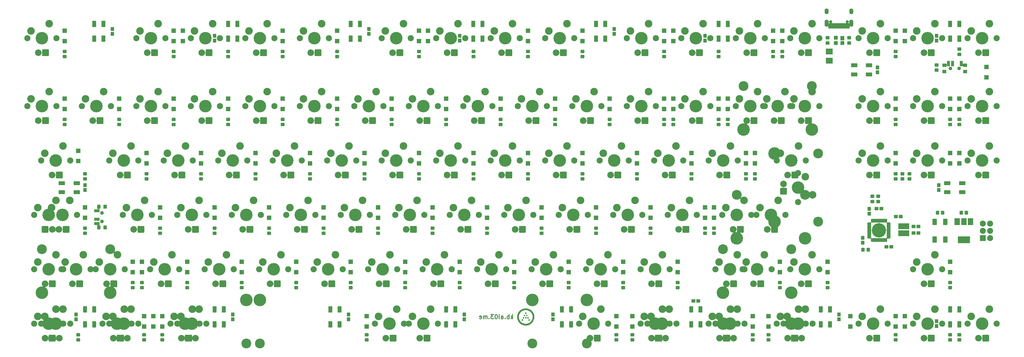
<source format=gbr>
%TF.GenerationSoftware,KiCad,Pcbnew,(6.0.0-0)*%
%TF.CreationDate,2021-12-31T13:36:49+01:00*%
%TF.ProjectId,KBD8X-MK2,4b424438-582d-44d4-9b32-2e6b69636164,rev?*%
%TF.SameCoordinates,Original*%
%TF.FileFunction,Soldermask,Bot*%
%TF.FilePolarity,Negative*%
%FSLAX46Y46*%
G04 Gerber Fmt 4.6, Leading zero omitted, Abs format (unit mm)*
G04 Created by KiCad (PCBNEW (6.0.0-0)) date 2021-12-31 13:36:49*
%MOMM*%
%LPD*%
G01*
G04 APERTURE LIST*
G04 Aperture macros list*
%AMRoundRect*
0 Rectangle with rounded corners*
0 $1 Rounding radius*
0 $2 $3 $4 $5 $6 $7 $8 $9 X,Y pos of 4 corners*
0 Add a 4 corners polygon primitive as box body*
4,1,4,$2,$3,$4,$5,$6,$7,$8,$9,$2,$3,0*
0 Add four circle primitives for the rounded corners*
1,1,$1+$1,$2,$3*
1,1,$1+$1,$4,$5*
1,1,$1+$1,$6,$7*
1,1,$1+$1,$8,$9*
0 Add four rect primitives between the rounded corners*
20,1,$1+$1,$2,$3,$4,$5,0*
20,1,$1+$1,$4,$5,$6,$7,0*
20,1,$1+$1,$6,$7,$8,$9,0*
20,1,$1+$1,$8,$9,$2,$3,0*%
G04 Aperture macros list end*
%ADD10C,0.300000*%
%ADD11C,0.010000*%
%ADD12C,4.387800*%
%ADD13C,2.150000*%
%ADD14C,2.650000*%
%ADD15C,2.305000*%
%ADD16RoundRect,0.200000X-0.952500X-0.952500X0.952500X-0.952500X0.952500X0.952500X-0.952500X0.952500X0*%
%ADD17C,3.448000*%
%ADD18RoundRect,0.200000X-0.750000X1.000000X-0.750000X-1.000000X0.750000X-1.000000X0.750000X1.000000X0*%
%ADD19RoundRect,0.200000X-1.900000X1.000000X-1.900000X-1.000000X1.900000X-1.000000X1.900000X1.000000X0*%
%ADD20RoundRect,0.200000X-0.500000X0.600000X-0.500000X-0.600000X0.500000X-0.600000X0.500000X0.600000X0*%
%ADD21RoundRect,0.200000X-0.500000X0.450000X-0.500000X-0.450000X0.500000X-0.450000X0.500000X0.450000X0*%
%ADD22C,1.050000*%
%ADD23RoundRect,0.200000X-0.300000X-0.725000X0.300000X-0.725000X0.300000X0.725000X-0.300000X0.725000X0*%
%ADD24RoundRect,0.200000X-0.150000X-0.725000X0.150000X-0.725000X0.150000X0.725000X-0.150000X0.725000X0*%
%ADD25O,1.400000X2.500000*%
%ADD26O,1.400000X2.000000*%
%ADD27C,2.100000*%
%ADD28RoundRect,0.200000X0.850000X0.850000X-0.850000X0.850000X-0.850000X-0.850000X0.850000X-0.850000X0*%
%ADD29RoundRect,0.200000X-0.550000X0.900000X-0.550000X-0.900000X0.550000X-0.900000X0.550000X0.900000X0*%
%ADD30RoundRect,0.200000X-0.400000X0.500000X-0.400000X-0.500000X0.400000X-0.500000X0.400000X0.500000X0*%
%ADD31C,1.300000*%
%ADD32RoundRect,0.200000X-0.750000X0.350000X-0.750000X-0.350000X0.750000X-0.350000X0.750000X0.350000X0*%
%ADD33RoundRect,0.200000X0.500000X0.400000X-0.500000X0.400000X-0.500000X-0.400000X0.500000X-0.400000X0*%
%ADD34RoundRect,0.200000X0.350000X0.750000X-0.350000X0.750000X-0.350000X-0.750000X0.350000X-0.750000X0*%
%ADD35RoundRect,0.200000X0.500000X0.375000X-0.500000X0.375000X-0.500000X-0.375000X0.500000X-0.375000X0*%
%ADD36RoundRect,0.200000X-0.500000X-0.375000X0.500000X-0.375000X0.500000X0.375000X-0.500000X0.375000X0*%
%ADD37RoundRect,0.200000X-0.375000X0.500000X-0.375000X-0.500000X0.375000X-0.500000X0.375000X0.500000X0*%
%ADD38RoundRect,0.200000X0.375000X-0.500000X0.375000X0.500000X-0.375000X0.500000X-0.375000X-0.500000X0*%
%ADD39RoundRect,0.200000X0.600000X-0.600000X0.600000X0.600000X-0.600000X0.600000X-0.600000X-0.600000X0*%
%ADD40RoundRect,0.200000X-1.015000X-0.825000X1.015000X-0.825000X1.015000X0.825000X-1.015000X0.825000X0*%
%ADD41RoundRect,0.200000X0.450000X-0.400000X0.450000X0.400000X-0.450000X0.400000X-0.450000X-0.400000X0*%
%ADD42RoundRect,0.200000X-0.450000X0.400000X-0.450000X-0.400000X0.450000X-0.400000X0.450000X0.400000X0*%
%ADD43RoundRect,0.200000X0.400000X0.450000X-0.400000X0.450000X-0.400000X-0.450000X0.400000X-0.450000X0*%
%ADD44RoundRect,0.200000X0.750000X-0.850000X0.750000X0.850000X-0.750000X0.850000X-0.750000X-0.850000X0*%
%ADD45RoundRect,0.200000X-0.500000X0.900000X-0.500000X-0.900000X0.500000X-0.900000X0.500000X0.900000X0*%
%ADD46RoundRect,0.200000X-0.900000X-0.500000X0.900000X-0.500000X0.900000X0.500000X-0.900000X0.500000X0*%
%ADD47C,5.000000*%
%ADD48O,0.650000X1.400000*%
%ADD49O,1.400000X0.650000*%
G04 APERTURE END LIST*
D10*
X212125000Y-137997321D02*
X212125000Y-136497321D01*
X211982142Y-137425892D02*
X211553571Y-137997321D01*
X211553571Y-136997321D02*
X212125000Y-137568750D01*
X210910714Y-137997321D02*
X210910714Y-136497321D01*
X210910714Y-137068750D02*
X210767857Y-136997321D01*
X210482142Y-136997321D01*
X210339285Y-137068750D01*
X210267857Y-137140178D01*
X210196428Y-137283035D01*
X210196428Y-137711607D01*
X210267857Y-137854464D01*
X210339285Y-137925892D01*
X210482142Y-137997321D01*
X210767857Y-137997321D01*
X210910714Y-137925892D01*
X209553571Y-137854464D02*
X209482142Y-137925892D01*
X209553571Y-137997321D01*
X209625000Y-137925892D01*
X209553571Y-137854464D01*
X209553571Y-137997321D01*
X208196428Y-137997321D02*
X208196428Y-137211607D01*
X208267857Y-137068750D01*
X208410714Y-136997321D01*
X208696428Y-136997321D01*
X208839285Y-137068750D01*
X208196428Y-137925892D02*
X208339285Y-137997321D01*
X208696428Y-137997321D01*
X208839285Y-137925892D01*
X208910714Y-137783035D01*
X208910714Y-137640178D01*
X208839285Y-137497321D01*
X208696428Y-137425892D01*
X208339285Y-137425892D01*
X208196428Y-137354464D01*
X207482142Y-137997321D02*
X207482142Y-136997321D01*
X207482142Y-136497321D02*
X207553571Y-136568750D01*
X207482142Y-136640178D01*
X207410714Y-136568750D01*
X207482142Y-136497321D01*
X207482142Y-136640178D01*
X206482142Y-136497321D02*
X206339285Y-136497321D01*
X206196428Y-136568750D01*
X206125000Y-136640178D01*
X206053571Y-136783035D01*
X205982142Y-137068750D01*
X205982142Y-137425892D01*
X206053571Y-137711607D01*
X206125000Y-137854464D01*
X206196428Y-137925892D01*
X206339285Y-137997321D01*
X206482142Y-137997321D01*
X206625000Y-137925892D01*
X206696428Y-137854464D01*
X206767857Y-137711607D01*
X206839285Y-137425892D01*
X206839285Y-137068750D01*
X206767857Y-136783035D01*
X206696428Y-136640178D01*
X206625000Y-136568750D01*
X206482142Y-136497321D01*
X205482142Y-136497321D02*
X204553571Y-136497321D01*
X205053571Y-137068750D01*
X204839285Y-137068750D01*
X204696428Y-137140178D01*
X204625000Y-137211607D01*
X204553571Y-137354464D01*
X204553571Y-137711607D01*
X204625000Y-137854464D01*
X204696428Y-137925892D01*
X204839285Y-137997321D01*
X205267857Y-137997321D01*
X205410714Y-137925892D01*
X205482142Y-137854464D01*
X203910714Y-137854464D02*
X203839285Y-137925892D01*
X203910714Y-137997321D01*
X203982142Y-137925892D01*
X203910714Y-137854464D01*
X203910714Y-137997321D01*
X203196428Y-137997321D02*
X203196428Y-136997321D01*
X203196428Y-137140178D02*
X203125000Y-137068750D01*
X202982142Y-136997321D01*
X202767857Y-136997321D01*
X202625000Y-137068750D01*
X202553571Y-137211607D01*
X202553571Y-137997321D01*
X202553571Y-137211607D02*
X202482142Y-137068750D01*
X202339285Y-136997321D01*
X202125000Y-136997321D01*
X201982142Y-137068750D01*
X201910714Y-137211607D01*
X201910714Y-137997321D01*
X200625000Y-137925892D02*
X200767857Y-137997321D01*
X201053571Y-137997321D01*
X201196428Y-137925892D01*
X201267857Y-137783035D01*
X201267857Y-137211607D01*
X201196428Y-137068750D01*
X201053571Y-136997321D01*
X200767857Y-136997321D01*
X200625000Y-137068750D01*
X200553571Y-137211607D01*
X200553571Y-137354464D01*
X201267857Y-137497321D01*
D11*
%TO.C,G\u002A\u002A\u002A*%
X216503250Y-137834688D02*
X216908062Y-137834688D01*
X216908062Y-137834688D02*
X216908062Y-137429875D01*
X216908062Y-137429875D02*
X216503250Y-137429875D01*
X216503250Y-137429875D02*
X216503250Y-137834688D01*
X216503250Y-137834688D02*
X216503250Y-137834688D01*
G36*
X216908062Y-137834688D02*
G01*
X216503250Y-137834688D01*
X216503250Y-137429875D01*
X216908062Y-137429875D01*
X216908062Y-137834688D01*
G37*
X216908062Y-137834688D02*
X216503250Y-137834688D01*
X216503250Y-137429875D01*
X216908062Y-137429875D01*
X216908062Y-137834688D01*
X216503250Y-136239250D02*
X216908062Y-136239250D01*
X216908062Y-136239250D02*
X216908062Y-135834438D01*
X216908062Y-135834438D02*
X216503250Y-135834438D01*
X216503250Y-135834438D02*
X216503250Y-136239250D01*
X216503250Y-136239250D02*
X216503250Y-136239250D01*
G36*
X216908062Y-136239250D02*
G01*
X216503250Y-136239250D01*
X216503250Y-135834438D01*
X216908062Y-135834438D01*
X216908062Y-136239250D01*
G37*
X216908062Y-136239250D02*
X216503250Y-136239250D01*
X216503250Y-135834438D01*
X216908062Y-135834438D01*
X216908062Y-136239250D01*
X217693875Y-138620500D02*
X218098687Y-138620500D01*
X218098687Y-138620500D02*
X218098687Y-138215688D01*
X218098687Y-138215688D02*
X217693875Y-138215688D01*
X217693875Y-138215688D02*
X217693875Y-138620500D01*
X217693875Y-138620500D02*
X217693875Y-138620500D01*
G36*
X218098687Y-138620500D02*
G01*
X217693875Y-138620500D01*
X217693875Y-138215688D01*
X218098687Y-138215688D01*
X218098687Y-138620500D01*
G37*
X218098687Y-138620500D02*
X217693875Y-138620500D01*
X217693875Y-138215688D01*
X218098687Y-138215688D01*
X218098687Y-138620500D01*
X216689781Y-134346795D02*
X216565663Y-134348165D01*
X216565663Y-134348165D02*
X216453951Y-134352322D01*
X216453951Y-134352322D02*
X216351358Y-134359669D01*
X216351358Y-134359669D02*
X216254594Y-134370610D01*
X216254594Y-134370610D02*
X216160372Y-134385548D01*
X216160372Y-134385548D02*
X216065403Y-134404887D01*
X216065403Y-134404887D02*
X215966399Y-134429031D01*
X215966399Y-134429031D02*
X215921120Y-134441168D01*
X215921120Y-134441168D02*
X215712573Y-134506406D01*
X215712573Y-134506406D02*
X215510485Y-134585742D01*
X215510485Y-134585742D02*
X215315622Y-134678778D01*
X215315622Y-134678778D02*
X215128751Y-134785118D01*
X215128751Y-134785118D02*
X214950636Y-134904366D01*
X214950636Y-134904366D02*
X214798490Y-135022367D01*
X214798490Y-135022367D02*
X214640822Y-135163092D01*
X214640822Y-135163092D02*
X214493485Y-135314537D01*
X214493485Y-135314537D02*
X214357164Y-135475635D01*
X214357164Y-135475635D02*
X214232542Y-135645317D01*
X214232542Y-135645317D02*
X214120303Y-135822516D01*
X214120303Y-135822516D02*
X214021130Y-136006166D01*
X214021130Y-136006166D02*
X213935708Y-136195197D01*
X213935708Y-136195197D02*
X213864720Y-136388543D01*
X213864720Y-136388543D02*
X213815966Y-136556553D01*
X213815966Y-136556553D02*
X213782895Y-136696539D01*
X213782895Y-136696539D02*
X213757535Y-136828475D01*
X213757535Y-136828475D02*
X213739143Y-136957747D01*
X213739143Y-136957747D02*
X213726975Y-137089743D01*
X213726975Y-137089743D02*
X213720289Y-137229850D01*
X213720289Y-137229850D02*
X213719636Y-137255250D01*
X213719636Y-137255250D02*
X213722355Y-137473547D01*
X213722355Y-137473547D02*
X213740550Y-137688330D01*
X213740550Y-137688330D02*
X213774215Y-137899571D01*
X213774215Y-137899571D02*
X213823344Y-138107239D01*
X213823344Y-138107239D02*
X213887931Y-138311305D01*
X213887931Y-138311305D02*
X213952128Y-138475237D01*
X213952128Y-138475237D02*
X213980211Y-138540502D01*
X213980211Y-138540502D02*
X214004273Y-138594660D01*
X214004273Y-138594660D02*
X214026142Y-138641363D01*
X214026142Y-138641363D02*
X214047643Y-138684263D01*
X214047643Y-138684263D02*
X214070604Y-138727013D01*
X214070604Y-138727013D02*
X214096850Y-138773265D01*
X214096850Y-138773265D02*
X214125975Y-138822906D01*
X214125975Y-138822906D02*
X214245194Y-139009177D01*
X214245194Y-139009177D02*
X214375298Y-139183903D01*
X214375298Y-139183903D02*
X214516421Y-139347215D01*
X214516421Y-139347215D02*
X214668695Y-139499246D01*
X214668695Y-139499246D02*
X214832253Y-139640130D01*
X214832253Y-139640130D02*
X215007226Y-139769998D01*
X215007226Y-139769998D02*
X215189594Y-139886525D01*
X215189594Y-139886525D02*
X215242423Y-139917494D01*
X215242423Y-139917494D02*
X215288336Y-139943471D01*
X215288336Y-139943471D02*
X215330985Y-139966281D01*
X215330985Y-139966281D02*
X215374022Y-139987751D01*
X215374022Y-139987751D02*
X215421099Y-140009707D01*
X215421099Y-140009707D02*
X215475869Y-140033975D01*
X215475869Y-140033975D02*
X215537263Y-140060372D01*
X215537263Y-140060372D02*
X215633496Y-140099919D01*
X215633496Y-140099919D02*
X215722214Y-140132958D01*
X215722214Y-140132958D02*
X215809328Y-140161445D01*
X215809328Y-140161445D02*
X215900752Y-140187339D01*
X215900752Y-140187339D02*
X215983344Y-140208072D01*
X215983344Y-140208072D02*
X216147860Y-140243626D01*
X216147860Y-140243626D02*
X216304955Y-140269303D01*
X216304955Y-140269303D02*
X216459183Y-140285643D01*
X216459183Y-140285643D02*
X216615101Y-140293186D01*
X216615101Y-140293186D02*
X216705656Y-140293763D01*
X216705656Y-140293763D02*
X216756875Y-140293248D01*
X216756875Y-140293248D02*
X216804996Y-140292543D01*
X216804996Y-140292543D02*
X216846876Y-140291710D01*
X216846876Y-140291710D02*
X216879372Y-140290813D01*
X216879372Y-140290813D02*
X216899340Y-140289915D01*
X216899340Y-140289915D02*
X216900125Y-140289859D01*
X216900125Y-140289859D02*
X217116299Y-140265907D01*
X217116299Y-140265907D02*
X217329056Y-140226920D01*
X217329056Y-140226920D02*
X217537537Y-140173217D01*
X217537537Y-140173217D02*
X217740882Y-140105113D01*
X217740882Y-140105113D02*
X217938234Y-140022926D01*
X217938234Y-140022926D02*
X218128732Y-139926975D01*
X218128732Y-139926975D02*
X218311518Y-139817576D01*
X218311518Y-139817576D02*
X218462474Y-139712546D01*
X218462474Y-139712546D02*
X218635401Y-139574199D01*
X218635401Y-139574199D02*
X218796085Y-139425838D01*
X218796085Y-139425838D02*
X218944299Y-139267789D01*
X218944299Y-139267789D02*
X219079821Y-139100382D01*
X219079821Y-139100382D02*
X219202426Y-138923944D01*
X219202426Y-138923944D02*
X219311889Y-138738802D01*
X219311889Y-138738802D02*
X219407987Y-138545285D01*
X219407987Y-138545285D02*
X219490494Y-138343721D01*
X219490494Y-138343721D02*
X219559187Y-138134438D01*
X219559187Y-138134438D02*
X219571332Y-138091380D01*
X219571332Y-138091380D02*
X219597698Y-137989585D01*
X219597698Y-137989585D02*
X219619083Y-137893261D01*
X219619083Y-137893261D02*
X219635891Y-137799117D01*
X219635891Y-137799117D02*
X219648525Y-137703867D01*
X219648525Y-137703867D02*
X219657390Y-137604220D01*
X219657390Y-137604220D02*
X219662888Y-137496890D01*
X219662888Y-137496890D02*
X219665424Y-137378586D01*
X219665424Y-137378586D02*
X219665705Y-137322719D01*
X219665705Y-137322719D02*
X219665030Y-137267358D01*
X219665030Y-137267358D02*
X219132956Y-137267358D01*
X219132956Y-137267358D02*
X219132853Y-137347496D01*
X219132853Y-137347496D02*
X219131187Y-137427160D01*
X219131187Y-137427160D02*
X219127991Y-137502287D01*
X219127991Y-137502287D02*
X219123294Y-137568810D01*
X219123294Y-137568810D02*
X219119574Y-137604500D01*
X219119574Y-137604500D02*
X219087700Y-137801798D01*
X219087700Y-137801798D02*
X219041049Y-137993413D01*
X219041049Y-137993413D02*
X218979799Y-138178972D01*
X218979799Y-138178972D02*
X218904131Y-138358099D01*
X218904131Y-138358099D02*
X218814223Y-138530419D01*
X218814223Y-138530419D02*
X218710256Y-138695559D01*
X218710256Y-138695559D02*
X218592409Y-138853143D01*
X218592409Y-138853143D02*
X218460862Y-139002797D01*
X218460862Y-139002797D02*
X218438526Y-139026010D01*
X218438526Y-139026010D02*
X218304292Y-139153084D01*
X218304292Y-139153084D02*
X218158590Y-139271020D01*
X218158590Y-139271020D02*
X218004119Y-139377840D01*
X218004119Y-139377840D02*
X217843581Y-139471566D01*
X217843581Y-139471566D02*
X217797792Y-139495254D01*
X217797792Y-139495254D02*
X217723384Y-139531903D01*
X217723384Y-139531903D02*
X217658143Y-139562122D01*
X217658143Y-139562122D02*
X217597646Y-139587690D01*
X217597646Y-139587690D02*
X217537472Y-139610384D01*
X217537472Y-139610384D02*
X217473199Y-139631983D01*
X217473199Y-139631983D02*
X217408125Y-139651977D01*
X217408125Y-139651977D02*
X217218912Y-139701390D01*
X217218912Y-139701390D02*
X217033161Y-139735841D01*
X217033161Y-139735841D02*
X216849423Y-139755464D01*
X216849423Y-139755464D02*
X216666247Y-139760392D01*
X216666247Y-139760392D02*
X216482186Y-139750761D01*
X216482186Y-139750761D02*
X216415644Y-139743781D01*
X216415644Y-139743781D02*
X216228312Y-139714837D01*
X216228312Y-139714837D02*
X216048731Y-139673028D01*
X216048731Y-139673028D02*
X215874393Y-139617604D01*
X215874393Y-139617604D02*
X215702791Y-139547814D01*
X215702791Y-139547814D02*
X215605834Y-139501616D01*
X215605834Y-139501616D02*
X215435202Y-139408197D01*
X215435202Y-139408197D02*
X215275786Y-139304462D01*
X215275786Y-139304462D02*
X215126828Y-139189724D01*
X215126828Y-139189724D02*
X214987571Y-139063300D01*
X214987571Y-139063300D02*
X214857256Y-138924504D01*
X214857256Y-138924504D02*
X214735126Y-138772653D01*
X214735126Y-138772653D02*
X214626858Y-138617009D01*
X214626858Y-138617009D02*
X214601732Y-138575818D01*
X214601732Y-138575818D02*
X214572409Y-138523690D01*
X214572409Y-138523690D02*
X214540709Y-138464246D01*
X214540709Y-138464246D02*
X214508451Y-138401106D01*
X214508451Y-138401106D02*
X214477457Y-138337890D01*
X214477457Y-138337890D02*
X214449544Y-138278217D01*
X214449544Y-138278217D02*
X214426535Y-138225707D01*
X214426535Y-138225707D02*
X214413097Y-138191875D01*
X214413097Y-138191875D02*
X214350230Y-138000334D01*
X214350230Y-138000334D02*
X214302834Y-137807595D01*
X214302834Y-137807595D02*
X214270950Y-137614200D01*
X214270950Y-137614200D02*
X214254620Y-137420690D01*
X214254620Y-137420690D02*
X214253882Y-137227607D01*
X214253882Y-137227607D02*
X214268778Y-137035492D01*
X214268778Y-137035492D02*
X214299348Y-136844886D01*
X214299348Y-136844886D02*
X214309151Y-136798844D01*
X214309151Y-136798844D02*
X214342800Y-136662551D01*
X214342800Y-136662551D02*
X214381108Y-136536368D01*
X214381108Y-136536368D02*
X214426046Y-136414757D01*
X214426046Y-136414757D02*
X214479587Y-136292182D01*
X214479587Y-136292182D02*
X214517246Y-136214708D01*
X214517246Y-136214708D02*
X214610951Y-136045860D01*
X214610951Y-136045860D02*
X214717776Y-135885423D01*
X214717776Y-135885423D02*
X214836952Y-135734118D01*
X214836952Y-135734118D02*
X214967713Y-135592664D01*
X214967713Y-135592664D02*
X215109290Y-135461781D01*
X215109290Y-135461781D02*
X215260916Y-135342190D01*
X215260916Y-135342190D02*
X215421823Y-135234610D01*
X215421823Y-135234610D02*
X215591243Y-135139761D01*
X215591243Y-135139761D02*
X215735425Y-135072230D01*
X215735425Y-135072230D02*
X215907053Y-135005835D01*
X215907053Y-135005835D02*
X216079607Y-134953837D01*
X216079607Y-134953837D02*
X216255094Y-134915828D01*
X216255094Y-134915828D02*
X216435524Y-134891401D01*
X216435524Y-134891401D02*
X216622905Y-134880147D01*
X216622905Y-134880147D02*
X216685812Y-134879257D01*
X216685812Y-134879257D02*
X216883907Y-134885627D01*
X216883907Y-134885627D02*
X217075535Y-134906272D01*
X217075535Y-134906272D02*
X217261469Y-134941423D01*
X217261469Y-134941423D02*
X217442485Y-134991317D01*
X217442485Y-134991317D02*
X217619356Y-135056185D01*
X217619356Y-135056185D02*
X217792856Y-135136263D01*
X217792856Y-135136263D02*
X217963759Y-135231785D01*
X217963759Y-135231785D02*
X218064456Y-135295994D01*
X218064456Y-135295994D02*
X218203889Y-135397522D01*
X218203889Y-135397522D02*
X218338087Y-135512028D01*
X218338087Y-135512028D02*
X218465409Y-135637589D01*
X218465409Y-135637589D02*
X218584215Y-135772281D01*
X218584215Y-135772281D02*
X218692864Y-135914181D01*
X218692864Y-135914181D02*
X218789715Y-136061365D01*
X218789715Y-136061365D02*
X218873128Y-136211911D01*
X218873128Y-136211911D02*
X218907924Y-136284830D01*
X218907924Y-136284830D02*
X218969327Y-136429689D01*
X218969327Y-136429689D02*
X219019558Y-136568928D01*
X219019558Y-136568928D02*
X219059815Y-136706876D01*
X219059815Y-136706876D02*
X219091294Y-136847864D01*
X219091294Y-136847864D02*
X219115194Y-136996221D01*
X219115194Y-136996221D02*
X219123595Y-137064750D01*
X219123595Y-137064750D02*
X219128358Y-137121920D01*
X219128358Y-137121920D02*
X219131468Y-137190811D01*
X219131468Y-137190811D02*
X219132956Y-137267358D01*
X219132956Y-137267358D02*
X219665030Y-137267358D01*
X219665030Y-137267358D02*
X219663960Y-137179723D01*
X219663960Y-137179723D02*
X219658086Y-137048856D01*
X219658086Y-137048856D02*
X219647512Y-136926775D01*
X219647512Y-136926775D02*
X219631665Y-136810135D01*
X219631665Y-136810135D02*
X219609973Y-136695594D01*
X219609973Y-136695594D02*
X219581863Y-136579809D01*
X219581863Y-136579809D02*
X219546764Y-136459437D01*
X219546764Y-136459437D02*
X219504103Y-136331134D01*
X219504103Y-136331134D02*
X219488409Y-136286875D01*
X219488409Y-136286875D02*
X219410024Y-136092156D01*
X219410024Y-136092156D02*
X219317184Y-135903822D01*
X219317184Y-135903822D02*
X219210078Y-135722135D01*
X219210078Y-135722135D02*
X219088898Y-135547358D01*
X219088898Y-135547358D02*
X218953833Y-135379753D01*
X218953833Y-135379753D02*
X218805076Y-135219583D01*
X218805076Y-135219583D02*
X218642817Y-135067110D01*
X218642817Y-135067110D02*
X218535979Y-134976929D01*
X218535979Y-134976929D02*
X218450150Y-134911436D01*
X218450150Y-134911436D02*
X218352611Y-134844110D01*
X218352611Y-134844110D02*
X218247002Y-134777162D01*
X218247002Y-134777162D02*
X218136964Y-134712805D01*
X218136964Y-134712805D02*
X218026137Y-134653250D01*
X218026137Y-134653250D02*
X217918161Y-134600708D01*
X217918161Y-134600708D02*
X217912156Y-134597965D01*
X217912156Y-134597965D02*
X217842196Y-134568092D01*
X217842196Y-134568092D02*
X217761015Y-134536706D01*
X217761015Y-134536706D02*
X217672983Y-134505286D01*
X217672983Y-134505286D02*
X217582471Y-134475312D01*
X217582471Y-134475312D02*
X217493849Y-134448261D01*
X217493849Y-134448261D02*
X217411486Y-134425614D01*
X217411486Y-134425614D02*
X217379600Y-134417721D01*
X217379600Y-134417721D02*
X217286375Y-134396953D01*
X217286375Y-134396953D02*
X217197401Y-134380293D01*
X217197401Y-134380293D02*
X217109397Y-134367402D01*
X217109397Y-134367402D02*
X217019081Y-134357945D01*
X217019081Y-134357945D02*
X216923172Y-134351582D01*
X216923172Y-134351582D02*
X216818390Y-134347978D01*
X216818390Y-134347978D02*
X216701455Y-134346794D01*
X216701455Y-134346794D02*
X216689781Y-134346795D01*
X216689781Y-134346795D02*
X216689781Y-134346795D01*
G36*
X219665424Y-137378586D02*
G01*
X219662888Y-137496890D01*
X219657390Y-137604220D01*
X219648525Y-137703867D01*
X219635891Y-137799117D01*
X219619083Y-137893261D01*
X219597698Y-137989585D01*
X219571332Y-138091380D01*
X219559187Y-138134438D01*
X219490494Y-138343721D01*
X219407987Y-138545285D01*
X219311889Y-138738802D01*
X219202426Y-138923944D01*
X219079821Y-139100382D01*
X218944299Y-139267789D01*
X218796085Y-139425838D01*
X218635401Y-139574199D01*
X218462474Y-139712546D01*
X218311518Y-139817576D01*
X218128732Y-139926975D01*
X217938234Y-140022926D01*
X217740882Y-140105113D01*
X217537537Y-140173217D01*
X217329056Y-140226920D01*
X217116299Y-140265907D01*
X216900125Y-140289859D01*
X216899340Y-140289915D01*
X216879372Y-140290813D01*
X216846876Y-140291710D01*
X216804996Y-140292543D01*
X216756875Y-140293248D01*
X216705656Y-140293763D01*
X216615101Y-140293186D01*
X216459183Y-140285643D01*
X216304955Y-140269303D01*
X216147860Y-140243626D01*
X215983344Y-140208072D01*
X215900752Y-140187339D01*
X215809328Y-140161445D01*
X215722214Y-140132958D01*
X215633496Y-140099919D01*
X215537263Y-140060372D01*
X215475869Y-140033975D01*
X215421099Y-140009707D01*
X215374022Y-139987751D01*
X215330985Y-139966281D01*
X215288336Y-139943471D01*
X215242423Y-139917494D01*
X215189594Y-139886525D01*
X215007226Y-139769998D01*
X214832253Y-139640130D01*
X214668695Y-139499246D01*
X214516421Y-139347215D01*
X214375298Y-139183903D01*
X214245194Y-139009177D01*
X214125975Y-138822906D01*
X214096850Y-138773265D01*
X214070604Y-138727013D01*
X214047643Y-138684263D01*
X214026142Y-138641363D01*
X214004273Y-138594660D01*
X213980211Y-138540502D01*
X213952128Y-138475237D01*
X213887931Y-138311305D01*
X213823344Y-138107239D01*
X213774215Y-137899571D01*
X213740550Y-137688330D01*
X213722355Y-137473547D01*
X213719636Y-137255250D01*
X213720289Y-137229850D01*
X213720396Y-137227607D01*
X214253882Y-137227607D01*
X214254620Y-137420690D01*
X214270950Y-137614200D01*
X214302834Y-137807595D01*
X214350230Y-138000334D01*
X214413097Y-138191875D01*
X214426535Y-138225707D01*
X214449544Y-138278217D01*
X214477457Y-138337890D01*
X214508451Y-138401106D01*
X214540709Y-138464246D01*
X214572409Y-138523690D01*
X214601732Y-138575818D01*
X214626858Y-138617009D01*
X214735126Y-138772653D01*
X214857256Y-138924504D01*
X214987571Y-139063300D01*
X215126828Y-139189724D01*
X215275786Y-139304462D01*
X215435202Y-139408197D01*
X215605834Y-139501616D01*
X215702791Y-139547814D01*
X215874393Y-139617604D01*
X216048731Y-139673028D01*
X216228312Y-139714837D01*
X216415644Y-139743781D01*
X216482186Y-139750761D01*
X216666247Y-139760392D01*
X216849423Y-139755464D01*
X217033161Y-139735841D01*
X217218912Y-139701390D01*
X217408125Y-139651977D01*
X217473199Y-139631983D01*
X217537472Y-139610384D01*
X217597646Y-139587690D01*
X217658143Y-139562122D01*
X217723384Y-139531903D01*
X217797792Y-139495254D01*
X217843581Y-139471566D01*
X218004119Y-139377840D01*
X218158590Y-139271020D01*
X218304292Y-139153084D01*
X218438526Y-139026010D01*
X218460862Y-139002797D01*
X218592409Y-138853143D01*
X218710256Y-138695559D01*
X218814223Y-138530419D01*
X218904131Y-138358099D01*
X218979799Y-138178972D01*
X219041049Y-137993413D01*
X219087700Y-137801798D01*
X219119574Y-137604500D01*
X219123294Y-137568810D01*
X219127991Y-137502287D01*
X219131187Y-137427160D01*
X219132853Y-137347496D01*
X219132956Y-137267358D01*
X219131468Y-137190811D01*
X219128358Y-137121920D01*
X219123595Y-137064750D01*
X219115194Y-136996221D01*
X219091294Y-136847864D01*
X219059815Y-136706876D01*
X219019558Y-136568928D01*
X218969327Y-136429689D01*
X218907924Y-136284830D01*
X218873128Y-136211911D01*
X218789715Y-136061365D01*
X218692864Y-135914181D01*
X218584215Y-135772281D01*
X218465409Y-135637589D01*
X218338087Y-135512028D01*
X218203889Y-135397522D01*
X218064456Y-135295994D01*
X217963759Y-135231785D01*
X217792856Y-135136263D01*
X217619356Y-135056185D01*
X217442485Y-134991317D01*
X217261469Y-134941423D01*
X217075535Y-134906272D01*
X216883907Y-134885627D01*
X216685812Y-134879257D01*
X216622905Y-134880147D01*
X216435524Y-134891401D01*
X216255094Y-134915828D01*
X216079607Y-134953837D01*
X215907053Y-135005835D01*
X215735425Y-135072230D01*
X215591243Y-135139761D01*
X215421823Y-135234610D01*
X215260916Y-135342190D01*
X215109290Y-135461781D01*
X214967713Y-135592664D01*
X214836952Y-135734118D01*
X214717776Y-135885423D01*
X214610951Y-136045860D01*
X214517246Y-136214708D01*
X214479587Y-136292182D01*
X214426046Y-136414757D01*
X214381108Y-136536368D01*
X214342800Y-136662551D01*
X214309151Y-136798844D01*
X214299348Y-136844886D01*
X214268778Y-137035492D01*
X214253882Y-137227607D01*
X213720396Y-137227607D01*
X213726975Y-137089743D01*
X213739143Y-136957747D01*
X213757535Y-136828475D01*
X213782895Y-136696539D01*
X213815966Y-136556553D01*
X213864720Y-136388543D01*
X213935708Y-136195197D01*
X214021130Y-136006166D01*
X214120303Y-135822516D01*
X214232542Y-135645317D01*
X214357164Y-135475635D01*
X214493485Y-135314537D01*
X214640822Y-135163092D01*
X214798490Y-135022367D01*
X214950636Y-134904366D01*
X215128751Y-134785118D01*
X215315622Y-134678778D01*
X215510485Y-134585742D01*
X215712573Y-134506406D01*
X215921120Y-134441168D01*
X215966399Y-134429031D01*
X216065403Y-134404887D01*
X216160372Y-134385548D01*
X216254594Y-134370610D01*
X216351358Y-134359669D01*
X216453951Y-134352322D01*
X216565663Y-134348165D01*
X216689781Y-134346795D01*
X216701455Y-134346794D01*
X216818390Y-134347978D01*
X216923172Y-134351582D01*
X217019081Y-134357945D01*
X217109397Y-134367402D01*
X217197401Y-134380293D01*
X217286375Y-134396953D01*
X217379600Y-134417721D01*
X217411486Y-134425614D01*
X217493849Y-134448261D01*
X217582471Y-134475312D01*
X217672983Y-134505286D01*
X217761015Y-134536706D01*
X217842196Y-134568092D01*
X217912156Y-134597965D01*
X217918161Y-134600708D01*
X218026137Y-134653250D01*
X218136964Y-134712805D01*
X218247002Y-134777162D01*
X218352611Y-134844110D01*
X218450150Y-134911436D01*
X218535979Y-134976929D01*
X218642817Y-135067110D01*
X218805076Y-135219583D01*
X218953833Y-135379753D01*
X219088898Y-135547358D01*
X219210078Y-135722135D01*
X219317184Y-135903822D01*
X219410024Y-136092156D01*
X219488409Y-136286875D01*
X219504103Y-136331134D01*
X219546764Y-136459437D01*
X219581863Y-136579809D01*
X219609973Y-136695594D01*
X219631665Y-136810135D01*
X219647512Y-136926775D01*
X219658086Y-137048856D01*
X219663960Y-137179723D01*
X219665030Y-137267358D01*
X219665705Y-137322719D01*
X219665424Y-137378586D01*
G37*
X219665424Y-137378586D02*
X219662888Y-137496890D01*
X219657390Y-137604220D01*
X219648525Y-137703867D01*
X219635891Y-137799117D01*
X219619083Y-137893261D01*
X219597698Y-137989585D01*
X219571332Y-138091380D01*
X219559187Y-138134438D01*
X219490494Y-138343721D01*
X219407987Y-138545285D01*
X219311889Y-138738802D01*
X219202426Y-138923944D01*
X219079821Y-139100382D01*
X218944299Y-139267789D01*
X218796085Y-139425838D01*
X218635401Y-139574199D01*
X218462474Y-139712546D01*
X218311518Y-139817576D01*
X218128732Y-139926975D01*
X217938234Y-140022926D01*
X217740882Y-140105113D01*
X217537537Y-140173217D01*
X217329056Y-140226920D01*
X217116299Y-140265907D01*
X216900125Y-140289859D01*
X216899340Y-140289915D01*
X216879372Y-140290813D01*
X216846876Y-140291710D01*
X216804996Y-140292543D01*
X216756875Y-140293248D01*
X216705656Y-140293763D01*
X216615101Y-140293186D01*
X216459183Y-140285643D01*
X216304955Y-140269303D01*
X216147860Y-140243626D01*
X215983344Y-140208072D01*
X215900752Y-140187339D01*
X215809328Y-140161445D01*
X215722214Y-140132958D01*
X215633496Y-140099919D01*
X215537263Y-140060372D01*
X215475869Y-140033975D01*
X215421099Y-140009707D01*
X215374022Y-139987751D01*
X215330985Y-139966281D01*
X215288336Y-139943471D01*
X215242423Y-139917494D01*
X215189594Y-139886525D01*
X215007226Y-139769998D01*
X214832253Y-139640130D01*
X214668695Y-139499246D01*
X214516421Y-139347215D01*
X214375298Y-139183903D01*
X214245194Y-139009177D01*
X214125975Y-138822906D01*
X214096850Y-138773265D01*
X214070604Y-138727013D01*
X214047643Y-138684263D01*
X214026142Y-138641363D01*
X214004273Y-138594660D01*
X213980211Y-138540502D01*
X213952128Y-138475237D01*
X213887931Y-138311305D01*
X213823344Y-138107239D01*
X213774215Y-137899571D01*
X213740550Y-137688330D01*
X213722355Y-137473547D01*
X213719636Y-137255250D01*
X213720289Y-137229850D01*
X213720396Y-137227607D01*
X214253882Y-137227607D01*
X214254620Y-137420690D01*
X214270950Y-137614200D01*
X214302834Y-137807595D01*
X214350230Y-138000334D01*
X214413097Y-138191875D01*
X214426535Y-138225707D01*
X214449544Y-138278217D01*
X214477457Y-138337890D01*
X214508451Y-138401106D01*
X214540709Y-138464246D01*
X214572409Y-138523690D01*
X214601732Y-138575818D01*
X214626858Y-138617009D01*
X214735126Y-138772653D01*
X214857256Y-138924504D01*
X214987571Y-139063300D01*
X215126828Y-139189724D01*
X215275786Y-139304462D01*
X215435202Y-139408197D01*
X215605834Y-139501616D01*
X215702791Y-139547814D01*
X215874393Y-139617604D01*
X216048731Y-139673028D01*
X216228312Y-139714837D01*
X216415644Y-139743781D01*
X216482186Y-139750761D01*
X216666247Y-139760392D01*
X216849423Y-139755464D01*
X217033161Y-139735841D01*
X217218912Y-139701390D01*
X217408125Y-139651977D01*
X217473199Y-139631983D01*
X217537472Y-139610384D01*
X217597646Y-139587690D01*
X217658143Y-139562122D01*
X217723384Y-139531903D01*
X217797792Y-139495254D01*
X217843581Y-139471566D01*
X218004119Y-139377840D01*
X218158590Y-139271020D01*
X218304292Y-139153084D01*
X218438526Y-139026010D01*
X218460862Y-139002797D01*
X218592409Y-138853143D01*
X218710256Y-138695559D01*
X218814223Y-138530419D01*
X218904131Y-138358099D01*
X218979799Y-138178972D01*
X219041049Y-137993413D01*
X219087700Y-137801798D01*
X219119574Y-137604500D01*
X219123294Y-137568810D01*
X219127991Y-137502287D01*
X219131187Y-137427160D01*
X219132853Y-137347496D01*
X219132956Y-137267358D01*
X219131468Y-137190811D01*
X219128358Y-137121920D01*
X219123595Y-137064750D01*
X219115194Y-136996221D01*
X219091294Y-136847864D01*
X219059815Y-136706876D01*
X219019558Y-136568928D01*
X218969327Y-136429689D01*
X218907924Y-136284830D01*
X218873128Y-136211911D01*
X218789715Y-136061365D01*
X218692864Y-135914181D01*
X218584215Y-135772281D01*
X218465409Y-135637589D01*
X218338087Y-135512028D01*
X218203889Y-135397522D01*
X218064456Y-135295994D01*
X217963759Y-135231785D01*
X217792856Y-135136263D01*
X217619356Y-135056185D01*
X217442485Y-134991317D01*
X217261469Y-134941423D01*
X217075535Y-134906272D01*
X216883907Y-134885627D01*
X216685812Y-134879257D01*
X216622905Y-134880147D01*
X216435524Y-134891401D01*
X216255094Y-134915828D01*
X216079607Y-134953837D01*
X215907053Y-135005835D01*
X215735425Y-135072230D01*
X215591243Y-135139761D01*
X215421823Y-135234610D01*
X215260916Y-135342190D01*
X215109290Y-135461781D01*
X214967713Y-135592664D01*
X214836952Y-135734118D01*
X214717776Y-135885423D01*
X214610951Y-136045860D01*
X214517246Y-136214708D01*
X214479587Y-136292182D01*
X214426046Y-136414757D01*
X214381108Y-136536368D01*
X214342800Y-136662551D01*
X214309151Y-136798844D01*
X214299348Y-136844886D01*
X214268778Y-137035492D01*
X214253882Y-137227607D01*
X213720396Y-137227607D01*
X213726975Y-137089743D01*
X213739143Y-136957747D01*
X213757535Y-136828475D01*
X213782895Y-136696539D01*
X213815966Y-136556553D01*
X213864720Y-136388543D01*
X213935708Y-136195197D01*
X214021130Y-136006166D01*
X214120303Y-135822516D01*
X214232542Y-135645317D01*
X214357164Y-135475635D01*
X214493485Y-135314537D01*
X214640822Y-135163092D01*
X214798490Y-135022367D01*
X214950636Y-134904366D01*
X215128751Y-134785118D01*
X215315622Y-134678778D01*
X215510485Y-134585742D01*
X215712573Y-134506406D01*
X215921120Y-134441168D01*
X215966399Y-134429031D01*
X216065403Y-134404887D01*
X216160372Y-134385548D01*
X216254594Y-134370610D01*
X216351358Y-134359669D01*
X216453951Y-134352322D01*
X216565663Y-134348165D01*
X216689781Y-134346795D01*
X216701455Y-134346794D01*
X216818390Y-134347978D01*
X216923172Y-134351582D01*
X217019081Y-134357945D01*
X217109397Y-134367402D01*
X217197401Y-134380293D01*
X217286375Y-134396953D01*
X217379600Y-134417721D01*
X217411486Y-134425614D01*
X217493849Y-134448261D01*
X217582471Y-134475312D01*
X217672983Y-134505286D01*
X217761015Y-134536706D01*
X217842196Y-134568092D01*
X217912156Y-134597965D01*
X217918161Y-134600708D01*
X218026137Y-134653250D01*
X218136964Y-134712805D01*
X218247002Y-134777162D01*
X218352611Y-134844110D01*
X218450150Y-134911436D01*
X218535979Y-134976929D01*
X218642817Y-135067110D01*
X218805076Y-135219583D01*
X218953833Y-135379753D01*
X219088898Y-135547358D01*
X219210078Y-135722135D01*
X219317184Y-135903822D01*
X219410024Y-136092156D01*
X219488409Y-136286875D01*
X219504103Y-136331134D01*
X219546764Y-136459437D01*
X219581863Y-136579809D01*
X219609973Y-136695594D01*
X219631665Y-136810135D01*
X219647512Y-136926775D01*
X219658086Y-137048856D01*
X219663960Y-137179723D01*
X219665030Y-137267358D01*
X219665705Y-137322719D01*
X219665424Y-137378586D01*
X217289062Y-137834688D02*
X217693875Y-137834688D01*
X217693875Y-137834688D02*
X217693875Y-137429875D01*
X217693875Y-137429875D02*
X217289062Y-137429875D01*
X217289062Y-137429875D02*
X217289062Y-137834688D01*
X217289062Y-137834688D02*
X217289062Y-137834688D01*
G36*
X217693875Y-137834688D02*
G01*
X217289062Y-137834688D01*
X217289062Y-137429875D01*
X217693875Y-137429875D01*
X217693875Y-137834688D01*
G37*
X217693875Y-137834688D02*
X217289062Y-137834688D01*
X217289062Y-137429875D01*
X217693875Y-137429875D01*
X217693875Y-137834688D01*
X216098437Y-137025063D02*
X216503250Y-137025063D01*
X216503250Y-137025063D02*
X216503250Y-136644063D01*
X216503250Y-136644063D02*
X216098437Y-136644063D01*
X216098437Y-136644063D02*
X216098437Y-137025063D01*
X216098437Y-137025063D02*
X216098437Y-137025063D01*
G36*
X216503250Y-137025063D02*
G01*
X216098437Y-137025063D01*
X216098437Y-136644063D01*
X216503250Y-136644063D01*
X216503250Y-137025063D01*
G37*
X216503250Y-137025063D02*
X216098437Y-137025063D01*
X216098437Y-136644063D01*
X216503250Y-136644063D01*
X216503250Y-137025063D01*
X215312625Y-138620500D02*
X215717437Y-138620500D01*
X215717437Y-138620500D02*
X215717437Y-138215688D01*
X215717437Y-138215688D02*
X215312625Y-138215688D01*
X215312625Y-138215688D02*
X215312625Y-138620500D01*
X215312625Y-138620500D02*
X215312625Y-138620500D01*
G36*
X215717437Y-138620500D02*
G01*
X215312625Y-138620500D01*
X215312625Y-138215688D01*
X215717437Y-138215688D01*
X215717437Y-138620500D01*
G37*
X215717437Y-138620500D02*
X215312625Y-138620500D01*
X215312625Y-138215688D01*
X215717437Y-138215688D01*
X215717437Y-138620500D01*
X215717437Y-137834688D02*
X216098437Y-137834688D01*
X216098437Y-137834688D02*
X216098437Y-137429875D01*
X216098437Y-137429875D02*
X215717437Y-137429875D01*
X215717437Y-137429875D02*
X215717437Y-137834688D01*
X215717437Y-137834688D02*
X215717437Y-137834688D01*
G36*
X216098437Y-137834688D02*
G01*
X215717437Y-137834688D01*
X215717437Y-137429875D01*
X216098437Y-137429875D01*
X216098437Y-137834688D01*
G37*
X216098437Y-137834688D02*
X215717437Y-137834688D01*
X215717437Y-137429875D01*
X216098437Y-137429875D01*
X216098437Y-137834688D01*
X216908062Y-137025063D02*
X217289062Y-137025063D01*
X217289062Y-137025063D02*
X217289062Y-136644063D01*
X217289062Y-136644063D02*
X216908062Y-136644063D01*
X216908062Y-136644063D02*
X216908062Y-137025063D01*
X216908062Y-137025063D02*
X216908062Y-137025063D01*
G36*
X217289062Y-137025063D02*
G01*
X216908062Y-137025063D01*
X216908062Y-136644063D01*
X217289062Y-136644063D01*
X217289062Y-137025063D01*
G37*
X217289062Y-137025063D02*
X216908062Y-137025063D01*
X216908062Y-136644063D01*
X217289062Y-136644063D01*
X217289062Y-137025063D01*
D10*
X212125000Y-137997321D02*
X212125000Y-136497321D01*
X211982142Y-137425892D02*
X211553571Y-137997321D01*
X211553571Y-136997321D02*
X212125000Y-137568750D01*
X210910714Y-137997321D02*
X210910714Y-136497321D01*
X210910714Y-137068750D02*
X210767857Y-136997321D01*
X210482142Y-136997321D01*
X210339285Y-137068750D01*
X210267857Y-137140178D01*
X210196428Y-137283035D01*
X210196428Y-137711607D01*
X210267857Y-137854464D01*
X210339285Y-137925892D01*
X210482142Y-137997321D01*
X210767857Y-137997321D01*
X210910714Y-137925892D01*
X209553571Y-137854464D02*
X209482142Y-137925892D01*
X209553571Y-137997321D01*
X209625000Y-137925892D01*
X209553571Y-137854464D01*
X209553571Y-137997321D01*
X208196428Y-137997321D02*
X208196428Y-137211607D01*
X208267857Y-137068750D01*
X208410714Y-136997321D01*
X208696428Y-136997321D01*
X208839285Y-137068750D01*
X208196428Y-137925892D02*
X208339285Y-137997321D01*
X208696428Y-137997321D01*
X208839285Y-137925892D01*
X208910714Y-137783035D01*
X208910714Y-137640178D01*
X208839285Y-137497321D01*
X208696428Y-137425892D01*
X208339285Y-137425892D01*
X208196428Y-137354464D01*
X207482142Y-137997321D02*
X207482142Y-136997321D01*
X207482142Y-136497321D02*
X207553571Y-136568750D01*
X207482142Y-136640178D01*
X207410714Y-136568750D01*
X207482142Y-136497321D01*
X207482142Y-136640178D01*
X206482142Y-136497321D02*
X206339285Y-136497321D01*
X206196428Y-136568750D01*
X206125000Y-136640178D01*
X206053571Y-136783035D01*
X205982142Y-137068750D01*
X205982142Y-137425892D01*
X206053571Y-137711607D01*
X206125000Y-137854464D01*
X206196428Y-137925892D01*
X206339285Y-137997321D01*
X206482142Y-137997321D01*
X206625000Y-137925892D01*
X206696428Y-137854464D01*
X206767857Y-137711607D01*
X206839285Y-137425892D01*
X206839285Y-137068750D01*
X206767857Y-136783035D01*
X206696428Y-136640178D01*
X206625000Y-136568750D01*
X206482142Y-136497321D01*
X205482142Y-136497321D02*
X204553571Y-136497321D01*
X205053571Y-137068750D01*
X204839285Y-137068750D01*
X204696428Y-137140178D01*
X204625000Y-137211607D01*
X204553571Y-137354464D01*
X204553571Y-137711607D01*
X204625000Y-137854464D01*
X204696428Y-137925892D01*
X204839285Y-137997321D01*
X205267857Y-137997321D01*
X205410714Y-137925892D01*
X205482142Y-137854464D01*
X203910714Y-137854464D02*
X203839285Y-137925892D01*
X203910714Y-137997321D01*
X203982142Y-137925892D01*
X203910714Y-137854464D01*
X203910714Y-137997321D01*
X203196428Y-137997321D02*
X203196428Y-136997321D01*
X203196428Y-137140178D02*
X203125000Y-137068750D01*
X202982142Y-136997321D01*
X202767857Y-136997321D01*
X202625000Y-137068750D01*
X202553571Y-137211607D01*
X202553571Y-137997321D01*
X202553571Y-137211607D02*
X202482142Y-137068750D01*
X202339285Y-136997321D01*
X202125000Y-136997321D01*
X201982142Y-137068750D01*
X201910714Y-137211607D01*
X201910714Y-137997321D01*
X200625000Y-137925892D02*
X200767857Y-137997321D01*
X201053571Y-137997321D01*
X201196428Y-137925892D01*
X201267857Y-137783035D01*
X201267857Y-137211607D01*
X201196428Y-137068750D01*
X201053571Y-136997321D01*
X200767857Y-136997321D01*
X200625000Y-137068750D01*
X200553571Y-137211607D01*
X200553571Y-137354464D01*
X201267857Y-137497321D01*
D11*
X216503250Y-137834688D02*
X216908062Y-137834688D01*
X216908062Y-137834688D02*
X216908062Y-137429875D01*
X216908062Y-137429875D02*
X216503250Y-137429875D01*
X216503250Y-137429875D02*
X216503250Y-137834688D01*
X216503250Y-137834688D02*
X216503250Y-137834688D01*
G36*
X216908062Y-137834688D02*
G01*
X216503250Y-137834688D01*
X216503250Y-137429875D01*
X216908062Y-137429875D01*
X216908062Y-137834688D01*
G37*
X216908062Y-137834688D02*
X216503250Y-137834688D01*
X216503250Y-137429875D01*
X216908062Y-137429875D01*
X216908062Y-137834688D01*
X216503250Y-136239250D02*
X216908062Y-136239250D01*
X216908062Y-136239250D02*
X216908062Y-135834438D01*
X216908062Y-135834438D02*
X216503250Y-135834438D01*
X216503250Y-135834438D02*
X216503250Y-136239250D01*
X216503250Y-136239250D02*
X216503250Y-136239250D01*
G36*
X216908062Y-136239250D02*
G01*
X216503250Y-136239250D01*
X216503250Y-135834438D01*
X216908062Y-135834438D01*
X216908062Y-136239250D01*
G37*
X216908062Y-136239250D02*
X216503250Y-136239250D01*
X216503250Y-135834438D01*
X216908062Y-135834438D01*
X216908062Y-136239250D01*
X217693875Y-138620500D02*
X218098687Y-138620500D01*
X218098687Y-138620500D02*
X218098687Y-138215688D01*
X218098687Y-138215688D02*
X217693875Y-138215688D01*
X217693875Y-138215688D02*
X217693875Y-138620500D01*
X217693875Y-138620500D02*
X217693875Y-138620500D01*
G36*
X218098687Y-138620500D02*
G01*
X217693875Y-138620500D01*
X217693875Y-138215688D01*
X218098687Y-138215688D01*
X218098687Y-138620500D01*
G37*
X218098687Y-138620500D02*
X217693875Y-138620500D01*
X217693875Y-138215688D01*
X218098687Y-138215688D01*
X218098687Y-138620500D01*
X216689781Y-134346795D02*
X216565663Y-134348165D01*
X216565663Y-134348165D02*
X216453951Y-134352322D01*
X216453951Y-134352322D02*
X216351358Y-134359669D01*
X216351358Y-134359669D02*
X216254594Y-134370610D01*
X216254594Y-134370610D02*
X216160372Y-134385548D01*
X216160372Y-134385548D02*
X216065403Y-134404887D01*
X216065403Y-134404887D02*
X215966399Y-134429031D01*
X215966399Y-134429031D02*
X215921120Y-134441168D01*
X215921120Y-134441168D02*
X215712573Y-134506406D01*
X215712573Y-134506406D02*
X215510485Y-134585742D01*
X215510485Y-134585742D02*
X215315622Y-134678778D01*
X215315622Y-134678778D02*
X215128751Y-134785118D01*
X215128751Y-134785118D02*
X214950636Y-134904366D01*
X214950636Y-134904366D02*
X214798490Y-135022367D01*
X214798490Y-135022367D02*
X214640822Y-135163092D01*
X214640822Y-135163092D02*
X214493485Y-135314537D01*
X214493485Y-135314537D02*
X214357164Y-135475635D01*
X214357164Y-135475635D02*
X214232542Y-135645317D01*
X214232542Y-135645317D02*
X214120303Y-135822516D01*
X214120303Y-135822516D02*
X214021130Y-136006166D01*
X214021130Y-136006166D02*
X213935708Y-136195197D01*
X213935708Y-136195197D02*
X213864720Y-136388543D01*
X213864720Y-136388543D02*
X213815966Y-136556553D01*
X213815966Y-136556553D02*
X213782895Y-136696539D01*
X213782895Y-136696539D02*
X213757535Y-136828475D01*
X213757535Y-136828475D02*
X213739143Y-136957747D01*
X213739143Y-136957747D02*
X213726975Y-137089743D01*
X213726975Y-137089743D02*
X213720289Y-137229850D01*
X213720289Y-137229850D02*
X213719636Y-137255250D01*
X213719636Y-137255250D02*
X213722355Y-137473547D01*
X213722355Y-137473547D02*
X213740550Y-137688330D01*
X213740550Y-137688330D02*
X213774215Y-137899571D01*
X213774215Y-137899571D02*
X213823344Y-138107239D01*
X213823344Y-138107239D02*
X213887931Y-138311305D01*
X213887931Y-138311305D02*
X213952128Y-138475237D01*
X213952128Y-138475237D02*
X213980211Y-138540502D01*
X213980211Y-138540502D02*
X214004273Y-138594660D01*
X214004273Y-138594660D02*
X214026142Y-138641363D01*
X214026142Y-138641363D02*
X214047643Y-138684263D01*
X214047643Y-138684263D02*
X214070604Y-138727013D01*
X214070604Y-138727013D02*
X214096850Y-138773265D01*
X214096850Y-138773265D02*
X214125975Y-138822906D01*
X214125975Y-138822906D02*
X214245194Y-139009177D01*
X214245194Y-139009177D02*
X214375298Y-139183903D01*
X214375298Y-139183903D02*
X214516421Y-139347215D01*
X214516421Y-139347215D02*
X214668695Y-139499246D01*
X214668695Y-139499246D02*
X214832253Y-139640130D01*
X214832253Y-139640130D02*
X215007226Y-139769998D01*
X215007226Y-139769998D02*
X215189594Y-139886525D01*
X215189594Y-139886525D02*
X215242423Y-139917494D01*
X215242423Y-139917494D02*
X215288336Y-139943471D01*
X215288336Y-139943471D02*
X215330985Y-139966281D01*
X215330985Y-139966281D02*
X215374022Y-139987751D01*
X215374022Y-139987751D02*
X215421099Y-140009707D01*
X215421099Y-140009707D02*
X215475869Y-140033975D01*
X215475869Y-140033975D02*
X215537263Y-140060372D01*
X215537263Y-140060372D02*
X215633496Y-140099919D01*
X215633496Y-140099919D02*
X215722214Y-140132958D01*
X215722214Y-140132958D02*
X215809328Y-140161445D01*
X215809328Y-140161445D02*
X215900752Y-140187339D01*
X215900752Y-140187339D02*
X215983344Y-140208072D01*
X215983344Y-140208072D02*
X216147860Y-140243626D01*
X216147860Y-140243626D02*
X216304955Y-140269303D01*
X216304955Y-140269303D02*
X216459183Y-140285643D01*
X216459183Y-140285643D02*
X216615101Y-140293186D01*
X216615101Y-140293186D02*
X216705656Y-140293763D01*
X216705656Y-140293763D02*
X216756875Y-140293248D01*
X216756875Y-140293248D02*
X216804996Y-140292543D01*
X216804996Y-140292543D02*
X216846876Y-140291710D01*
X216846876Y-140291710D02*
X216879372Y-140290813D01*
X216879372Y-140290813D02*
X216899340Y-140289915D01*
X216899340Y-140289915D02*
X216900125Y-140289859D01*
X216900125Y-140289859D02*
X217116299Y-140265907D01*
X217116299Y-140265907D02*
X217329056Y-140226920D01*
X217329056Y-140226920D02*
X217537537Y-140173217D01*
X217537537Y-140173217D02*
X217740882Y-140105113D01*
X217740882Y-140105113D02*
X217938234Y-140022926D01*
X217938234Y-140022926D02*
X218128732Y-139926975D01*
X218128732Y-139926975D02*
X218311518Y-139817576D01*
X218311518Y-139817576D02*
X218462474Y-139712546D01*
X218462474Y-139712546D02*
X218635401Y-139574199D01*
X218635401Y-139574199D02*
X218796085Y-139425838D01*
X218796085Y-139425838D02*
X218944299Y-139267789D01*
X218944299Y-139267789D02*
X219079821Y-139100382D01*
X219079821Y-139100382D02*
X219202426Y-138923944D01*
X219202426Y-138923944D02*
X219311889Y-138738802D01*
X219311889Y-138738802D02*
X219407987Y-138545285D01*
X219407987Y-138545285D02*
X219490494Y-138343721D01*
X219490494Y-138343721D02*
X219559187Y-138134438D01*
X219559187Y-138134438D02*
X219571332Y-138091380D01*
X219571332Y-138091380D02*
X219597698Y-137989585D01*
X219597698Y-137989585D02*
X219619083Y-137893261D01*
X219619083Y-137893261D02*
X219635891Y-137799117D01*
X219635891Y-137799117D02*
X219648525Y-137703867D01*
X219648525Y-137703867D02*
X219657390Y-137604220D01*
X219657390Y-137604220D02*
X219662888Y-137496890D01*
X219662888Y-137496890D02*
X219665424Y-137378586D01*
X219665424Y-137378586D02*
X219665705Y-137322719D01*
X219665705Y-137322719D02*
X219665030Y-137267358D01*
X219665030Y-137267358D02*
X219132956Y-137267358D01*
X219132956Y-137267358D02*
X219132853Y-137347496D01*
X219132853Y-137347496D02*
X219131187Y-137427160D01*
X219131187Y-137427160D02*
X219127991Y-137502287D01*
X219127991Y-137502287D02*
X219123294Y-137568810D01*
X219123294Y-137568810D02*
X219119574Y-137604500D01*
X219119574Y-137604500D02*
X219087700Y-137801798D01*
X219087700Y-137801798D02*
X219041049Y-137993413D01*
X219041049Y-137993413D02*
X218979799Y-138178972D01*
X218979799Y-138178972D02*
X218904131Y-138358099D01*
X218904131Y-138358099D02*
X218814223Y-138530419D01*
X218814223Y-138530419D02*
X218710256Y-138695559D01*
X218710256Y-138695559D02*
X218592409Y-138853143D01*
X218592409Y-138853143D02*
X218460862Y-139002797D01*
X218460862Y-139002797D02*
X218438526Y-139026010D01*
X218438526Y-139026010D02*
X218304292Y-139153084D01*
X218304292Y-139153084D02*
X218158590Y-139271020D01*
X218158590Y-139271020D02*
X218004119Y-139377840D01*
X218004119Y-139377840D02*
X217843581Y-139471566D01*
X217843581Y-139471566D02*
X217797792Y-139495254D01*
X217797792Y-139495254D02*
X217723384Y-139531903D01*
X217723384Y-139531903D02*
X217658143Y-139562122D01*
X217658143Y-139562122D02*
X217597646Y-139587690D01*
X217597646Y-139587690D02*
X217537472Y-139610384D01*
X217537472Y-139610384D02*
X217473199Y-139631983D01*
X217473199Y-139631983D02*
X217408125Y-139651977D01*
X217408125Y-139651977D02*
X217218912Y-139701390D01*
X217218912Y-139701390D02*
X217033161Y-139735841D01*
X217033161Y-139735841D02*
X216849423Y-139755464D01*
X216849423Y-139755464D02*
X216666247Y-139760392D01*
X216666247Y-139760392D02*
X216482186Y-139750761D01*
X216482186Y-139750761D02*
X216415644Y-139743781D01*
X216415644Y-139743781D02*
X216228312Y-139714837D01*
X216228312Y-139714837D02*
X216048731Y-139673028D01*
X216048731Y-139673028D02*
X215874393Y-139617604D01*
X215874393Y-139617604D02*
X215702791Y-139547814D01*
X215702791Y-139547814D02*
X215605834Y-139501616D01*
X215605834Y-139501616D02*
X215435202Y-139408197D01*
X215435202Y-139408197D02*
X215275786Y-139304462D01*
X215275786Y-139304462D02*
X215126828Y-139189724D01*
X215126828Y-139189724D02*
X214987571Y-139063300D01*
X214987571Y-139063300D02*
X214857256Y-138924504D01*
X214857256Y-138924504D02*
X214735126Y-138772653D01*
X214735126Y-138772653D02*
X214626858Y-138617009D01*
X214626858Y-138617009D02*
X214601732Y-138575818D01*
X214601732Y-138575818D02*
X214572409Y-138523690D01*
X214572409Y-138523690D02*
X214540709Y-138464246D01*
X214540709Y-138464246D02*
X214508451Y-138401106D01*
X214508451Y-138401106D02*
X214477457Y-138337890D01*
X214477457Y-138337890D02*
X214449544Y-138278217D01*
X214449544Y-138278217D02*
X214426535Y-138225707D01*
X214426535Y-138225707D02*
X214413097Y-138191875D01*
X214413097Y-138191875D02*
X214350230Y-138000334D01*
X214350230Y-138000334D02*
X214302834Y-137807595D01*
X214302834Y-137807595D02*
X214270950Y-137614200D01*
X214270950Y-137614200D02*
X214254620Y-137420690D01*
X214254620Y-137420690D02*
X214253882Y-137227607D01*
X214253882Y-137227607D02*
X214268778Y-137035492D01*
X214268778Y-137035492D02*
X214299348Y-136844886D01*
X214299348Y-136844886D02*
X214309151Y-136798844D01*
X214309151Y-136798844D02*
X214342800Y-136662551D01*
X214342800Y-136662551D02*
X214381108Y-136536368D01*
X214381108Y-136536368D02*
X214426046Y-136414757D01*
X214426046Y-136414757D02*
X214479587Y-136292182D01*
X214479587Y-136292182D02*
X214517246Y-136214708D01*
X214517246Y-136214708D02*
X214610951Y-136045860D01*
X214610951Y-136045860D02*
X214717776Y-135885423D01*
X214717776Y-135885423D02*
X214836952Y-135734118D01*
X214836952Y-135734118D02*
X214967713Y-135592664D01*
X214967713Y-135592664D02*
X215109290Y-135461781D01*
X215109290Y-135461781D02*
X215260916Y-135342190D01*
X215260916Y-135342190D02*
X215421823Y-135234610D01*
X215421823Y-135234610D02*
X215591243Y-135139761D01*
X215591243Y-135139761D02*
X215735425Y-135072230D01*
X215735425Y-135072230D02*
X215907053Y-135005835D01*
X215907053Y-135005835D02*
X216079607Y-134953837D01*
X216079607Y-134953837D02*
X216255094Y-134915828D01*
X216255094Y-134915828D02*
X216435524Y-134891401D01*
X216435524Y-134891401D02*
X216622905Y-134880147D01*
X216622905Y-134880147D02*
X216685812Y-134879257D01*
X216685812Y-134879257D02*
X216883907Y-134885627D01*
X216883907Y-134885627D02*
X217075535Y-134906272D01*
X217075535Y-134906272D02*
X217261469Y-134941423D01*
X217261469Y-134941423D02*
X217442485Y-134991317D01*
X217442485Y-134991317D02*
X217619356Y-135056185D01*
X217619356Y-135056185D02*
X217792856Y-135136263D01*
X217792856Y-135136263D02*
X217963759Y-135231785D01*
X217963759Y-135231785D02*
X218064456Y-135295994D01*
X218064456Y-135295994D02*
X218203889Y-135397522D01*
X218203889Y-135397522D02*
X218338087Y-135512028D01*
X218338087Y-135512028D02*
X218465409Y-135637589D01*
X218465409Y-135637589D02*
X218584215Y-135772281D01*
X218584215Y-135772281D02*
X218692864Y-135914181D01*
X218692864Y-135914181D02*
X218789715Y-136061365D01*
X218789715Y-136061365D02*
X218873128Y-136211911D01*
X218873128Y-136211911D02*
X218907924Y-136284830D01*
X218907924Y-136284830D02*
X218969327Y-136429689D01*
X218969327Y-136429689D02*
X219019558Y-136568928D01*
X219019558Y-136568928D02*
X219059815Y-136706876D01*
X219059815Y-136706876D02*
X219091294Y-136847864D01*
X219091294Y-136847864D02*
X219115194Y-136996221D01*
X219115194Y-136996221D02*
X219123595Y-137064750D01*
X219123595Y-137064750D02*
X219128358Y-137121920D01*
X219128358Y-137121920D02*
X219131468Y-137190811D01*
X219131468Y-137190811D02*
X219132956Y-137267358D01*
X219132956Y-137267358D02*
X219665030Y-137267358D01*
X219665030Y-137267358D02*
X219663960Y-137179723D01*
X219663960Y-137179723D02*
X219658086Y-137048856D01*
X219658086Y-137048856D02*
X219647512Y-136926775D01*
X219647512Y-136926775D02*
X219631665Y-136810135D01*
X219631665Y-136810135D02*
X219609973Y-136695594D01*
X219609973Y-136695594D02*
X219581863Y-136579809D01*
X219581863Y-136579809D02*
X219546764Y-136459437D01*
X219546764Y-136459437D02*
X219504103Y-136331134D01*
X219504103Y-136331134D02*
X219488409Y-136286875D01*
X219488409Y-136286875D02*
X219410024Y-136092156D01*
X219410024Y-136092156D02*
X219317184Y-135903822D01*
X219317184Y-135903822D02*
X219210078Y-135722135D01*
X219210078Y-135722135D02*
X219088898Y-135547358D01*
X219088898Y-135547358D02*
X218953833Y-135379753D01*
X218953833Y-135379753D02*
X218805076Y-135219583D01*
X218805076Y-135219583D02*
X218642817Y-135067110D01*
X218642817Y-135067110D02*
X218535979Y-134976929D01*
X218535979Y-134976929D02*
X218450150Y-134911436D01*
X218450150Y-134911436D02*
X218352611Y-134844110D01*
X218352611Y-134844110D02*
X218247002Y-134777162D01*
X218247002Y-134777162D02*
X218136964Y-134712805D01*
X218136964Y-134712805D02*
X218026137Y-134653250D01*
X218026137Y-134653250D02*
X217918161Y-134600708D01*
X217918161Y-134600708D02*
X217912156Y-134597965D01*
X217912156Y-134597965D02*
X217842196Y-134568092D01*
X217842196Y-134568092D02*
X217761015Y-134536706D01*
X217761015Y-134536706D02*
X217672983Y-134505286D01*
X217672983Y-134505286D02*
X217582471Y-134475312D01*
X217582471Y-134475312D02*
X217493849Y-134448261D01*
X217493849Y-134448261D02*
X217411486Y-134425614D01*
X217411486Y-134425614D02*
X217379600Y-134417721D01*
X217379600Y-134417721D02*
X217286375Y-134396953D01*
X217286375Y-134396953D02*
X217197401Y-134380293D01*
X217197401Y-134380293D02*
X217109397Y-134367402D01*
X217109397Y-134367402D02*
X217019081Y-134357945D01*
X217019081Y-134357945D02*
X216923172Y-134351582D01*
X216923172Y-134351582D02*
X216818390Y-134347978D01*
X216818390Y-134347978D02*
X216701455Y-134346794D01*
X216701455Y-134346794D02*
X216689781Y-134346795D01*
X216689781Y-134346795D02*
X216689781Y-134346795D01*
G36*
X219665424Y-137378586D02*
G01*
X219662888Y-137496890D01*
X219657390Y-137604220D01*
X219648525Y-137703867D01*
X219635891Y-137799117D01*
X219619083Y-137893261D01*
X219597698Y-137989585D01*
X219571332Y-138091380D01*
X219559187Y-138134438D01*
X219490494Y-138343721D01*
X219407987Y-138545285D01*
X219311889Y-138738802D01*
X219202426Y-138923944D01*
X219079821Y-139100382D01*
X218944299Y-139267789D01*
X218796085Y-139425838D01*
X218635401Y-139574199D01*
X218462474Y-139712546D01*
X218311518Y-139817576D01*
X218128732Y-139926975D01*
X217938234Y-140022926D01*
X217740882Y-140105113D01*
X217537537Y-140173217D01*
X217329056Y-140226920D01*
X217116299Y-140265907D01*
X216900125Y-140289859D01*
X216899340Y-140289915D01*
X216879372Y-140290813D01*
X216846876Y-140291710D01*
X216804996Y-140292543D01*
X216756875Y-140293248D01*
X216705656Y-140293763D01*
X216615101Y-140293186D01*
X216459183Y-140285643D01*
X216304955Y-140269303D01*
X216147860Y-140243626D01*
X215983344Y-140208072D01*
X215900752Y-140187339D01*
X215809328Y-140161445D01*
X215722214Y-140132958D01*
X215633496Y-140099919D01*
X215537263Y-140060372D01*
X215475869Y-140033975D01*
X215421099Y-140009707D01*
X215374022Y-139987751D01*
X215330985Y-139966281D01*
X215288336Y-139943471D01*
X215242423Y-139917494D01*
X215189594Y-139886525D01*
X215007226Y-139769998D01*
X214832253Y-139640130D01*
X214668695Y-139499246D01*
X214516421Y-139347215D01*
X214375298Y-139183903D01*
X214245194Y-139009177D01*
X214125975Y-138822906D01*
X214096850Y-138773265D01*
X214070604Y-138727013D01*
X214047643Y-138684263D01*
X214026142Y-138641363D01*
X214004273Y-138594660D01*
X213980211Y-138540502D01*
X213952128Y-138475237D01*
X213887931Y-138311305D01*
X213823344Y-138107239D01*
X213774215Y-137899571D01*
X213740550Y-137688330D01*
X213722355Y-137473547D01*
X213719636Y-137255250D01*
X213720289Y-137229850D01*
X213720396Y-137227607D01*
X214253882Y-137227607D01*
X214254620Y-137420690D01*
X214270950Y-137614200D01*
X214302834Y-137807595D01*
X214350230Y-138000334D01*
X214413097Y-138191875D01*
X214426535Y-138225707D01*
X214449544Y-138278217D01*
X214477457Y-138337890D01*
X214508451Y-138401106D01*
X214540709Y-138464246D01*
X214572409Y-138523690D01*
X214601732Y-138575818D01*
X214626858Y-138617009D01*
X214735126Y-138772653D01*
X214857256Y-138924504D01*
X214987571Y-139063300D01*
X215126828Y-139189724D01*
X215275786Y-139304462D01*
X215435202Y-139408197D01*
X215605834Y-139501616D01*
X215702791Y-139547814D01*
X215874393Y-139617604D01*
X216048731Y-139673028D01*
X216228312Y-139714837D01*
X216415644Y-139743781D01*
X216482186Y-139750761D01*
X216666247Y-139760392D01*
X216849423Y-139755464D01*
X217033161Y-139735841D01*
X217218912Y-139701390D01*
X217408125Y-139651977D01*
X217473199Y-139631983D01*
X217537472Y-139610384D01*
X217597646Y-139587690D01*
X217658143Y-139562122D01*
X217723384Y-139531903D01*
X217797792Y-139495254D01*
X217843581Y-139471566D01*
X218004119Y-139377840D01*
X218158590Y-139271020D01*
X218304292Y-139153084D01*
X218438526Y-139026010D01*
X218460862Y-139002797D01*
X218592409Y-138853143D01*
X218710256Y-138695559D01*
X218814223Y-138530419D01*
X218904131Y-138358099D01*
X218979799Y-138178972D01*
X219041049Y-137993413D01*
X219087700Y-137801798D01*
X219119574Y-137604500D01*
X219123294Y-137568810D01*
X219127991Y-137502287D01*
X219131187Y-137427160D01*
X219132853Y-137347496D01*
X219132956Y-137267358D01*
X219131468Y-137190811D01*
X219128358Y-137121920D01*
X219123595Y-137064750D01*
X219115194Y-136996221D01*
X219091294Y-136847864D01*
X219059815Y-136706876D01*
X219019558Y-136568928D01*
X218969327Y-136429689D01*
X218907924Y-136284830D01*
X218873128Y-136211911D01*
X218789715Y-136061365D01*
X218692864Y-135914181D01*
X218584215Y-135772281D01*
X218465409Y-135637589D01*
X218338087Y-135512028D01*
X218203889Y-135397522D01*
X218064456Y-135295994D01*
X217963759Y-135231785D01*
X217792856Y-135136263D01*
X217619356Y-135056185D01*
X217442485Y-134991317D01*
X217261469Y-134941423D01*
X217075535Y-134906272D01*
X216883907Y-134885627D01*
X216685812Y-134879257D01*
X216622905Y-134880147D01*
X216435524Y-134891401D01*
X216255094Y-134915828D01*
X216079607Y-134953837D01*
X215907053Y-135005835D01*
X215735425Y-135072230D01*
X215591243Y-135139761D01*
X215421823Y-135234610D01*
X215260916Y-135342190D01*
X215109290Y-135461781D01*
X214967713Y-135592664D01*
X214836952Y-135734118D01*
X214717776Y-135885423D01*
X214610951Y-136045860D01*
X214517246Y-136214708D01*
X214479587Y-136292182D01*
X214426046Y-136414757D01*
X214381108Y-136536368D01*
X214342800Y-136662551D01*
X214309151Y-136798844D01*
X214299348Y-136844886D01*
X214268778Y-137035492D01*
X214253882Y-137227607D01*
X213720396Y-137227607D01*
X213726975Y-137089743D01*
X213739143Y-136957747D01*
X213757535Y-136828475D01*
X213782895Y-136696539D01*
X213815966Y-136556553D01*
X213864720Y-136388543D01*
X213935708Y-136195197D01*
X214021130Y-136006166D01*
X214120303Y-135822516D01*
X214232542Y-135645317D01*
X214357164Y-135475635D01*
X214493485Y-135314537D01*
X214640822Y-135163092D01*
X214798490Y-135022367D01*
X214950636Y-134904366D01*
X215128751Y-134785118D01*
X215315622Y-134678778D01*
X215510485Y-134585742D01*
X215712573Y-134506406D01*
X215921120Y-134441168D01*
X215966399Y-134429031D01*
X216065403Y-134404887D01*
X216160372Y-134385548D01*
X216254594Y-134370610D01*
X216351358Y-134359669D01*
X216453951Y-134352322D01*
X216565663Y-134348165D01*
X216689781Y-134346795D01*
X216701455Y-134346794D01*
X216818390Y-134347978D01*
X216923172Y-134351582D01*
X217019081Y-134357945D01*
X217109397Y-134367402D01*
X217197401Y-134380293D01*
X217286375Y-134396953D01*
X217379600Y-134417721D01*
X217411486Y-134425614D01*
X217493849Y-134448261D01*
X217582471Y-134475312D01*
X217672983Y-134505286D01*
X217761015Y-134536706D01*
X217842196Y-134568092D01*
X217912156Y-134597965D01*
X217918161Y-134600708D01*
X218026137Y-134653250D01*
X218136964Y-134712805D01*
X218247002Y-134777162D01*
X218352611Y-134844110D01*
X218450150Y-134911436D01*
X218535979Y-134976929D01*
X218642817Y-135067110D01*
X218805076Y-135219583D01*
X218953833Y-135379753D01*
X219088898Y-135547358D01*
X219210078Y-135722135D01*
X219317184Y-135903822D01*
X219410024Y-136092156D01*
X219488409Y-136286875D01*
X219504103Y-136331134D01*
X219546764Y-136459437D01*
X219581863Y-136579809D01*
X219609973Y-136695594D01*
X219631665Y-136810135D01*
X219647512Y-136926775D01*
X219658086Y-137048856D01*
X219663960Y-137179723D01*
X219665030Y-137267358D01*
X219665705Y-137322719D01*
X219665424Y-137378586D01*
G37*
X219665424Y-137378586D02*
X219662888Y-137496890D01*
X219657390Y-137604220D01*
X219648525Y-137703867D01*
X219635891Y-137799117D01*
X219619083Y-137893261D01*
X219597698Y-137989585D01*
X219571332Y-138091380D01*
X219559187Y-138134438D01*
X219490494Y-138343721D01*
X219407987Y-138545285D01*
X219311889Y-138738802D01*
X219202426Y-138923944D01*
X219079821Y-139100382D01*
X218944299Y-139267789D01*
X218796085Y-139425838D01*
X218635401Y-139574199D01*
X218462474Y-139712546D01*
X218311518Y-139817576D01*
X218128732Y-139926975D01*
X217938234Y-140022926D01*
X217740882Y-140105113D01*
X217537537Y-140173217D01*
X217329056Y-140226920D01*
X217116299Y-140265907D01*
X216900125Y-140289859D01*
X216899340Y-140289915D01*
X216879372Y-140290813D01*
X216846876Y-140291710D01*
X216804996Y-140292543D01*
X216756875Y-140293248D01*
X216705656Y-140293763D01*
X216615101Y-140293186D01*
X216459183Y-140285643D01*
X216304955Y-140269303D01*
X216147860Y-140243626D01*
X215983344Y-140208072D01*
X215900752Y-140187339D01*
X215809328Y-140161445D01*
X215722214Y-140132958D01*
X215633496Y-140099919D01*
X215537263Y-140060372D01*
X215475869Y-140033975D01*
X215421099Y-140009707D01*
X215374022Y-139987751D01*
X215330985Y-139966281D01*
X215288336Y-139943471D01*
X215242423Y-139917494D01*
X215189594Y-139886525D01*
X215007226Y-139769998D01*
X214832253Y-139640130D01*
X214668695Y-139499246D01*
X214516421Y-139347215D01*
X214375298Y-139183903D01*
X214245194Y-139009177D01*
X214125975Y-138822906D01*
X214096850Y-138773265D01*
X214070604Y-138727013D01*
X214047643Y-138684263D01*
X214026142Y-138641363D01*
X214004273Y-138594660D01*
X213980211Y-138540502D01*
X213952128Y-138475237D01*
X213887931Y-138311305D01*
X213823344Y-138107239D01*
X213774215Y-137899571D01*
X213740550Y-137688330D01*
X213722355Y-137473547D01*
X213719636Y-137255250D01*
X213720289Y-137229850D01*
X213720396Y-137227607D01*
X214253882Y-137227607D01*
X214254620Y-137420690D01*
X214270950Y-137614200D01*
X214302834Y-137807595D01*
X214350230Y-138000334D01*
X214413097Y-138191875D01*
X214426535Y-138225707D01*
X214449544Y-138278217D01*
X214477457Y-138337890D01*
X214508451Y-138401106D01*
X214540709Y-138464246D01*
X214572409Y-138523690D01*
X214601732Y-138575818D01*
X214626858Y-138617009D01*
X214735126Y-138772653D01*
X214857256Y-138924504D01*
X214987571Y-139063300D01*
X215126828Y-139189724D01*
X215275786Y-139304462D01*
X215435202Y-139408197D01*
X215605834Y-139501616D01*
X215702791Y-139547814D01*
X215874393Y-139617604D01*
X216048731Y-139673028D01*
X216228312Y-139714837D01*
X216415644Y-139743781D01*
X216482186Y-139750761D01*
X216666247Y-139760392D01*
X216849423Y-139755464D01*
X217033161Y-139735841D01*
X217218912Y-139701390D01*
X217408125Y-139651977D01*
X217473199Y-139631983D01*
X217537472Y-139610384D01*
X217597646Y-139587690D01*
X217658143Y-139562122D01*
X217723384Y-139531903D01*
X217797792Y-139495254D01*
X217843581Y-139471566D01*
X218004119Y-139377840D01*
X218158590Y-139271020D01*
X218304292Y-139153084D01*
X218438526Y-139026010D01*
X218460862Y-139002797D01*
X218592409Y-138853143D01*
X218710256Y-138695559D01*
X218814223Y-138530419D01*
X218904131Y-138358099D01*
X218979799Y-138178972D01*
X219041049Y-137993413D01*
X219087700Y-137801798D01*
X219119574Y-137604500D01*
X219123294Y-137568810D01*
X219127991Y-137502287D01*
X219131187Y-137427160D01*
X219132853Y-137347496D01*
X219132956Y-137267358D01*
X219131468Y-137190811D01*
X219128358Y-137121920D01*
X219123595Y-137064750D01*
X219115194Y-136996221D01*
X219091294Y-136847864D01*
X219059815Y-136706876D01*
X219019558Y-136568928D01*
X218969327Y-136429689D01*
X218907924Y-136284830D01*
X218873128Y-136211911D01*
X218789715Y-136061365D01*
X218692864Y-135914181D01*
X218584215Y-135772281D01*
X218465409Y-135637589D01*
X218338087Y-135512028D01*
X218203889Y-135397522D01*
X218064456Y-135295994D01*
X217963759Y-135231785D01*
X217792856Y-135136263D01*
X217619356Y-135056185D01*
X217442485Y-134991317D01*
X217261469Y-134941423D01*
X217075535Y-134906272D01*
X216883907Y-134885627D01*
X216685812Y-134879257D01*
X216622905Y-134880147D01*
X216435524Y-134891401D01*
X216255094Y-134915828D01*
X216079607Y-134953837D01*
X215907053Y-135005835D01*
X215735425Y-135072230D01*
X215591243Y-135139761D01*
X215421823Y-135234610D01*
X215260916Y-135342190D01*
X215109290Y-135461781D01*
X214967713Y-135592664D01*
X214836952Y-135734118D01*
X214717776Y-135885423D01*
X214610951Y-136045860D01*
X214517246Y-136214708D01*
X214479587Y-136292182D01*
X214426046Y-136414757D01*
X214381108Y-136536368D01*
X214342800Y-136662551D01*
X214309151Y-136798844D01*
X214299348Y-136844886D01*
X214268778Y-137035492D01*
X214253882Y-137227607D01*
X213720396Y-137227607D01*
X213726975Y-137089743D01*
X213739143Y-136957747D01*
X213757535Y-136828475D01*
X213782895Y-136696539D01*
X213815966Y-136556553D01*
X213864720Y-136388543D01*
X213935708Y-136195197D01*
X214021130Y-136006166D01*
X214120303Y-135822516D01*
X214232542Y-135645317D01*
X214357164Y-135475635D01*
X214493485Y-135314537D01*
X214640822Y-135163092D01*
X214798490Y-135022367D01*
X214950636Y-134904366D01*
X215128751Y-134785118D01*
X215315622Y-134678778D01*
X215510485Y-134585742D01*
X215712573Y-134506406D01*
X215921120Y-134441168D01*
X215966399Y-134429031D01*
X216065403Y-134404887D01*
X216160372Y-134385548D01*
X216254594Y-134370610D01*
X216351358Y-134359669D01*
X216453951Y-134352322D01*
X216565663Y-134348165D01*
X216689781Y-134346795D01*
X216701455Y-134346794D01*
X216818390Y-134347978D01*
X216923172Y-134351582D01*
X217019081Y-134357945D01*
X217109397Y-134367402D01*
X217197401Y-134380293D01*
X217286375Y-134396953D01*
X217379600Y-134417721D01*
X217411486Y-134425614D01*
X217493849Y-134448261D01*
X217582471Y-134475312D01*
X217672983Y-134505286D01*
X217761015Y-134536706D01*
X217842196Y-134568092D01*
X217912156Y-134597965D01*
X217918161Y-134600708D01*
X218026137Y-134653250D01*
X218136964Y-134712805D01*
X218247002Y-134777162D01*
X218352611Y-134844110D01*
X218450150Y-134911436D01*
X218535979Y-134976929D01*
X218642817Y-135067110D01*
X218805076Y-135219583D01*
X218953833Y-135379753D01*
X219088898Y-135547358D01*
X219210078Y-135722135D01*
X219317184Y-135903822D01*
X219410024Y-136092156D01*
X219488409Y-136286875D01*
X219504103Y-136331134D01*
X219546764Y-136459437D01*
X219581863Y-136579809D01*
X219609973Y-136695594D01*
X219631665Y-136810135D01*
X219647512Y-136926775D01*
X219658086Y-137048856D01*
X219663960Y-137179723D01*
X219665030Y-137267358D01*
X219665705Y-137322719D01*
X219665424Y-137378586D01*
X217289062Y-137834688D02*
X217693875Y-137834688D01*
X217693875Y-137834688D02*
X217693875Y-137429875D01*
X217693875Y-137429875D02*
X217289062Y-137429875D01*
X217289062Y-137429875D02*
X217289062Y-137834688D01*
X217289062Y-137834688D02*
X217289062Y-137834688D01*
G36*
X217693875Y-137834688D02*
G01*
X217289062Y-137834688D01*
X217289062Y-137429875D01*
X217693875Y-137429875D01*
X217693875Y-137834688D01*
G37*
X217693875Y-137834688D02*
X217289062Y-137834688D01*
X217289062Y-137429875D01*
X217693875Y-137429875D01*
X217693875Y-137834688D01*
X216098437Y-137025063D02*
X216503250Y-137025063D01*
X216503250Y-137025063D02*
X216503250Y-136644063D01*
X216503250Y-136644063D02*
X216098437Y-136644063D01*
X216098437Y-136644063D02*
X216098437Y-137025063D01*
X216098437Y-137025063D02*
X216098437Y-137025063D01*
G36*
X216503250Y-137025063D02*
G01*
X216098437Y-137025063D01*
X216098437Y-136644063D01*
X216503250Y-136644063D01*
X216503250Y-137025063D01*
G37*
X216503250Y-137025063D02*
X216098437Y-137025063D01*
X216098437Y-136644063D01*
X216503250Y-136644063D01*
X216503250Y-137025063D01*
X215312625Y-138620500D02*
X215717437Y-138620500D01*
X215717437Y-138620500D02*
X215717437Y-138215688D01*
X215717437Y-138215688D02*
X215312625Y-138215688D01*
X215312625Y-138215688D02*
X215312625Y-138620500D01*
X215312625Y-138620500D02*
X215312625Y-138620500D01*
G36*
X215717437Y-138620500D02*
G01*
X215312625Y-138620500D01*
X215312625Y-138215688D01*
X215717437Y-138215688D01*
X215717437Y-138620500D01*
G37*
X215717437Y-138620500D02*
X215312625Y-138620500D01*
X215312625Y-138215688D01*
X215717437Y-138215688D01*
X215717437Y-138620500D01*
X215717437Y-137834688D02*
X216098437Y-137834688D01*
X216098437Y-137834688D02*
X216098437Y-137429875D01*
X216098437Y-137429875D02*
X215717437Y-137429875D01*
X215717437Y-137429875D02*
X215717437Y-137834688D01*
X215717437Y-137834688D02*
X215717437Y-137834688D01*
G36*
X216098437Y-137834688D02*
G01*
X215717437Y-137834688D01*
X215717437Y-137429875D01*
X216098437Y-137429875D01*
X216098437Y-137834688D01*
G37*
X216098437Y-137834688D02*
X215717437Y-137834688D01*
X215717437Y-137429875D01*
X216098437Y-137429875D01*
X216098437Y-137834688D01*
X216908062Y-137025063D02*
X217289062Y-137025063D01*
X217289062Y-137025063D02*
X217289062Y-136644063D01*
X217289062Y-136644063D02*
X216908062Y-136644063D01*
X216908062Y-136644063D02*
X216908062Y-137025063D01*
X216908062Y-137025063D02*
X216908062Y-137025063D01*
G36*
X217289062Y-137025063D02*
G01*
X216908062Y-137025063D01*
X216908062Y-136644063D01*
X217289062Y-136644063D01*
X217289062Y-137025063D01*
G37*
X217289062Y-137025063D02*
X216908062Y-137025063D01*
X216908062Y-136644063D01*
X217289062Y-136644063D01*
X217289062Y-137025063D01*
%TD*%
D12*
%TO.C,MX_.1*%
X242887500Y-120650000D03*
D13*
X247967500Y-120650000D03*
X237807500Y-120650000D03*
D14*
X239077500Y-118110000D03*
X245427500Y-115570000D03*
D15*
X241617500Y-125730000D03*
D16*
X244157500Y-125730000D03*
%TD*%
D13*
%TO.C,MX_\u002C1*%
X218757500Y-120650000D03*
X228917500Y-120650000D03*
D12*
X223837500Y-120650000D03*
D14*
X220027500Y-118110000D03*
X226377500Y-115570000D03*
D15*
X222567500Y-125730000D03*
D16*
X225107500Y-125730000D03*
%TD*%
D13*
%TO.C,MX_#1*%
X71755000Y-63500000D03*
X61595000Y-63500000D03*
D12*
X66675000Y-63500000D03*
D14*
X62865000Y-60960000D03*
X69215000Y-58420000D03*
D15*
X65405000Y-68580000D03*
D16*
X67945000Y-68580000D03*
%TD*%
D12*
%TO.C,MX_#2*%
X85725000Y-63500000D03*
D13*
X90805000Y-63500000D03*
X80645000Y-63500000D03*
D14*
X81915000Y-60960000D03*
X88265000Y-58420000D03*
D15*
X84455000Y-68580000D03*
D16*
X86995000Y-68580000D03*
%TD*%
D12*
%TO.C,MX_#3*%
X104775000Y-63500000D03*
D13*
X99695000Y-63500000D03*
X109855000Y-63500000D03*
D14*
X100965000Y-60960000D03*
X107315000Y-58420000D03*
D15*
X103505000Y-68580000D03*
D16*
X106045000Y-68580000D03*
%TD*%
D13*
%TO.C,MX_#4*%
X118745000Y-63500000D03*
X128905000Y-63500000D03*
D12*
X123825000Y-63500000D03*
D14*
X120015000Y-60960000D03*
X126365000Y-58420000D03*
D15*
X122555000Y-68580000D03*
D16*
X125095000Y-68580000D03*
%TD*%
D13*
%TO.C,MX_#5*%
X147955000Y-63500000D03*
D12*
X142875000Y-63500000D03*
D13*
X137795000Y-63500000D03*
D14*
X139065000Y-60960000D03*
X145415000Y-58420000D03*
D15*
X141605000Y-68580000D03*
D16*
X144145000Y-68580000D03*
%TD*%
D12*
%TO.C,MX_#6*%
X161925000Y-63500000D03*
D13*
X167005000Y-63500000D03*
X156845000Y-63500000D03*
D14*
X158115000Y-60960000D03*
X164465000Y-58420000D03*
D15*
X160655000Y-68580000D03*
D16*
X163195000Y-68580000D03*
%TD*%
D13*
%TO.C,MX_#7*%
X186055000Y-63500000D03*
D12*
X180975000Y-63500000D03*
D13*
X175895000Y-63500000D03*
D14*
X177165000Y-60960000D03*
X183515000Y-58420000D03*
D15*
X179705000Y-68580000D03*
D16*
X182245000Y-68580000D03*
%TD*%
D13*
%TO.C,MX_#9*%
X224155000Y-63500000D03*
D12*
X219075000Y-63500000D03*
D13*
X213995000Y-63500000D03*
D14*
X215265000Y-60960000D03*
X221615000Y-58420000D03*
D15*
X217805000Y-68580000D03*
D16*
X220345000Y-68580000D03*
%TD*%
D13*
%TO.C,MX_#0_1*%
X233045000Y-63500000D03*
X243205000Y-63500000D03*
D12*
X238125000Y-63500000D03*
D14*
X234315000Y-60960000D03*
X240665000Y-58420000D03*
D15*
X236855000Y-68580000D03*
D16*
X239395000Y-68580000D03*
%TD*%
D13*
%TO.C,MX_'1*%
X266382500Y-101600000D03*
D12*
X271462500Y-101600000D03*
D13*
X276542500Y-101600000D03*
D14*
X267652500Y-99060000D03*
X274002500Y-96520000D03*
D15*
X270192500Y-106680000D03*
D16*
X272732500Y-106680000D03*
%TD*%
D13*
%TO.C,MX_-1*%
X252095000Y-63500000D03*
D12*
X257175000Y-63500000D03*
D13*
X262255000Y-63500000D03*
D14*
X253365000Y-60960000D03*
X259715000Y-58420000D03*
D15*
X255905000Y-68580000D03*
D16*
X258445000Y-68580000D03*
%TD*%
D12*
%TO.C,MX_/1*%
X261937500Y-120650000D03*
D13*
X256857500Y-120650000D03*
X267017500Y-120650000D03*
D14*
X258127500Y-118110000D03*
X264477500Y-115570000D03*
D15*
X260667500Y-125730000D03*
D16*
X263207500Y-125730000D03*
%TD*%
D12*
%TO.C,MX_;1*%
X252412500Y-101600000D03*
D13*
X247332500Y-101600000D03*
X257492500Y-101600000D03*
D14*
X248602500Y-99060000D03*
X254952500Y-96520000D03*
D15*
X251142500Y-106680000D03*
D16*
X253682500Y-106680000D03*
%TD*%
D13*
%TO.C,MX_=1*%
X271145000Y-63500000D03*
D12*
X276225000Y-63500000D03*
D13*
X281305000Y-63500000D03*
D14*
X272415000Y-60960000D03*
X278765000Y-58420000D03*
D15*
X274955000Y-68580000D03*
D16*
X277495000Y-68580000D03*
%TD*%
D12*
%TO.C,MX_[1*%
X266700000Y-82550000D03*
D13*
X271780000Y-82550000D03*
X261620000Y-82550000D03*
D14*
X262890000Y-80010000D03*
X269240000Y-77470000D03*
D15*
X265430000Y-87630000D03*
D16*
X267970000Y-87630000D03*
%TD*%
D12*
%TO.C,MX_\u005C1*%
X309562500Y-82550000D03*
D13*
X314642500Y-82550000D03*
X304482500Y-82550000D03*
D14*
X305752500Y-80010000D03*
X312102500Y-77470000D03*
D15*
X308292500Y-87630000D03*
D16*
X310832500Y-87630000D03*
%TD*%
D13*
%TO.C,MX_\u005C2*%
X285432500Y-101600000D03*
D12*
X290512500Y-101600000D03*
D13*
X295592500Y-101600000D03*
D14*
X286702500Y-99060000D03*
X293052500Y-96520000D03*
D15*
X289242500Y-106680000D03*
D16*
X291782500Y-106680000D03*
%TD*%
D12*
%TO.C,MX_]1*%
X285750000Y-82550000D03*
D13*
X280670000Y-82550000D03*
X290830000Y-82550000D03*
D14*
X281940000Y-80010000D03*
X288290000Y-77470000D03*
D15*
X284480000Y-87630000D03*
D16*
X287020000Y-87630000D03*
%TD*%
D13*
%TO.C,MX_`1*%
X42545000Y-63500000D03*
X52705000Y-63500000D03*
D12*
X47625000Y-63500000D03*
D14*
X43815000Y-60960000D03*
X50165000Y-58420000D03*
D15*
X46355000Y-68580000D03*
D16*
X48895000Y-68580000D03*
%TD*%
D13*
%TO.C,MX_A1*%
X86042500Y-101600000D03*
D12*
X80962500Y-101600000D03*
D13*
X75882500Y-101600000D03*
D14*
X77152500Y-99060000D03*
X83502500Y-96520000D03*
D15*
X79692500Y-106680000D03*
D16*
X82232500Y-106680000D03*
%TD*%
D12*
%TO.C,MX_B1*%
X166687500Y-120650000D03*
D13*
X161607500Y-120650000D03*
X171767500Y-120650000D03*
D14*
X162877500Y-118110000D03*
X169227500Y-115570000D03*
D15*
X165417500Y-125730000D03*
D16*
X167957500Y-125730000D03*
%TD*%
D13*
%TO.C,MX_BACK1*%
X299720000Y-63500000D03*
D12*
X316738000Y-71755000D03*
D17*
X316738000Y-56515000D03*
X292862000Y-56515000D03*
D12*
X292862000Y-71755000D03*
D13*
X309880000Y-63500000D03*
D12*
X304800000Y-63500000D03*
D14*
X300990000Y-60960000D03*
X307340000Y-58420000D03*
D15*
X303530000Y-68580000D03*
D16*
X306070000Y-68580000D03*
%TD*%
D13*
%TO.C,MX_BACK2*%
X300355000Y-63500000D03*
D12*
X295275000Y-63500000D03*
D13*
X290195000Y-63500000D03*
D14*
X291465000Y-60960000D03*
X297815000Y-58420000D03*
D15*
X294005000Y-68580000D03*
D16*
X296545000Y-68580000D03*
%TD*%
D12*
%TO.C,MX_BACK3*%
X314325000Y-63500000D03*
D13*
X319405000Y-63500000D03*
X309245000Y-63500000D03*
D14*
X310515000Y-60960000D03*
X316865000Y-58420000D03*
D15*
X313055000Y-68580000D03*
D16*
X315595000Y-68580000D03*
%TD*%
D13*
%TO.C,MX_C1*%
X123507500Y-120650000D03*
X133667500Y-120650000D03*
D12*
X128587500Y-120650000D03*
D14*
X124777500Y-118110000D03*
X131127500Y-115570000D03*
D15*
X127317500Y-125730000D03*
D16*
X129857500Y-125730000D03*
%TD*%
D13*
%TO.C,MX_CLOCK1*%
X49688750Y-101600000D03*
D12*
X54768750Y-101600000D03*
D13*
X59848750Y-101600000D03*
D14*
X50958750Y-99060000D03*
X57308750Y-96520000D03*
D15*
X53498750Y-106680000D03*
D16*
X56038750Y-106680000D03*
%TD*%
D13*
%TO.C,MX_CLOCK2*%
X55086250Y-101600000D03*
X44926250Y-101600000D03*
D12*
X50006250Y-101600000D03*
D14*
X46196250Y-99060000D03*
X52546250Y-96520000D03*
D15*
X51276250Y-106680000D03*
D16*
X48736250Y-106680000D03*
%TD*%
D12*
%TO.C,MX_D1*%
X119062500Y-101600000D03*
D13*
X124142500Y-101600000D03*
X113982500Y-101600000D03*
D14*
X115252500Y-99060000D03*
X121602500Y-96520000D03*
D15*
X117792500Y-106680000D03*
D16*
X120332500Y-106680000D03*
%TD*%
D13*
%TO.C,MX_DEL1*%
X333057500Y-82550000D03*
D12*
X338137500Y-82550000D03*
D13*
X343217500Y-82550000D03*
D14*
X334327500Y-80010000D03*
X340677500Y-77470000D03*
D15*
X336867500Y-87630000D03*
D16*
X339407500Y-87630000D03*
%TD*%
D12*
%TO.C,MX_DN1*%
X357187500Y-139700000D03*
D13*
X352107500Y-139700000D03*
X362267500Y-139700000D03*
D14*
X353377500Y-137160000D03*
X359727500Y-134620000D03*
D15*
X355917500Y-144780000D03*
D16*
X358457500Y-144780000D03*
%TD*%
D13*
%TO.C,MX_E1*%
X119380000Y-82550000D03*
X109220000Y-82550000D03*
D12*
X114300000Y-82550000D03*
D14*
X110490000Y-80010000D03*
X116840000Y-77470000D03*
D15*
X113030000Y-87630000D03*
D16*
X115570000Y-87630000D03*
%TD*%
D12*
%TO.C,MX_END1*%
X357187500Y-82550000D03*
D13*
X362267500Y-82550000D03*
X352107500Y-82550000D03*
D14*
X353377500Y-80010000D03*
X359727500Y-77470000D03*
D15*
X355917500Y-87630000D03*
D16*
X358457500Y-87630000D03*
%TD*%
D13*
%TO.C,MX_ESC1*%
X42545000Y-39687500D03*
X52705000Y-39687500D03*
D12*
X47625000Y-39687500D03*
D14*
X43815000Y-37147500D03*
X50165000Y-34607500D03*
D15*
X46355000Y-44767500D03*
D16*
X48895000Y-44767500D03*
%TD*%
D13*
%TO.C,MX_F1*%
X143192500Y-101600000D03*
X133032500Y-101600000D03*
D12*
X138112500Y-101600000D03*
D14*
X134302500Y-99060000D03*
X140652500Y-96520000D03*
D15*
X136842500Y-106680000D03*
D16*
X139382500Y-106680000D03*
%TD*%
D12*
%TO.C,MX_FN1*%
X85725000Y-39687500D03*
D13*
X90805000Y-39687500D03*
X80645000Y-39687500D03*
D14*
X81915000Y-37147500D03*
X88265000Y-34607500D03*
D15*
X84455000Y-44767500D03*
D16*
X86995000Y-44767500D03*
%TD*%
D12*
%TO.C,MX_FN2*%
X104775000Y-39687500D03*
D13*
X99695000Y-39687500D03*
X109855000Y-39687500D03*
D14*
X100965000Y-37147500D03*
X107315000Y-34607500D03*
D15*
X103505000Y-44767500D03*
D16*
X106045000Y-44767500D03*
%TD*%
D13*
%TO.C,MX_FN3*%
X128905000Y-39687500D03*
D12*
X123825000Y-39687500D03*
D13*
X118745000Y-39687500D03*
D14*
X120015000Y-37147500D03*
X126365000Y-34607500D03*
D15*
X122555000Y-44767500D03*
D16*
X125095000Y-44767500D03*
%TD*%
D13*
%TO.C,MX_FN4*%
X137795000Y-39687500D03*
X147955000Y-39687500D03*
D12*
X142875000Y-39687500D03*
D14*
X139065000Y-37147500D03*
X145415000Y-34607500D03*
D15*
X141605000Y-44767500D03*
D16*
X144145000Y-44767500D03*
%TD*%
D13*
%TO.C,MX_FN5*%
X166370000Y-39687500D03*
D12*
X171450000Y-39687500D03*
D13*
X176530000Y-39687500D03*
D14*
X167640000Y-37147500D03*
X173990000Y-34607500D03*
D15*
X170180000Y-44767500D03*
D16*
X172720000Y-44767500D03*
%TD*%
D13*
%TO.C,MX_FN6*%
X195580000Y-39687500D03*
D12*
X190500000Y-39687500D03*
D13*
X185420000Y-39687500D03*
D14*
X186690000Y-37147500D03*
X193040000Y-34607500D03*
D15*
X189230000Y-44767500D03*
D16*
X191770000Y-44767500D03*
%TD*%
D12*
%TO.C,MX_FN7*%
X209550000Y-39687500D03*
D13*
X204470000Y-39687500D03*
X214630000Y-39687500D03*
D14*
X205740000Y-37147500D03*
X212090000Y-34607500D03*
D15*
X208280000Y-44767500D03*
D16*
X210820000Y-44767500D03*
%TD*%
D13*
%TO.C,MX_FN8*%
X233680000Y-39687500D03*
D12*
X228600000Y-39687500D03*
D13*
X223520000Y-39687500D03*
D14*
X224790000Y-37147500D03*
X231140000Y-34607500D03*
D15*
X227330000Y-44767500D03*
D16*
X229870000Y-44767500D03*
%TD*%
D12*
%TO.C,MX_FN9*%
X257175000Y-39687500D03*
D13*
X252095000Y-39687500D03*
X262255000Y-39687500D03*
D14*
X253365000Y-37147500D03*
X259715000Y-34607500D03*
D15*
X255905000Y-44767500D03*
D16*
X258445000Y-44767500D03*
%TD*%
D12*
%TO.C,MX_FN10*%
X276225000Y-39687500D03*
D13*
X271145000Y-39687500D03*
X281305000Y-39687500D03*
D14*
X272415000Y-37147500D03*
X278765000Y-34607500D03*
D15*
X274955000Y-44767500D03*
D16*
X277495000Y-44767500D03*
%TD*%
D13*
%TO.C,MX_FN11*%
X300355000Y-39687500D03*
X290195000Y-39687500D03*
D12*
X295275000Y-39687500D03*
D14*
X291465000Y-37147500D03*
X297815000Y-34607500D03*
D15*
X294005000Y-44767500D03*
D16*
X296545000Y-44767500D03*
%TD*%
D13*
%TO.C,MX_FN12*%
X319405000Y-39687500D03*
D12*
X314325000Y-39687500D03*
D13*
X309245000Y-39687500D03*
D14*
X310515000Y-37147500D03*
X316865000Y-34607500D03*
D15*
X313055000Y-44767500D03*
D16*
X315595000Y-44767500D03*
%TD*%
D13*
%TO.C,MX_G1*%
X162242500Y-101600000D03*
X152082500Y-101600000D03*
D12*
X157162500Y-101600000D03*
D14*
X153352500Y-99060000D03*
X159702500Y-96520000D03*
D15*
X155892500Y-106680000D03*
D16*
X158432500Y-106680000D03*
%TD*%
D13*
%TO.C,MX_H1*%
X181292500Y-101600000D03*
D12*
X176212500Y-101600000D03*
D13*
X171132500Y-101600000D03*
D14*
X172402500Y-99060000D03*
X178752500Y-96520000D03*
D15*
X174942500Y-106680000D03*
D16*
X177482500Y-106680000D03*
%TD*%
D13*
%TO.C,MX_HOME1*%
X362267500Y-63500000D03*
D12*
X357187500Y-63500000D03*
D13*
X352107500Y-63500000D03*
D14*
X353377500Y-60960000D03*
X359727500Y-58420000D03*
D15*
X355917500Y-68580000D03*
D16*
X358457500Y-68580000D03*
%TD*%
D12*
%TO.C,MX_I1*%
X209550000Y-82550000D03*
D13*
X204470000Y-82550000D03*
X214630000Y-82550000D03*
D14*
X205740000Y-80010000D03*
X212090000Y-77470000D03*
D15*
X208280000Y-87630000D03*
D16*
X210820000Y-87630000D03*
%TD*%
D12*
%TO.C,MX_INS1*%
X338137500Y-63500000D03*
D13*
X333057500Y-63500000D03*
X343217500Y-63500000D03*
D14*
X334327500Y-60960000D03*
X340677500Y-58420000D03*
D15*
X336867500Y-68580000D03*
D16*
X339407500Y-68580000D03*
%TD*%
D13*
%TO.C,MX_J1*%
X200342500Y-101600000D03*
X190182500Y-101600000D03*
D12*
X195262500Y-101600000D03*
D14*
X191452500Y-99060000D03*
X197802500Y-96520000D03*
D15*
X193992500Y-106680000D03*
D16*
X196532500Y-106680000D03*
%TD*%
D12*
%TO.C,MX_K1*%
X214312500Y-101600000D03*
D13*
X209232500Y-101600000D03*
X219392500Y-101600000D03*
D14*
X210502500Y-99060000D03*
X216852500Y-96520000D03*
D15*
X213042500Y-106680000D03*
D16*
X215582500Y-106680000D03*
%TD*%
D12*
%TO.C,MX_L1*%
X233362500Y-101600000D03*
D13*
X238442500Y-101600000D03*
X228282500Y-101600000D03*
D14*
X229552500Y-99060000D03*
X235902500Y-96520000D03*
D15*
X232092500Y-106680000D03*
D16*
X234632500Y-106680000D03*
%TD*%
D12*
%TO.C,MX_LALT1*%
X97631250Y-139700000D03*
D13*
X102711250Y-139700000D03*
X92551250Y-139700000D03*
D14*
X93821250Y-137160000D03*
X100171250Y-134620000D03*
D15*
X96361250Y-144780000D03*
D16*
X98901250Y-144780000D03*
%TD*%
D13*
%TO.C,MX_LALT2*%
X94932500Y-139700000D03*
X105092500Y-139700000D03*
D12*
X100012500Y-139700000D03*
D14*
X96202500Y-137160000D03*
X102552500Y-134620000D03*
D15*
X101282500Y-144780000D03*
D16*
X98742500Y-144780000D03*
%TD*%
D13*
%TO.C,MX_LCTRL1*%
X55086250Y-139700000D03*
D12*
X50006250Y-139700000D03*
D13*
X44926250Y-139700000D03*
D14*
X46196250Y-137160000D03*
X52546250Y-134620000D03*
D15*
X48736250Y-144780000D03*
D16*
X51276250Y-144780000D03*
%TD*%
D12*
%TO.C,MX_LCTRL2*%
X52387500Y-139700000D03*
D13*
X47307500Y-139700000D03*
X57467500Y-139700000D03*
D14*
X48577500Y-137160000D03*
X54927500Y-134620000D03*
D15*
X53657500Y-144780000D03*
D16*
X51117500Y-144780000D03*
%TD*%
D13*
%TO.C,MX_LFT1*%
X333057500Y-139700000D03*
X343217500Y-139700000D03*
D12*
X338137500Y-139700000D03*
D14*
X334327500Y-137160000D03*
X340677500Y-134620000D03*
D15*
X336867500Y-144780000D03*
D16*
X339407500Y-144780000D03*
%TD*%
D13*
%TO.C,MX_LGUI1*%
X78898750Y-139700000D03*
D12*
X73818750Y-139700000D03*
D13*
X68738750Y-139700000D03*
D14*
X70008750Y-137160000D03*
X76358750Y-134620000D03*
D15*
X72548750Y-144780000D03*
D16*
X75088750Y-144780000D03*
%TD*%
D12*
%TO.C,MX_LGUI2*%
X76200000Y-139700000D03*
D13*
X81280000Y-139700000D03*
X71120000Y-139700000D03*
D14*
X72390000Y-137160000D03*
X78740000Y-134620000D03*
D15*
X77470000Y-144780000D03*
D16*
X74930000Y-144780000D03*
%TD*%
D17*
%TO.C,MX_LSHIFT1*%
X71469250Y-113665000D03*
D13*
X64611250Y-120650000D03*
X54451250Y-120650000D03*
D12*
X47593250Y-128905000D03*
X59531250Y-120650000D03*
X71469250Y-128905000D03*
D17*
X47593250Y-113665000D03*
D14*
X55721250Y-118110000D03*
X62071250Y-115570000D03*
D15*
X58261250Y-125730000D03*
D16*
X60801250Y-125730000D03*
%TD*%
D12*
%TO.C,MX_LSHIFT2*%
X50006250Y-120650000D03*
D13*
X55086250Y-120650000D03*
X44926250Y-120650000D03*
D14*
X46196250Y-118110000D03*
X52546250Y-115570000D03*
D15*
X48736250Y-125730000D03*
D16*
X51276250Y-125730000D03*
%TD*%
D13*
%TO.C,MX_LSHIFT3*%
X76517500Y-120650000D03*
X66357500Y-120650000D03*
D12*
X71437500Y-120650000D03*
D14*
X67627500Y-118110000D03*
X73977500Y-115570000D03*
D15*
X70167500Y-125730000D03*
D16*
X72707500Y-125730000D03*
%TD*%
D12*
%TO.C,MX_M1*%
X204787500Y-120650000D03*
D13*
X209867500Y-120650000D03*
X199707500Y-120650000D03*
D14*
X200977500Y-118110000D03*
X207327500Y-115570000D03*
D15*
X203517500Y-125730000D03*
D16*
X206057500Y-125730000D03*
%TD*%
D12*
%TO.C,MX_N1*%
X185737500Y-120650000D03*
D13*
X190817500Y-120650000D03*
X180657500Y-120650000D03*
D14*
X181927500Y-118110000D03*
X188277500Y-115570000D03*
D15*
X184467500Y-125730000D03*
D16*
X187007500Y-125730000D03*
%TD*%
D13*
%TO.C,MX_O1*%
X223520000Y-82550000D03*
D12*
X228600000Y-82550000D03*
D13*
X233680000Y-82550000D03*
D14*
X224790000Y-80010000D03*
X231140000Y-77470000D03*
D15*
X227330000Y-87630000D03*
D16*
X229870000Y-87630000D03*
%TD*%
D13*
%TO.C,MX_P1*%
X242570000Y-82550000D03*
X252730000Y-82550000D03*
D12*
X247650000Y-82550000D03*
D14*
X243840000Y-80010000D03*
X250190000Y-77470000D03*
D15*
X246380000Y-87630000D03*
D16*
X248920000Y-87630000D03*
%TD*%
D12*
%TO.C,MX_PAUSE1*%
X376237500Y-39687500D03*
D13*
X371157500Y-39687500D03*
X381317500Y-39687500D03*
D14*
X372427500Y-37147500D03*
X378777500Y-34607500D03*
D15*
X374967500Y-44767500D03*
D16*
X377507500Y-44767500D03*
%TD*%
D12*
%TO.C,MX_PGDN1*%
X376237500Y-82550000D03*
D13*
X381317500Y-82550000D03*
X371157500Y-82550000D03*
D14*
X372427500Y-80010000D03*
X378777500Y-77470000D03*
D15*
X374967500Y-87630000D03*
D16*
X377507500Y-87630000D03*
%TD*%
D13*
%TO.C,MX_PGUP1*%
X381317500Y-63500000D03*
D12*
X376237500Y-63500000D03*
D13*
X371157500Y-63500000D03*
D14*
X372427500Y-60960000D03*
X378777500Y-58420000D03*
D15*
X374967500Y-68580000D03*
D16*
X377507500Y-68580000D03*
%TD*%
D13*
%TO.C,MX_PRINT1*%
X343217500Y-39687500D03*
D12*
X338137500Y-39687500D03*
D13*
X333057500Y-39687500D03*
D14*
X334327500Y-37147500D03*
X340677500Y-34607500D03*
D15*
X336867500Y-44767500D03*
D16*
X339407500Y-44767500D03*
%TD*%
D13*
%TO.C,MX_Q1*%
X71120000Y-82550000D03*
X81280000Y-82550000D03*
D12*
X76200000Y-82550000D03*
D14*
X72390000Y-80010000D03*
X78740000Y-77470000D03*
D15*
X74930000Y-87630000D03*
D16*
X77470000Y-87630000D03*
%TD*%
D13*
%TO.C,MX_R1*%
X128270000Y-82550000D03*
D12*
X133350000Y-82550000D03*
D13*
X138430000Y-82550000D03*
D14*
X129540000Y-80010000D03*
X135890000Y-77470000D03*
D15*
X132080000Y-87630000D03*
D16*
X134620000Y-87630000D03*
%TD*%
D13*
%TO.C,MX_RALT1*%
X245586250Y-139700000D03*
X235426250Y-139700000D03*
D12*
X240506250Y-139700000D03*
D14*
X236696250Y-137160000D03*
X243046250Y-134620000D03*
D15*
X239236250Y-144780000D03*
D16*
X241776250Y-144780000D03*
%TD*%
D13*
%TO.C,MX_RALT2*%
X256857500Y-139700000D03*
X267017500Y-139700000D03*
D12*
X261937500Y-139700000D03*
D14*
X258127500Y-137160000D03*
X264477500Y-134620000D03*
D15*
X260667500Y-144780000D03*
D16*
X263207500Y-144780000D03*
%TD*%
D12*
%TO.C,MX_RCTRL1*%
X311943750Y-139700000D03*
D13*
X306863750Y-139700000D03*
X317023750Y-139700000D03*
D14*
X308133750Y-137160000D03*
X314483750Y-134620000D03*
D15*
X313213750Y-144780000D03*
D16*
X310673750Y-144780000D03*
%TD*%
D12*
%TO.C,MX_RCTRL2*%
X309562500Y-139700000D03*
D13*
X304482500Y-139700000D03*
X314642500Y-139700000D03*
D14*
X305752500Y-137160000D03*
X312102500Y-134620000D03*
D15*
X308292500Y-144780000D03*
D16*
X310832500Y-144780000D03*
%TD*%
D13*
%TO.C,MX_RETURN1*%
X297338750Y-101600000D03*
D12*
X314356750Y-109855000D03*
X290480750Y-109855000D03*
D17*
X314356750Y-94615000D03*
D13*
X307498750Y-101600000D03*
D12*
X302418750Y-101600000D03*
D17*
X290480750Y-94615000D03*
D14*
X298608750Y-99060000D03*
X304958750Y-96520000D03*
D15*
X301148750Y-106680000D03*
D16*
X303688750Y-106680000D03*
%TD*%
D13*
%TO.C,MX_RGUI1*%
X269398750Y-139700000D03*
D12*
X264318750Y-139700000D03*
D13*
X259238750Y-139700000D03*
D14*
X260508750Y-137160000D03*
X266858750Y-134620000D03*
D15*
X265588750Y-144780000D03*
D16*
X263048750Y-144780000D03*
%TD*%
D13*
%TO.C,MX_RGUI2*%
X290830000Y-139700000D03*
D12*
X285750000Y-139700000D03*
D13*
X280670000Y-139700000D03*
D14*
X281940000Y-137160000D03*
X288290000Y-134620000D03*
D15*
X284480000Y-144780000D03*
D16*
X287020000Y-144780000D03*
%TD*%
D12*
%TO.C,MX_RMENU1*%
X288131250Y-139700000D03*
D13*
X283051250Y-139700000D03*
X293211250Y-139700000D03*
D14*
X284321250Y-137160000D03*
X290671250Y-134620000D03*
D15*
X289401250Y-144780000D03*
D16*
X286861250Y-144780000D03*
%TD*%
D12*
%TO.C,MX_RSHIFT1*%
X297656250Y-120650000D03*
D17*
X309594250Y-113665000D03*
D13*
X292576250Y-120650000D03*
D12*
X309594250Y-128905000D03*
D13*
X302736250Y-120650000D03*
D17*
X285718250Y-113665000D03*
D12*
X285718250Y-128905000D03*
D14*
X293846250Y-118110000D03*
X300196250Y-115570000D03*
D15*
X296386250Y-125730000D03*
D16*
X298926250Y-125730000D03*
%TD*%
D12*
%TO.C,MX_RSHIFT2*%
X288131250Y-120650000D03*
D13*
X283051250Y-120650000D03*
X293211250Y-120650000D03*
D14*
X284321250Y-118110000D03*
X290671250Y-115570000D03*
D15*
X286861250Y-125730000D03*
D16*
X289401250Y-125730000D03*
%TD*%
D13*
%TO.C,MX_RSHIFT3*%
X309245000Y-120650000D03*
X319405000Y-120650000D03*
D12*
X314325000Y-120650000D03*
D14*
X310515000Y-118110000D03*
X316865000Y-115570000D03*
D15*
X313055000Y-125730000D03*
D16*
X315595000Y-125730000D03*
%TD*%
D13*
%TO.C,MX_RT1*%
X371157500Y-139700000D03*
D12*
X376237500Y-139700000D03*
D13*
X381317500Y-139700000D03*
D14*
X372427500Y-137160000D03*
X378777500Y-134620000D03*
D15*
X374967500Y-144780000D03*
D16*
X377507500Y-144780000D03*
%TD*%
D12*
%TO.C,MX_S1*%
X100012500Y-101600000D03*
D13*
X94932500Y-101600000D03*
X105092500Y-101600000D03*
D14*
X96202500Y-99060000D03*
X102552500Y-96520000D03*
D15*
X98742500Y-106680000D03*
D16*
X101282500Y-106680000D03*
%TD*%
D13*
%TO.C,MX_SP1*%
X174148750Y-139700000D03*
D17*
X219068650Y-146685000D03*
D12*
X119068850Y-131445000D03*
X219068650Y-131445000D03*
D17*
X119068850Y-146685000D03*
D12*
X169068750Y-139700000D03*
D13*
X163988750Y-139700000D03*
D14*
X165258750Y-137160000D03*
X171608750Y-134620000D03*
D15*
X167798750Y-144780000D03*
D16*
X170338750Y-144780000D03*
%TD*%
D12*
%TO.C,MX_SP2*%
X238125000Y-131445000D03*
D13*
X186055000Y-139700000D03*
D12*
X180975000Y-139700000D03*
D17*
X123825000Y-146685000D03*
D13*
X175895000Y-139700000D03*
D17*
X238125000Y-146685000D03*
D12*
X123825000Y-131445000D03*
D14*
X177165000Y-137160000D03*
X183515000Y-134620000D03*
D15*
X179705000Y-144780000D03*
D16*
X182245000Y-144780000D03*
%TD*%
D13*
%TO.C,MX_T1*%
X147320000Y-82550000D03*
X157480000Y-82550000D03*
D12*
X152400000Y-82550000D03*
D14*
X148590000Y-80010000D03*
X154940000Y-77470000D03*
D15*
X151130000Y-87630000D03*
D16*
X153670000Y-87630000D03*
%TD*%
D13*
%TO.C,MX_U1*%
X185420000Y-82550000D03*
X195580000Y-82550000D03*
D12*
X190500000Y-82550000D03*
D14*
X186690000Y-80010000D03*
X193040000Y-77470000D03*
D15*
X189230000Y-87630000D03*
D16*
X191770000Y-87630000D03*
%TD*%
D12*
%TO.C,MX_UP1*%
X357187500Y-120650000D03*
D13*
X352107500Y-120650000D03*
X362267500Y-120650000D03*
D14*
X353377500Y-118110000D03*
X359727500Y-115570000D03*
D15*
X355917500Y-125730000D03*
D16*
X358457500Y-125730000D03*
%TD*%
D12*
%TO.C,MX_V1*%
X147637500Y-120650000D03*
D13*
X152717500Y-120650000D03*
X142557500Y-120650000D03*
D14*
X143827500Y-118110000D03*
X150177500Y-115570000D03*
D15*
X146367500Y-125730000D03*
D16*
X148907500Y-125730000D03*
%TD*%
D12*
%TO.C,MX_W1*%
X95250000Y-82550000D03*
D13*
X100330000Y-82550000D03*
X90170000Y-82550000D03*
D14*
X91440000Y-80010000D03*
X97790000Y-77470000D03*
D15*
X93980000Y-87630000D03*
D16*
X96520000Y-87630000D03*
%TD*%
D13*
%TO.C,MX_X1*%
X114617500Y-120650000D03*
D12*
X109537500Y-120650000D03*
D13*
X104457500Y-120650000D03*
D14*
X105727500Y-118110000D03*
X112077500Y-115570000D03*
D15*
X108267500Y-125730000D03*
D16*
X110807500Y-125730000D03*
%TD*%
D12*
%TO.C,MX_Y1*%
X171450000Y-82550000D03*
D13*
X176530000Y-82550000D03*
X166370000Y-82550000D03*
D14*
X167640000Y-80010000D03*
X173990000Y-77470000D03*
D15*
X170180000Y-87630000D03*
D16*
X172720000Y-87630000D03*
%TD*%
D12*
%TO.C,MX_Z1*%
X90487500Y-120650000D03*
D13*
X85407500Y-120650000D03*
X95567500Y-120650000D03*
D14*
X86677500Y-118110000D03*
X93027500Y-115570000D03*
D15*
X89217500Y-125730000D03*
D16*
X91757500Y-125730000D03*
%TD*%
D17*
%TO.C,MX_RETURN2*%
X318928750Y-104013000D03*
D13*
X311943750Y-97155000D03*
D12*
X311943750Y-92075000D03*
D13*
X311943750Y-86995000D03*
D12*
X303688750Y-80137000D03*
D17*
X318928750Y-80137000D03*
D12*
X303688750Y-104013000D03*
D14*
X314483750Y-88265000D03*
X317023750Y-94615000D03*
D15*
X306863750Y-90805000D03*
D16*
X306863750Y-93345000D03*
%TD*%
D12*
%TO.C,MX_#8*%
X200025000Y-63500000D03*
D13*
X194945000Y-63500000D03*
X205105000Y-63500000D03*
D14*
X196215000Y-60960000D03*
X202565000Y-58420000D03*
D15*
X198755000Y-68580000D03*
D16*
X201295000Y-68580000D03*
%TD*%
D13*
%TO.C,MX_TAB1*%
X47307500Y-82550000D03*
D12*
X52387500Y-82550000D03*
D13*
X57467500Y-82550000D03*
D14*
X48577500Y-80010000D03*
X54927500Y-77470000D03*
D15*
X51117500Y-87630000D03*
D16*
X53657500Y-87630000D03*
%TD*%
D13*
%TO.C,MX_SLOCK1*%
X352107500Y-39687500D03*
X362267500Y-39687500D03*
D12*
X357187500Y-39687500D03*
D14*
X353377500Y-37147500D03*
X359727500Y-34607500D03*
D15*
X355917500Y-44767500D03*
D16*
X358457500Y-44767500D03*
%TD*%
D18*
%TO.C,Q1*%
X367587500Y-104006250D03*
X369887500Y-104006250D03*
D19*
X369887500Y-110306250D03*
D18*
X372187500Y-104006250D03*
%TD*%
D20*
%TO.C,U2*%
X327413000Y-39731250D03*
D21*
X327413000Y-41431250D03*
X325113000Y-41431250D03*
X325113000Y-39531250D03*
%TD*%
D22*
%TO.C,USB1*%
X323341250Y-33937125D03*
X329121250Y-33937125D03*
D23*
X323006250Y-35382125D03*
X323781250Y-35382125D03*
D24*
X324481250Y-35382125D03*
X324981250Y-35382125D03*
X325481250Y-35382125D03*
X325981250Y-35382125D03*
X326481250Y-35382125D03*
X326981250Y-35382125D03*
X327481250Y-35382125D03*
X327981250Y-35382125D03*
D23*
X328681250Y-35382125D03*
X329456250Y-35382125D03*
D25*
X321911250Y-34467125D03*
D26*
X330551250Y-30287125D03*
D25*
X330551250Y-34467125D03*
D26*
X321911250Y-30287125D03*
%TD*%
D27*
%TO.C,J1*%
X379095000Y-104616250D03*
X376555000Y-104616250D03*
X379095000Y-107156250D03*
X376555000Y-107156250D03*
X379095000Y-109696250D03*
D28*
X376555000Y-109696250D03*
%TD*%
D29*
%TO.C,SW1*%
X363403125Y-110256250D03*
X359703125Y-104056250D03*
X359703125Y-110256250D03*
X363403125Y-104056250D03*
%TD*%
D30*
%TO.C,SW3*%
X69692500Y-106043750D03*
X67482500Y-98743750D03*
X67482500Y-106043750D03*
X69692500Y-98743750D03*
D31*
X68592500Y-103893750D03*
X68592500Y-100893750D03*
D32*
X66832500Y-100143750D03*
X66832500Y-103143750D03*
X66832500Y-104643750D03*
%TD*%
D31*
%TO.C,SW2*%
X365212500Y-50336250D03*
D33*
X363062500Y-49226250D03*
X363062500Y-51436250D03*
X370362500Y-49226250D03*
D31*
X368212500Y-50336250D03*
D33*
X370362500Y-51436250D03*
D34*
X368962500Y-48576250D03*
X365962500Y-48576250D03*
X364462500Y-48576250D03*
%TD*%
D35*
%TO.C,C2*%
X341083000Y-99441000D03*
X339383000Y-99441000D03*
%TD*%
D36*
%TO.C,C4*%
X352337000Y-105664000D03*
X354037000Y-105664000D03*
%TD*%
D37*
%TO.C,C5*%
X336804000Y-99480000D03*
X336804000Y-101180000D03*
%TD*%
%TO.C,C6*%
X334518000Y-109640000D03*
X334518000Y-111340000D03*
%TD*%
D35*
%TO.C,C8*%
X347814000Y-102235000D03*
X346114000Y-102235000D03*
%TD*%
D37*
%TO.C,CRGB1*%
X360362500Y-38837500D03*
X360362500Y-40537500D03*
%TD*%
D38*
%TO.C,CRGB2*%
X339725000Y-51650000D03*
X339725000Y-49950000D03*
%TD*%
D37*
%TO.C,CRGB3*%
X279400000Y-38837500D03*
X279400000Y-40537500D03*
%TD*%
%TO.C,CRGB4*%
X247650000Y-36456250D03*
X247650000Y-38156250D03*
%TD*%
%TO.C,CRGB5*%
X193675000Y-38837500D03*
X193675000Y-40537500D03*
%TD*%
%TO.C,CRGB6*%
X161925000Y-36456250D03*
X161925000Y-38156250D03*
%TD*%
%TO.C,CRGB7*%
X107950000Y-38837500D03*
X107950000Y-40537500D03*
%TD*%
%TO.C,CRGB8*%
X72231250Y-36456250D03*
X72231250Y-38156250D03*
%TD*%
D38*
%TO.C,CRGB9*%
X62706250Y-92925000D03*
X62706250Y-91225000D03*
%TD*%
D37*
%TO.C,CRGB10*%
X59531250Y-136468750D03*
X59531250Y-138168750D03*
%TD*%
%TO.C,CRGB11*%
X114300000Y-136468750D03*
X114300000Y-138168750D03*
%TD*%
%TO.C,CRGB12*%
X154781250Y-136468750D03*
X154781250Y-138168750D03*
%TD*%
%TO.C,CRGB13*%
X195262500Y-136468750D03*
X195262500Y-138168750D03*
%TD*%
%TO.C,CRGB14*%
X226218750Y-136468750D03*
X226218750Y-138168750D03*
%TD*%
D36*
%TO.C,CRGB15*%
X275375000Y-131762500D03*
X277075000Y-131762500D03*
%TD*%
D37*
%TO.C,CRGB16*%
X326231250Y-136468750D03*
X326231250Y-138168750D03*
%TD*%
%TO.C,CRGB17*%
X360362500Y-138850000D03*
X360362500Y-140550000D03*
%TD*%
D38*
%TO.C,CRGB18*%
X361156250Y-92925000D03*
X361156250Y-91225000D03*
%TD*%
D39*
%TO.C,D1*%
X55562500Y-40693750D03*
X55562500Y-37093750D03*
%TD*%
%TO.C,D2*%
X93662500Y-40693750D03*
X93662500Y-37093750D03*
%TD*%
%TO.C,D3*%
X96837500Y-40693750D03*
X96837500Y-37093750D03*
%TD*%
%TO.C,D4*%
X131762500Y-40693750D03*
X131762500Y-37093750D03*
%TD*%
%TO.C,D6*%
X179387500Y-40693750D03*
X179387500Y-37093750D03*
%TD*%
%TO.C,D7*%
X182562500Y-40693750D03*
X182562500Y-37093750D03*
%TD*%
%TO.C,D8*%
X217487500Y-40693750D03*
X217487500Y-37093750D03*
%TD*%
%TO.C,D9*%
X236537500Y-40693750D03*
X236537500Y-37093750D03*
%TD*%
%TO.C,D10*%
X265112500Y-40693750D03*
X265112500Y-37093750D03*
%TD*%
%TO.C,D11*%
X268287500Y-40693750D03*
X268287500Y-37093750D03*
%TD*%
%TO.C,D12*%
X303212500Y-40693750D03*
X303212500Y-37093750D03*
%TD*%
%TO.C,D13*%
X306387500Y-40693750D03*
X306387500Y-37093750D03*
%TD*%
%TO.C,D14*%
X79375000Y-121656250D03*
X79375000Y-118056250D03*
%TD*%
%TO.C,D17*%
X55562500Y-64506250D03*
X55562500Y-60906250D03*
%TD*%
%TO.C,D18*%
X74612500Y-64506250D03*
X74612500Y-60906250D03*
%TD*%
%TO.C,D19*%
X93662500Y-64506250D03*
X93662500Y-60906250D03*
%TD*%
%TO.C,D20*%
X112712500Y-64506250D03*
X112712500Y-60906250D03*
%TD*%
%TO.C,D21*%
X131762500Y-64506250D03*
X131762500Y-60906250D03*
%TD*%
%TO.C,D22*%
X150812500Y-64506250D03*
X150812500Y-60906250D03*
%TD*%
%TO.C,D23*%
X169862500Y-64506250D03*
X169862500Y-60906250D03*
%TD*%
%TO.C,D24*%
X188912500Y-64506250D03*
X188912500Y-60906250D03*
%TD*%
%TO.C,D25*%
X207962500Y-64506250D03*
X207962500Y-60906250D03*
%TD*%
%TO.C,D26*%
X227012500Y-64506250D03*
X227012500Y-60906250D03*
%TD*%
%TO.C,D27*%
X246062500Y-64506250D03*
X246062500Y-60906250D03*
%TD*%
%TO.C,D28*%
X265112500Y-64506250D03*
X265112500Y-60906250D03*
%TD*%
%TO.C,D29*%
X268287500Y-64506250D03*
X268287500Y-60906250D03*
%TD*%
%TO.C,D30*%
X287337500Y-64506250D03*
X287337500Y-60906250D03*
%TD*%
%TO.C,D31*%
X284162500Y-64506250D03*
X284162500Y-60906250D03*
%TD*%
%TO.C,D35*%
X60325000Y-82762500D03*
X60325000Y-79162500D03*
%TD*%
%TO.C,D36*%
X84137500Y-83556250D03*
X84137500Y-79956250D03*
%TD*%
%TO.C,D37*%
X103187500Y-83556250D03*
X103187500Y-79956250D03*
%TD*%
%TO.C,D38*%
X122237500Y-83556250D03*
X122237500Y-79956250D03*
%TD*%
%TO.C,D39*%
X141287500Y-83556250D03*
X141287500Y-79956250D03*
%TD*%
%TO.C,D40*%
X160337500Y-83556250D03*
X160337500Y-79956250D03*
%TD*%
%TO.C,D41*%
X179387500Y-83556250D03*
X179387500Y-79956250D03*
%TD*%
%TO.C,D42*%
X198437500Y-83556250D03*
X198437500Y-79956250D03*
%TD*%
%TO.C,D43*%
X217487500Y-83556250D03*
X217487500Y-79956250D03*
%TD*%
%TO.C,D44*%
X236537500Y-83556250D03*
X236537500Y-79956250D03*
%TD*%
%TO.C,D45*%
X255587500Y-83556250D03*
X255587500Y-79956250D03*
%TD*%
%TO.C,D46*%
X274637500Y-83556250D03*
X274637500Y-79956250D03*
%TD*%
%TO.C,D47*%
X293687500Y-83556250D03*
X293687500Y-79956250D03*
%TD*%
%TO.C,D48*%
X296862500Y-83556250D03*
X296862500Y-79956250D03*
%TD*%
%TO.C,D52*%
X62706250Y-102606250D03*
X62706250Y-99006250D03*
%TD*%
%TO.C,D53*%
X88900000Y-102606250D03*
X88900000Y-99006250D03*
%TD*%
%TO.C,D54*%
X107950000Y-102606250D03*
X107950000Y-99006250D03*
%TD*%
%TO.C,D55*%
X127000000Y-102606250D03*
X127000000Y-99006250D03*
%TD*%
%TO.C,D56*%
X146050000Y-102606250D03*
X146050000Y-99006250D03*
%TD*%
%TO.C,D57*%
X165100000Y-102606250D03*
X165100000Y-99006250D03*
%TD*%
%TO.C,D58*%
X184150000Y-102606250D03*
X184150000Y-99006250D03*
%TD*%
%TO.C,D59*%
X203200000Y-102606250D03*
X203200000Y-99006250D03*
%TD*%
%TO.C,D60*%
X222250000Y-102606250D03*
X222250000Y-99006250D03*
%TD*%
%TO.C,D61*%
X241300000Y-102606250D03*
X241300000Y-99006250D03*
%TD*%
%TO.C,D62*%
X260350000Y-102606250D03*
X260350000Y-99006250D03*
%TD*%
%TO.C,D63*%
X279400000Y-102606250D03*
X279400000Y-99006250D03*
%TD*%
%TO.C,D65*%
X282575000Y-102606250D03*
X282575000Y-99006250D03*
%TD*%
%TO.C,D66*%
X322262500Y-121656250D03*
X322262500Y-118056250D03*
%TD*%
%TO.C,D67*%
X82550000Y-121656250D03*
X82550000Y-118056250D03*
%TD*%
%TO.C,D68*%
X98425000Y-121656250D03*
X98425000Y-118056250D03*
%TD*%
%TO.C,D69*%
X117475000Y-121656250D03*
X117475000Y-118056250D03*
%TD*%
%TO.C,D70*%
X136525000Y-121656250D03*
X136525000Y-118056250D03*
%TD*%
%TO.C,D71*%
X155575000Y-121656250D03*
X155575000Y-118056250D03*
%TD*%
%TO.C,D72*%
X174625000Y-121656250D03*
X174625000Y-118056250D03*
%TD*%
%TO.C,D73*%
X193675000Y-121656250D03*
X193675000Y-118056250D03*
%TD*%
%TO.C,D74*%
X212725000Y-121656250D03*
X212725000Y-118056250D03*
%TD*%
%TO.C,D75*%
X231775000Y-121656250D03*
X231775000Y-118056250D03*
%TD*%
%TO.C,D76*%
X250825000Y-121656250D03*
X250825000Y-118056250D03*
%TD*%
%TO.C,D77*%
X269875000Y-121656250D03*
X269875000Y-118056250D03*
%TD*%
%TO.C,D78*%
X305593750Y-121656250D03*
X305593750Y-118056250D03*
%TD*%
%TO.C,D81*%
X296068750Y-140706250D03*
X296068750Y-137106250D03*
%TD*%
%TO.C,D82*%
X301625000Y-140706250D03*
X301625000Y-137106250D03*
%TD*%
%TO.C,D84*%
X86518750Y-140706250D03*
X86518750Y-137106250D03*
%TD*%
%TO.C,D85*%
X83343750Y-140706250D03*
X83343750Y-137106250D03*
%TD*%
%TO.C,D86*%
X89693750Y-140706250D03*
X89693750Y-137106250D03*
%TD*%
%TO.C,D87*%
X161131250Y-140706250D03*
X161131250Y-137106250D03*
%TD*%
%TO.C,D90*%
X248443750Y-140706250D03*
X248443750Y-137106250D03*
%TD*%
%TO.C,D91*%
X254000000Y-140706250D03*
X254000000Y-137106250D03*
%TD*%
%TO.C,D92*%
X346075000Y-40693750D03*
X346075000Y-37093750D03*
%TD*%
%TO.C,D93*%
X349250000Y-40693750D03*
X349250000Y-37093750D03*
%TD*%
%TO.C,D94*%
X377825000Y-53393750D03*
X377825000Y-49793750D03*
%TD*%
%TO.C,D95*%
X346075000Y-64506250D03*
X346075000Y-60906250D03*
%TD*%
%TO.C,D96*%
X365125000Y-64506250D03*
X365125000Y-60906250D03*
%TD*%
%TO.C,D97*%
X368300000Y-64506250D03*
X368300000Y-60906250D03*
%TD*%
%TO.C,D99*%
X346075000Y-83556250D03*
X346075000Y-79956250D03*
%TD*%
%TO.C,D100*%
X365125000Y-83556250D03*
X365125000Y-79956250D03*
%TD*%
%TO.C,D101*%
X368300000Y-83556250D03*
X368300000Y-79956250D03*
%TD*%
%TO.C,D108*%
X365125000Y-121656250D03*
X365125000Y-118056250D03*
%TD*%
%TO.C,D111*%
X330200000Y-140706250D03*
X330200000Y-137106250D03*
%TD*%
%TO.C,D112*%
X349250000Y-140706250D03*
X349250000Y-137106250D03*
%TD*%
%TO.C,D113*%
X346075000Y-140706250D03*
X346075000Y-137106250D03*
%TD*%
D40*
%TO.C,F1*%
X322834000Y-47554000D03*
X322834000Y-44394000D03*
%TD*%
D41*
%TO.C,R1*%
X55562500Y-46143750D03*
X55562500Y-44343750D03*
%TD*%
%TO.C,R2*%
X93662500Y-46143750D03*
X93662500Y-44343750D03*
%TD*%
%TO.C,R3*%
X112712500Y-46143750D03*
X112712500Y-44343750D03*
%TD*%
%TO.C,R4*%
X131762500Y-46143750D03*
X131762500Y-44343750D03*
%TD*%
%TO.C,R6*%
X179387500Y-46143750D03*
X179387500Y-44343750D03*
%TD*%
%TO.C,R8*%
X217487500Y-46143750D03*
X217487500Y-44343750D03*
%TD*%
%TO.C,R9*%
X236537500Y-46143750D03*
X236537500Y-44343750D03*
%TD*%
%TO.C,R10*%
X265112500Y-46143750D03*
X265112500Y-44343750D03*
%TD*%
%TO.C,R11*%
X284162500Y-46143750D03*
X284162500Y-44343750D03*
%TD*%
%TO.C,R12*%
X303212500Y-46143750D03*
X303212500Y-44343750D03*
%TD*%
%TO.C,R13*%
X306387500Y-46143750D03*
X306387500Y-44343750D03*
%TD*%
%TO.C,R14*%
X79375000Y-127106250D03*
X79375000Y-125306250D03*
%TD*%
%TO.C,R16*%
X346075000Y-46143750D03*
X346075000Y-44343750D03*
%TD*%
%TO.C,R17*%
X55562500Y-69956250D03*
X55562500Y-68156250D03*
%TD*%
%TO.C,R18*%
X74612500Y-69956250D03*
X74612500Y-68156250D03*
%TD*%
%TO.C,R19*%
X93662500Y-69956250D03*
X93662500Y-68156250D03*
%TD*%
%TO.C,R20*%
X112712500Y-69956250D03*
X112712500Y-68156250D03*
%TD*%
%TO.C,R21*%
X131762500Y-69956250D03*
X131762500Y-68156250D03*
%TD*%
%TO.C,R22*%
X150812500Y-69956250D03*
X150812500Y-68156250D03*
%TD*%
%TO.C,R23*%
X169862500Y-69956250D03*
X169862500Y-68156250D03*
%TD*%
%TO.C,R24*%
X188912500Y-69956250D03*
X188912500Y-68156250D03*
%TD*%
%TO.C,R25*%
X207962500Y-69956250D03*
X207962500Y-68156250D03*
%TD*%
%TO.C,R26*%
X227012500Y-69956250D03*
X227012500Y-68156250D03*
%TD*%
%TO.C,R27*%
X246062500Y-69956250D03*
X246062500Y-68156250D03*
%TD*%
%TO.C,R28*%
X265112500Y-69956250D03*
X265112500Y-68156250D03*
%TD*%
%TO.C,R29*%
X268287500Y-69956250D03*
X268287500Y-68156250D03*
%TD*%
%TO.C,R30*%
X287337500Y-69956250D03*
X287337500Y-68156250D03*
%TD*%
%TO.C,R31*%
X284162500Y-69956250D03*
X284162500Y-68156250D03*
%TD*%
%TO.C,R32*%
X360362500Y-50906250D03*
X360362500Y-49106250D03*
%TD*%
%TO.C,R33*%
X368300000Y-45350000D03*
X368300000Y-43550000D03*
%TD*%
%TO.C,R35*%
X62706250Y-89006250D03*
X62706250Y-87206250D03*
%TD*%
%TO.C,R36*%
X84137500Y-89006250D03*
X84137500Y-87206250D03*
%TD*%
%TO.C,R37*%
X103187500Y-89006250D03*
X103187500Y-87206250D03*
%TD*%
%TO.C,R38*%
X122237500Y-89006250D03*
X122237500Y-87206250D03*
%TD*%
%TO.C,R39*%
X141287500Y-89006250D03*
X141287500Y-87206250D03*
%TD*%
%TO.C,R40*%
X160337500Y-89006250D03*
X160337500Y-87206250D03*
%TD*%
%TO.C,R41*%
X179387500Y-89006250D03*
X179387500Y-87206250D03*
%TD*%
%TO.C,R42*%
X198437500Y-89006250D03*
X198437500Y-87206250D03*
%TD*%
%TO.C,R43*%
X217487500Y-89006250D03*
X217487500Y-87206250D03*
%TD*%
%TO.C,R44*%
X236537500Y-89006250D03*
X236537500Y-87206250D03*
%TD*%
%TO.C,R45*%
X255587500Y-89006250D03*
X255587500Y-87206250D03*
%TD*%
%TO.C,R46*%
X274637500Y-89006250D03*
X274637500Y-87206250D03*
%TD*%
%TO.C,R47*%
X293687500Y-89006250D03*
X293687500Y-87206250D03*
%TD*%
%TO.C,R48*%
X296862500Y-89006250D03*
X296862500Y-87206250D03*
%TD*%
%TO.C,R52*%
X62706250Y-108056250D03*
X62706250Y-106256250D03*
%TD*%
%TO.C,R53*%
X88900000Y-108056250D03*
X88900000Y-106256250D03*
%TD*%
%TO.C,R54*%
X107950000Y-108056250D03*
X107950000Y-106256250D03*
%TD*%
%TO.C,R55*%
X127000000Y-108056250D03*
X127000000Y-106256250D03*
%TD*%
%TO.C,R56*%
X146050000Y-108056250D03*
X146050000Y-106256250D03*
%TD*%
%TO.C,R57*%
X165100000Y-108056250D03*
X165100000Y-106256250D03*
%TD*%
%TO.C,R58*%
X184150000Y-108056250D03*
X184150000Y-106256250D03*
%TD*%
%TO.C,R59*%
X203200000Y-108056250D03*
X203200000Y-106256250D03*
%TD*%
%TO.C,R60*%
X222250000Y-108056250D03*
X222250000Y-106256250D03*
%TD*%
%TO.C,R61*%
X241300000Y-108056250D03*
X241300000Y-106256250D03*
%TD*%
%TO.C,R62*%
X260350000Y-108056250D03*
X260350000Y-106256250D03*
%TD*%
%TO.C,R63*%
X279400000Y-108056250D03*
X279400000Y-106256250D03*
%TD*%
%TO.C,R65*%
X282575000Y-108056250D03*
X282575000Y-106256250D03*
%TD*%
%TO.C,R66*%
X322262500Y-127106250D03*
X322262500Y-125306250D03*
%TD*%
%TO.C,R67*%
X82550000Y-127106250D03*
X82550000Y-125306250D03*
%TD*%
%TO.C,R68*%
X98425000Y-127106250D03*
X98425000Y-125306250D03*
%TD*%
%TO.C,R69*%
X117475000Y-127106250D03*
X117475000Y-125306250D03*
%TD*%
%TO.C,R70*%
X136525000Y-127106250D03*
X136525000Y-125306250D03*
%TD*%
%TO.C,R71*%
X155575000Y-127106250D03*
X155575000Y-125306250D03*
%TD*%
%TO.C,R72*%
X174625000Y-127106250D03*
X174625000Y-125306250D03*
%TD*%
%TO.C,R73*%
X193675000Y-127106250D03*
X193675000Y-125306250D03*
%TD*%
%TO.C,R74*%
X212725000Y-127106250D03*
X212725000Y-125306250D03*
%TD*%
%TO.C,R75*%
X231775000Y-127106250D03*
X231775000Y-125306250D03*
%TD*%
%TO.C,R76*%
X250825000Y-127106250D03*
X250825000Y-125306250D03*
%TD*%
%TO.C,R77*%
X269875000Y-127106250D03*
X269875000Y-125306250D03*
%TD*%
%TO.C,R78*%
X305593750Y-127106250D03*
X305593750Y-125306250D03*
%TD*%
%TO.C,R81*%
X296068750Y-145362500D03*
X296068750Y-143562500D03*
%TD*%
%TO.C,R82*%
X301625000Y-145362500D03*
X301625000Y-143562500D03*
%TD*%
%TO.C,R84*%
X60325000Y-145362500D03*
X60325000Y-143562500D03*
%TD*%
%TO.C,R85*%
X83343750Y-145362500D03*
X83343750Y-143562500D03*
%TD*%
%TO.C,R87*%
X161131250Y-145362500D03*
X161131250Y-143562500D03*
%TD*%
%TO.C,R90*%
X248443750Y-145362500D03*
X248443750Y-143562500D03*
%TD*%
%TO.C,R91*%
X254000000Y-145362500D03*
X254000000Y-143562500D03*
%TD*%
%TO.C,R95*%
X346075000Y-69956250D03*
X346075000Y-68156250D03*
%TD*%
%TO.C,R96*%
X365125000Y-69956250D03*
X365125000Y-68156250D03*
%TD*%
%TO.C,R97*%
X368300000Y-69956250D03*
X368300000Y-68156250D03*
%TD*%
%TO.C,R99*%
X346075000Y-89006250D03*
X346075000Y-87206250D03*
%TD*%
%TO.C,R100*%
X350837500Y-89006250D03*
X350837500Y-87206250D03*
%TD*%
%TO.C,R101*%
X348456250Y-89006250D03*
X348456250Y-87206250D03*
%TD*%
%TO.C,R108*%
X365125000Y-127106250D03*
X365125000Y-125306250D03*
%TD*%
%TO.C,R111*%
X346075000Y-145362500D03*
X346075000Y-143562500D03*
%TD*%
%TO.C,R112*%
X365125000Y-145362500D03*
X365125000Y-143562500D03*
%TD*%
%TO.C,R113*%
X368300000Y-145362500D03*
X368300000Y-143562500D03*
%TD*%
%TO.C,RC1*%
X337947000Y-96912000D03*
X337947000Y-95112000D03*
%TD*%
D42*
%TO.C,RC2*%
X339979000Y-95112000D03*
X339979000Y-96912000D03*
%TD*%
D43*
%TO.C,RC3*%
X362453125Y-100806250D03*
X360653125Y-100806250D03*
%TD*%
%TO.C,RC4*%
X336434000Y-113792000D03*
X334634000Y-113792000D03*
%TD*%
%TO.C,RC5*%
X370787500Y-100806250D03*
X368987500Y-100806250D03*
%TD*%
D41*
%TO.C,RC7*%
X329803125Y-41381250D03*
X329803125Y-39581250D03*
%TD*%
D44*
%TO.C,Y1*%
X347869000Y-108057000D03*
X347869000Y-105557000D03*
X349869000Y-105557000D03*
X349869000Y-108057000D03*
%TD*%
D45*
%TO.C,RGB1*%
X365112500Y-34706250D03*
X368312500Y-34706250D03*
X368312500Y-39906250D03*
X365112500Y-39906250D03*
%TD*%
D46*
%TO.C,RGB2*%
X331568750Y-52400000D03*
X331568750Y-49200000D03*
X336768750Y-49200000D03*
X336768750Y-52400000D03*
%TD*%
D45*
%TO.C,RGB3*%
X284150000Y-34706250D03*
X287350000Y-34706250D03*
X287350000Y-39906250D03*
X284150000Y-39906250D03*
%TD*%
%TO.C,RGB4*%
X241287500Y-34706250D03*
X244487500Y-34706250D03*
X244487500Y-39906250D03*
X241287500Y-39906250D03*
%TD*%
%TO.C,RGB5*%
X198425000Y-34706250D03*
X201625000Y-34706250D03*
X201625000Y-39906250D03*
X198425000Y-39906250D03*
%TD*%
%TO.C,RGB6*%
X155562500Y-34706250D03*
X158762500Y-34706250D03*
X158762500Y-39906250D03*
X155562500Y-39906250D03*
%TD*%
%TO.C,RGB7*%
X112700000Y-34706250D03*
X115900000Y-34706250D03*
X115900000Y-39906250D03*
X112700000Y-39906250D03*
%TD*%
%TO.C,RGB8*%
X65868750Y-34706250D03*
X69068750Y-34706250D03*
X69068750Y-39906250D03*
X65868750Y-39906250D03*
%TD*%
D46*
%TO.C,RGB9*%
X54550000Y-93675000D03*
X54550000Y-90475000D03*
X59750000Y-90475000D03*
X59750000Y-93675000D03*
%TD*%
D45*
%TO.C,RGB10*%
X62693750Y-134718750D03*
X65893750Y-134718750D03*
X65893750Y-139918750D03*
X62693750Y-139918750D03*
%TD*%
%TO.C,RGB11*%
X107937500Y-134718750D03*
X111137500Y-134718750D03*
X111137500Y-139918750D03*
X107937500Y-139918750D03*
%TD*%
%TO.C,RGB12*%
X148418750Y-134718750D03*
X151618750Y-134718750D03*
X151618750Y-139918750D03*
X148418750Y-139918750D03*
%TD*%
%TO.C,RGB13*%
X188900000Y-134718750D03*
X192100000Y-134718750D03*
X192100000Y-139918750D03*
X188900000Y-139918750D03*
%TD*%
%TO.C,RGB14*%
X229381250Y-134718750D03*
X232581250Y-134718750D03*
X232581250Y-139918750D03*
X229381250Y-139918750D03*
%TD*%
%TO.C,RGB15*%
X274625000Y-134718750D03*
X277825000Y-134718750D03*
X277825000Y-139918750D03*
X274625000Y-139918750D03*
%TD*%
%TO.C,RGB16*%
X319868750Y-134718750D03*
X323068750Y-134718750D03*
X323068750Y-139918750D03*
X319868750Y-139918750D03*
%TD*%
%TO.C,RGB17*%
X365112500Y-134718750D03*
X368312500Y-134718750D03*
X368312500Y-139918750D03*
X365112500Y-139918750D03*
%TD*%
D46*
%TO.C,RGB18*%
X364112500Y-93675000D03*
X364112500Y-90475000D03*
X369312500Y-90475000D03*
X369312500Y-93675000D03*
%TD*%
D36*
%TO.C,C3*%
X352337000Y-107950000D03*
X354037000Y-107950000D03*
%TD*%
D47*
%TO.C,U1*%
X340217125Y-107045125D03*
D48*
X337717125Y-103645125D03*
X338217125Y-103645125D03*
X338717125Y-103645125D03*
X339217125Y-103645125D03*
X339717125Y-103645125D03*
X340217125Y-103645125D03*
X340717125Y-103645125D03*
X341217125Y-103645125D03*
X341717125Y-103645125D03*
X342217125Y-103645125D03*
X342717125Y-103645125D03*
D49*
X343617125Y-104545125D03*
X343617125Y-105045125D03*
X343617125Y-105545125D03*
X343617125Y-106045125D03*
X343617125Y-106545125D03*
X343617125Y-107045125D03*
X343617125Y-107545125D03*
X343617125Y-108045125D03*
X343617125Y-108545125D03*
X343617125Y-109045125D03*
X343617125Y-109545125D03*
D48*
X342717125Y-110445125D03*
X342217125Y-110445125D03*
X341717125Y-110445125D03*
X341217125Y-110445125D03*
X340717125Y-110445125D03*
X340217125Y-110445125D03*
X339717125Y-110445125D03*
X339217125Y-110445125D03*
X338717125Y-110445125D03*
X338217125Y-110445125D03*
X337717125Y-110445125D03*
D49*
X336817125Y-109545125D03*
X336817125Y-109045125D03*
X336817125Y-108545125D03*
X336817125Y-108045125D03*
X336817125Y-107545125D03*
X336817125Y-107045125D03*
X336817125Y-106545125D03*
X336817125Y-106045125D03*
X336817125Y-105545125D03*
X336817125Y-105045125D03*
X336817125Y-104545125D03*
%TD*%
D39*
%TO.C,D5*%
X150812500Y-40693750D03*
X150812500Y-37093750D03*
%TD*%
D41*
%TO.C,R5*%
X150812500Y-46143750D03*
X150812500Y-44343750D03*
%TD*%
%TO.C,R7*%
X198437500Y-46143750D03*
X198437500Y-44343750D03*
%TD*%
%TO.C,R86*%
X89693750Y-145362500D03*
X89693750Y-143562500D03*
%TD*%
D35*
%TO.C,C7*%
X344512000Y-112776000D03*
X342812000Y-112776000D03*
%TD*%
D41*
%TO.C,RC6*%
X322262500Y-41381250D03*
X322262500Y-39581250D03*
%TD*%
G36*
X52430669Y-144136985D02*
G01*
X52450345Y-144203997D01*
X52502688Y-144249352D01*
X52571241Y-144259209D01*
X52634398Y-144230366D01*
X52654573Y-144207994D01*
X52673951Y-144180320D01*
X52675763Y-144179475D01*
X52677402Y-144180622D01*
X52677359Y-144182398D01*
X52594585Y-144339725D01*
X52532149Y-144540800D01*
X52507403Y-144749881D01*
X52521173Y-144959981D01*
X52572999Y-145164041D01*
X52660104Y-145352988D01*
X52659921Y-145354979D01*
X52658105Y-145355817D01*
X52656650Y-145354972D01*
X52654669Y-145352143D01*
X52600336Y-145308712D01*
X52531447Y-145301582D01*
X52469637Y-145332828D01*
X52434445Y-145392680D01*
X52430735Y-145422700D01*
X52429530Y-145424297D01*
X52427545Y-145424051D01*
X52426750Y-145422455D01*
X52426750Y-144137548D01*
X52427750Y-144135816D01*
X52429750Y-144135816D01*
X52430669Y-144136985D01*
G37*
G36*
X311986919Y-144136985D02*
G01*
X312006595Y-144203997D01*
X312058938Y-144249352D01*
X312127491Y-144259209D01*
X312190648Y-144230366D01*
X312210823Y-144207994D01*
X312230201Y-144180320D01*
X312232013Y-144179475D01*
X312233652Y-144180622D01*
X312233609Y-144182398D01*
X312150835Y-144339725D01*
X312088399Y-144540800D01*
X312063653Y-144749881D01*
X312077423Y-144959981D01*
X312129249Y-145164041D01*
X312216354Y-145352988D01*
X312216171Y-145354979D01*
X312214355Y-145355817D01*
X312212900Y-145354972D01*
X312210919Y-145352143D01*
X312156586Y-145308712D01*
X312087697Y-145301582D01*
X312025887Y-145332828D01*
X311990695Y-145392680D01*
X311986985Y-145422700D01*
X311985780Y-145424297D01*
X311983795Y-145424051D01*
X311983000Y-145422455D01*
X311983000Y-144137548D01*
X311984000Y-144135816D01*
X311986000Y-144135816D01*
X311986919Y-144136985D01*
G37*
G36*
X288174419Y-144136985D02*
G01*
X288194095Y-144203997D01*
X288246438Y-144249352D01*
X288314991Y-144259209D01*
X288378148Y-144230366D01*
X288398323Y-144207994D01*
X288417701Y-144180320D01*
X288419513Y-144179475D01*
X288421152Y-144180622D01*
X288421109Y-144182398D01*
X288338335Y-144339725D01*
X288275899Y-144540800D01*
X288251153Y-144749881D01*
X288264923Y-144959981D01*
X288316749Y-145164041D01*
X288403854Y-145352988D01*
X288403671Y-145354979D01*
X288401855Y-145355817D01*
X288400400Y-145354972D01*
X288398419Y-145352143D01*
X288344086Y-145308712D01*
X288275197Y-145301582D01*
X288213387Y-145332828D01*
X288178195Y-145392680D01*
X288174485Y-145422700D01*
X288173280Y-145424297D01*
X288171295Y-145424051D01*
X288170500Y-145422455D01*
X288170500Y-144137548D01*
X288171500Y-144135816D01*
X288173500Y-144135816D01*
X288174419Y-144136985D01*
G37*
G36*
X264361919Y-144136985D02*
G01*
X264381595Y-144203997D01*
X264433938Y-144249352D01*
X264502491Y-144259209D01*
X264565648Y-144230366D01*
X264585823Y-144207994D01*
X264605201Y-144180320D01*
X264607013Y-144179475D01*
X264608652Y-144180622D01*
X264608609Y-144182398D01*
X264525835Y-144339725D01*
X264463399Y-144540800D01*
X264438653Y-144749881D01*
X264452423Y-144959981D01*
X264504249Y-145164041D01*
X264591354Y-145352988D01*
X264591171Y-145354979D01*
X264589355Y-145355817D01*
X264587900Y-145354972D01*
X264585919Y-145352143D01*
X264531586Y-145308712D01*
X264462697Y-145301582D01*
X264400887Y-145332828D01*
X264365695Y-145392680D01*
X264361985Y-145422700D01*
X264360780Y-145424297D01*
X264358795Y-145424051D01*
X264358000Y-145422455D01*
X264358000Y-144137548D01*
X264359000Y-144135816D01*
X264361000Y-144135816D01*
X264361919Y-144136985D01*
G37*
G36*
X100055669Y-144136985D02*
G01*
X100075345Y-144203997D01*
X100127688Y-144249352D01*
X100196241Y-144259209D01*
X100259398Y-144230366D01*
X100279573Y-144207994D01*
X100298951Y-144180320D01*
X100300763Y-144179475D01*
X100302402Y-144180622D01*
X100302359Y-144182398D01*
X100219585Y-144339725D01*
X100157149Y-144540800D01*
X100132403Y-144749881D01*
X100146173Y-144959981D01*
X100197999Y-145164041D01*
X100285104Y-145352988D01*
X100284921Y-145354979D01*
X100283105Y-145355817D01*
X100281650Y-145354972D01*
X100279669Y-145352143D01*
X100225336Y-145308712D01*
X100156447Y-145301582D01*
X100094637Y-145332828D01*
X100059445Y-145392680D01*
X100055735Y-145422700D01*
X100054530Y-145424297D01*
X100052545Y-145424051D01*
X100051750Y-145422455D01*
X100051750Y-144137548D01*
X100052750Y-144135816D01*
X100054750Y-144135816D01*
X100055669Y-144136985D01*
G37*
G36*
X76243169Y-144136985D02*
G01*
X76262845Y-144203997D01*
X76315188Y-144249352D01*
X76383741Y-144259209D01*
X76446898Y-144230366D01*
X76467073Y-144207994D01*
X76486451Y-144180320D01*
X76488263Y-144179475D01*
X76489902Y-144180622D01*
X76489859Y-144182398D01*
X76407085Y-144339725D01*
X76344649Y-144540800D01*
X76319903Y-144749881D01*
X76333673Y-144959981D01*
X76385499Y-145164041D01*
X76472604Y-145352988D01*
X76472421Y-145354979D01*
X76470605Y-145355817D01*
X76469150Y-145354972D01*
X76467169Y-145352143D01*
X76412836Y-145308712D01*
X76343947Y-145301582D01*
X76282137Y-145332828D01*
X76246945Y-145392680D01*
X76243235Y-145422700D01*
X76242030Y-145424297D01*
X76240045Y-145424051D01*
X76239250Y-145422455D01*
X76239250Y-144137548D01*
X76240250Y-144135816D01*
X76242250Y-144135816D01*
X76243169Y-144136985D01*
G37*
G36*
X261897455Y-144135949D02*
G01*
X261898250Y-144137545D01*
X261898250Y-145422452D01*
X261897250Y-145424184D01*
X261895250Y-145424184D01*
X261894331Y-145423015D01*
X261874655Y-145356003D01*
X261822312Y-145310648D01*
X261753759Y-145300791D01*
X261690602Y-145329634D01*
X261670427Y-145352006D01*
X261642433Y-145391985D01*
X261640621Y-145392830D01*
X261638982Y-145391683D01*
X261639050Y-145389861D01*
X261718526Y-145247948D01*
X261786204Y-145048575D01*
X261816425Y-144840147D01*
X261817998Y-144780072D01*
X261798726Y-144570339D01*
X261741576Y-144367702D01*
X261656258Y-144194692D01*
X261656389Y-144192696D01*
X261658183Y-144191811D01*
X261659690Y-144192660D01*
X261670331Y-144207857D01*
X261724664Y-144251288D01*
X261793553Y-144258418D01*
X261855363Y-144227172D01*
X261890555Y-144167320D01*
X261894265Y-144137300D01*
X261895470Y-144135703D01*
X261897455Y-144135949D01*
G37*
G36*
X73778705Y-144135949D02*
G01*
X73779500Y-144137545D01*
X73779500Y-145422452D01*
X73778500Y-145424184D01*
X73776500Y-145424184D01*
X73775581Y-145423015D01*
X73755905Y-145356003D01*
X73703562Y-145310648D01*
X73635009Y-145300791D01*
X73571852Y-145329634D01*
X73551677Y-145352006D01*
X73523683Y-145391985D01*
X73521871Y-145392830D01*
X73520232Y-145391683D01*
X73520300Y-145389861D01*
X73599776Y-145247948D01*
X73667454Y-145048575D01*
X73697675Y-144840147D01*
X73699248Y-144780072D01*
X73679976Y-144570339D01*
X73622826Y-144367702D01*
X73537508Y-144194692D01*
X73537639Y-144192696D01*
X73539433Y-144191811D01*
X73540940Y-144192660D01*
X73551581Y-144207857D01*
X73605914Y-144251288D01*
X73674803Y-144258418D01*
X73736613Y-144227172D01*
X73771805Y-144167320D01*
X73775515Y-144137300D01*
X73776720Y-144135703D01*
X73778705Y-144135949D01*
G37*
G36*
X49966205Y-144135949D02*
G01*
X49967000Y-144137545D01*
X49967000Y-145422452D01*
X49966000Y-145424184D01*
X49964000Y-145424184D01*
X49963081Y-145423015D01*
X49943405Y-145356003D01*
X49891062Y-145310648D01*
X49822509Y-145300791D01*
X49759352Y-145329634D01*
X49739177Y-145352006D01*
X49711183Y-145391985D01*
X49709371Y-145392830D01*
X49707732Y-145391683D01*
X49707800Y-145389861D01*
X49787276Y-145247948D01*
X49854954Y-145048575D01*
X49885175Y-144840147D01*
X49886748Y-144780072D01*
X49867476Y-144570339D01*
X49810326Y-144367702D01*
X49725008Y-144194692D01*
X49725139Y-144192696D01*
X49726933Y-144191811D01*
X49728440Y-144192660D01*
X49739081Y-144207857D01*
X49793414Y-144251288D01*
X49862303Y-144258418D01*
X49924113Y-144227172D01*
X49959305Y-144167320D01*
X49963015Y-144137300D01*
X49964220Y-144135703D01*
X49966205Y-144135949D01*
G37*
G36*
X309522455Y-144135949D02*
G01*
X309523250Y-144137545D01*
X309523250Y-145422452D01*
X309522250Y-145424184D01*
X309520250Y-145424184D01*
X309519331Y-145423015D01*
X309499655Y-145356003D01*
X309447312Y-145310648D01*
X309378759Y-145300791D01*
X309315602Y-145329634D01*
X309295427Y-145352006D01*
X309267433Y-145391985D01*
X309265621Y-145392830D01*
X309263982Y-145391683D01*
X309264050Y-145389861D01*
X309343526Y-145247948D01*
X309411204Y-145048575D01*
X309441425Y-144840147D01*
X309442998Y-144780072D01*
X309423726Y-144570339D01*
X309366576Y-144367702D01*
X309281258Y-144194692D01*
X309281389Y-144192696D01*
X309283183Y-144191811D01*
X309284690Y-144192660D01*
X309295331Y-144207857D01*
X309349664Y-144251288D01*
X309418553Y-144258418D01*
X309480363Y-144227172D01*
X309515555Y-144167320D01*
X309519265Y-144137300D01*
X309520470Y-144135703D01*
X309522455Y-144135949D01*
G37*
G36*
X285709955Y-144135949D02*
G01*
X285710750Y-144137545D01*
X285710750Y-145422452D01*
X285709750Y-145424184D01*
X285707750Y-145424184D01*
X285706831Y-145423015D01*
X285687155Y-145356003D01*
X285634812Y-145310648D01*
X285566259Y-145300791D01*
X285503102Y-145329634D01*
X285482927Y-145352006D01*
X285454933Y-145391985D01*
X285453121Y-145392830D01*
X285451482Y-145391683D01*
X285451550Y-145389861D01*
X285531026Y-145247948D01*
X285598704Y-145048575D01*
X285628925Y-144840147D01*
X285630498Y-144780072D01*
X285611226Y-144570339D01*
X285554076Y-144367702D01*
X285468758Y-144194692D01*
X285468889Y-144192696D01*
X285470683Y-144191811D01*
X285472190Y-144192660D01*
X285482831Y-144207857D01*
X285537164Y-144251288D01*
X285606053Y-144258418D01*
X285667863Y-144227172D01*
X285703055Y-144167320D01*
X285706765Y-144137300D01*
X285707970Y-144135703D01*
X285709955Y-144135949D01*
G37*
G36*
X97591205Y-144135949D02*
G01*
X97592000Y-144137545D01*
X97592000Y-145422452D01*
X97591000Y-145424184D01*
X97589000Y-145424184D01*
X97588081Y-145423015D01*
X97568405Y-145356003D01*
X97516062Y-145310648D01*
X97447509Y-145300791D01*
X97384352Y-145329634D01*
X97364177Y-145352006D01*
X97336183Y-145391985D01*
X97334371Y-145392830D01*
X97332732Y-145391683D01*
X97332800Y-145389861D01*
X97412276Y-145247948D01*
X97479954Y-145048575D01*
X97510175Y-144840147D01*
X97511748Y-144780072D01*
X97492476Y-144570339D01*
X97435326Y-144367702D01*
X97350008Y-144194692D01*
X97350139Y-144192696D01*
X97351933Y-144191811D01*
X97353440Y-144192660D01*
X97364081Y-144207857D01*
X97418414Y-144251288D01*
X97487303Y-144258418D01*
X97549113Y-144227172D01*
X97584305Y-144167320D01*
X97588015Y-144137300D01*
X97589220Y-144135703D01*
X97591205Y-144135949D01*
G37*
G36*
X168934590Y-144577152D02*
G01*
X168935203Y-144579439D01*
X168935263Y-144579783D01*
X168938695Y-144619005D01*
X168964034Y-144683788D01*
X169020128Y-144724408D01*
X169089280Y-144728252D01*
X169149532Y-144694101D01*
X169181848Y-144632620D01*
X169184260Y-144608378D01*
X169185426Y-144606753D01*
X169187417Y-144606951D01*
X169188250Y-144608576D01*
X169188250Y-144951419D01*
X169187250Y-144953151D01*
X169185250Y-144953151D01*
X169184331Y-144951982D01*
X169164655Y-144884970D01*
X169112312Y-144839615D01*
X169043759Y-144829758D01*
X168980761Y-144858529D01*
X168943209Y-144916961D01*
X168938712Y-144940801D01*
X168935263Y-144980217D01*
X168935203Y-144980561D01*
X168926791Y-145011954D01*
X168925377Y-145013368D01*
X168923445Y-145012850D01*
X168922880Y-145011149D01*
X168947675Y-144840147D01*
X168949248Y-144780072D01*
X168930666Y-144577853D01*
X168931504Y-144576037D01*
X168933495Y-144575854D01*
X168934590Y-144577152D01*
G37*
G36*
X376103340Y-144577152D02*
G01*
X376103953Y-144579439D01*
X376104013Y-144579783D01*
X376107445Y-144619005D01*
X376132784Y-144683788D01*
X376188878Y-144724408D01*
X376258030Y-144728252D01*
X376318282Y-144694101D01*
X376350598Y-144632620D01*
X376353010Y-144608378D01*
X376354176Y-144606753D01*
X376356167Y-144606951D01*
X376357000Y-144608576D01*
X376357000Y-144951419D01*
X376356000Y-144953151D01*
X376354000Y-144953151D01*
X376353081Y-144951982D01*
X376333405Y-144884970D01*
X376281062Y-144839615D01*
X376212509Y-144829758D01*
X376149511Y-144858529D01*
X376111959Y-144916961D01*
X376107462Y-144940801D01*
X376104013Y-144980217D01*
X376103953Y-144980561D01*
X376095541Y-145011954D01*
X376094127Y-145013368D01*
X376092195Y-145012850D01*
X376091630Y-145011149D01*
X376116425Y-144840147D01*
X376117998Y-144780072D01*
X376099416Y-144577853D01*
X376100254Y-144576037D01*
X376102245Y-144575854D01*
X376103340Y-144577152D01*
G37*
G36*
X338003340Y-144577152D02*
G01*
X338003953Y-144579439D01*
X338004013Y-144579783D01*
X338007445Y-144619005D01*
X338032784Y-144683788D01*
X338088878Y-144724408D01*
X338158030Y-144728252D01*
X338218282Y-144694101D01*
X338250598Y-144632620D01*
X338253010Y-144608378D01*
X338254176Y-144606753D01*
X338256167Y-144606951D01*
X338257000Y-144608576D01*
X338257000Y-144951419D01*
X338256000Y-144953151D01*
X338254000Y-144953151D01*
X338253081Y-144951982D01*
X338233405Y-144884970D01*
X338181062Y-144839615D01*
X338112509Y-144829758D01*
X338049511Y-144858529D01*
X338011959Y-144916961D01*
X338007462Y-144940801D01*
X338004013Y-144980217D01*
X338003953Y-144980561D01*
X337995541Y-145011954D01*
X337994127Y-145013368D01*
X337992195Y-145012850D01*
X337991630Y-145011149D01*
X338016425Y-144840147D01*
X338017998Y-144780072D01*
X337999416Y-144577853D01*
X338000254Y-144576037D01*
X338002245Y-144575854D01*
X338003340Y-144577152D01*
G37*
G36*
X357053340Y-144577152D02*
G01*
X357053953Y-144579439D01*
X357054013Y-144579783D01*
X357057445Y-144619005D01*
X357082784Y-144683788D01*
X357138878Y-144724408D01*
X357208030Y-144728252D01*
X357268282Y-144694101D01*
X357300598Y-144632620D01*
X357303010Y-144608378D01*
X357304176Y-144606753D01*
X357306167Y-144606951D01*
X357307000Y-144608576D01*
X357307000Y-144951419D01*
X357306000Y-144953151D01*
X357304000Y-144953151D01*
X357303081Y-144951982D01*
X357283405Y-144884970D01*
X357231062Y-144839615D01*
X357162509Y-144829758D01*
X357099511Y-144858529D01*
X357061959Y-144916961D01*
X357057462Y-144940801D01*
X357054013Y-144980217D01*
X357053953Y-144980561D01*
X357045541Y-145011954D01*
X357044127Y-145013368D01*
X357042195Y-145012850D01*
X357041630Y-145011149D01*
X357066425Y-144840147D01*
X357067998Y-144780072D01*
X357049416Y-144577853D01*
X357050254Y-144576037D01*
X357052245Y-144575854D01*
X357053340Y-144577152D01*
G37*
G36*
X240372090Y-144577152D02*
G01*
X240372703Y-144579439D01*
X240372763Y-144579783D01*
X240376195Y-144619005D01*
X240401534Y-144683788D01*
X240457628Y-144724408D01*
X240526780Y-144728252D01*
X240587032Y-144694101D01*
X240619348Y-144632620D01*
X240621760Y-144608378D01*
X240622926Y-144606753D01*
X240624917Y-144606951D01*
X240625750Y-144608576D01*
X240625750Y-144951419D01*
X240624750Y-144953151D01*
X240622750Y-144953151D01*
X240621831Y-144951982D01*
X240602155Y-144884970D01*
X240549812Y-144839615D01*
X240481259Y-144829758D01*
X240418261Y-144858529D01*
X240380709Y-144916961D01*
X240376212Y-144940801D01*
X240372763Y-144980217D01*
X240372703Y-144980561D01*
X240364291Y-145011954D01*
X240362877Y-145013368D01*
X240360945Y-145012850D01*
X240360380Y-145011149D01*
X240385175Y-144840147D01*
X240386748Y-144780072D01*
X240368166Y-144577853D01*
X240369004Y-144576037D01*
X240370995Y-144575854D01*
X240372090Y-144577152D01*
G37*
G36*
X180840840Y-144577152D02*
G01*
X180841453Y-144579439D01*
X180841513Y-144579783D01*
X180844945Y-144619005D01*
X180870284Y-144683788D01*
X180926378Y-144724408D01*
X180995530Y-144728252D01*
X181055782Y-144694101D01*
X181088098Y-144632620D01*
X181090510Y-144608378D01*
X181091676Y-144606753D01*
X181093667Y-144606951D01*
X181094500Y-144608576D01*
X181094500Y-144951419D01*
X181093500Y-144953151D01*
X181091500Y-144953151D01*
X181090581Y-144951982D01*
X181070905Y-144884970D01*
X181018562Y-144839615D01*
X180950009Y-144829758D01*
X180887011Y-144858529D01*
X180849459Y-144916961D01*
X180844962Y-144940801D01*
X180841513Y-144980217D01*
X180841453Y-144980561D01*
X180833041Y-145011954D01*
X180831627Y-145013368D01*
X180829695Y-145012850D01*
X180829130Y-145011149D01*
X180853925Y-144840147D01*
X180855498Y-144780072D01*
X180836916Y-144577853D01*
X180837754Y-144576037D01*
X180839745Y-144575854D01*
X180840840Y-144577152D01*
G37*
G36*
X306944763Y-137728837D02*
G01*
X306944938Y-137729139D01*
X306988006Y-137821499D01*
X307094083Y-137972993D01*
X307094258Y-137974985D01*
X307092619Y-137976132D01*
X307090933Y-137975449D01*
X307063357Y-137943614D01*
X307063164Y-137943350D01*
X307047050Y-137917054D01*
X306995468Y-137870387D01*
X306927143Y-137859064D01*
X306863385Y-137886546D01*
X306842065Y-137909401D01*
X306822966Y-137935979D01*
X306821143Y-137936802D01*
X306819519Y-137935635D01*
X306819704Y-137933665D01*
X306898244Y-137821499D01*
X306941312Y-137729139D01*
X306942951Y-137727992D01*
X306944763Y-137728837D01*
G37*
G36*
X47388513Y-137728837D02*
G01*
X47388688Y-137729139D01*
X47431756Y-137821499D01*
X47537833Y-137972993D01*
X47538008Y-137974985D01*
X47536369Y-137976132D01*
X47534683Y-137975449D01*
X47507107Y-137943614D01*
X47506914Y-137943350D01*
X47490800Y-137917054D01*
X47439218Y-137870387D01*
X47370893Y-137859064D01*
X47307135Y-137886546D01*
X47285815Y-137909401D01*
X47266716Y-137935979D01*
X47264893Y-137936802D01*
X47263269Y-137935635D01*
X47263454Y-137933665D01*
X47341994Y-137821499D01*
X47385062Y-137729139D01*
X47386701Y-137727992D01*
X47388513Y-137728837D01*
G37*
G36*
X283132263Y-137728837D02*
G01*
X283132438Y-137729139D01*
X283175506Y-137821499D01*
X283281583Y-137972993D01*
X283281758Y-137974985D01*
X283280119Y-137976132D01*
X283278433Y-137975449D01*
X283250857Y-137943614D01*
X283250664Y-137943350D01*
X283234550Y-137917054D01*
X283182968Y-137870387D01*
X283114643Y-137859064D01*
X283050885Y-137886546D01*
X283029565Y-137909401D01*
X283010466Y-137935979D01*
X283008643Y-137936802D01*
X283007019Y-137935635D01*
X283007204Y-137933665D01*
X283085744Y-137821499D01*
X283128812Y-137729139D01*
X283130451Y-137727992D01*
X283132263Y-137728837D01*
G37*
G36*
X259319763Y-137728837D02*
G01*
X259319938Y-137729139D01*
X259363006Y-137821499D01*
X259469083Y-137972993D01*
X259469258Y-137974985D01*
X259467619Y-137976132D01*
X259465933Y-137975449D01*
X259438357Y-137943614D01*
X259438164Y-137943350D01*
X259422050Y-137917054D01*
X259370468Y-137870387D01*
X259302143Y-137859064D01*
X259238385Y-137886546D01*
X259217065Y-137909401D01*
X259197966Y-137935979D01*
X259196143Y-137936802D01*
X259194519Y-137935635D01*
X259194704Y-137933665D01*
X259273244Y-137821499D01*
X259316312Y-137729139D01*
X259317951Y-137727992D01*
X259319763Y-137728837D01*
G37*
G36*
X95013513Y-137728837D02*
G01*
X95013688Y-137729139D01*
X95056756Y-137821499D01*
X95162833Y-137972993D01*
X95163008Y-137974985D01*
X95161369Y-137976132D01*
X95159683Y-137975449D01*
X95132107Y-137943614D01*
X95131914Y-137943350D01*
X95115800Y-137917054D01*
X95064218Y-137870387D01*
X94995893Y-137859064D01*
X94932135Y-137886546D01*
X94910815Y-137909401D01*
X94891716Y-137935979D01*
X94889893Y-137936802D01*
X94888269Y-137935635D01*
X94888454Y-137933665D01*
X94966994Y-137821499D01*
X95010062Y-137729139D01*
X95011701Y-137727992D01*
X95013513Y-137728837D01*
G37*
G36*
X71201013Y-137728837D02*
G01*
X71201188Y-137729139D01*
X71244256Y-137821499D01*
X71350333Y-137972993D01*
X71350508Y-137974985D01*
X71348869Y-137976132D01*
X71347183Y-137975449D01*
X71319607Y-137943614D01*
X71319414Y-137943350D01*
X71303300Y-137917054D01*
X71251718Y-137870387D01*
X71183393Y-137859064D01*
X71119635Y-137886546D01*
X71098315Y-137909401D01*
X71079216Y-137935979D01*
X71077393Y-137936802D01*
X71075769Y-137935635D01*
X71075954Y-137933665D01*
X71154494Y-137821499D01*
X71197562Y-137729139D01*
X71199201Y-137727992D01*
X71201013Y-137728837D01*
G37*
G36*
X47556394Y-136319194D02*
G01*
X47556112Y-136320902D01*
X47431756Y-136498501D01*
X47388688Y-136590861D01*
X47387049Y-136592008D01*
X47385237Y-136591163D01*
X47385062Y-136590861D01*
X47341994Y-136498501D01*
X47226813Y-136334006D01*
X47226638Y-136332014D01*
X47228277Y-136330867D01*
X47229930Y-136331513D01*
X47247178Y-136350468D01*
X47247378Y-136350728D01*
X47283794Y-136407019D01*
X47336500Y-136452411D01*
X47405081Y-136462060D01*
X47468148Y-136433029D01*
X47488903Y-136409659D01*
X47546454Y-136325292D01*
X47546660Y-136325037D01*
X47553028Y-136318373D01*
X47554948Y-136317812D01*
X47556394Y-136319194D01*
G37*
G36*
X71368894Y-136319194D02*
G01*
X71368612Y-136320902D01*
X71244256Y-136498501D01*
X71201188Y-136590861D01*
X71199549Y-136592008D01*
X71197737Y-136591163D01*
X71197562Y-136590861D01*
X71154494Y-136498501D01*
X71039313Y-136334006D01*
X71039138Y-136332014D01*
X71040777Y-136330867D01*
X71042430Y-136331513D01*
X71059678Y-136350468D01*
X71059878Y-136350728D01*
X71096294Y-136407019D01*
X71149000Y-136452411D01*
X71217581Y-136462060D01*
X71280648Y-136433029D01*
X71301403Y-136409659D01*
X71358954Y-136325292D01*
X71359160Y-136325037D01*
X71365528Y-136318373D01*
X71367448Y-136317812D01*
X71368894Y-136319194D01*
G37*
G36*
X95181394Y-136319194D02*
G01*
X95181112Y-136320902D01*
X95056756Y-136498501D01*
X95013688Y-136590861D01*
X95012049Y-136592008D01*
X95010237Y-136591163D01*
X95010062Y-136590861D01*
X94966994Y-136498501D01*
X94851813Y-136334006D01*
X94851638Y-136332014D01*
X94853277Y-136330867D01*
X94854930Y-136331513D01*
X94872178Y-136350468D01*
X94872378Y-136350728D01*
X94908794Y-136407019D01*
X94961500Y-136452411D01*
X95030081Y-136462060D01*
X95093148Y-136433029D01*
X95113903Y-136409659D01*
X95171454Y-136325292D01*
X95171660Y-136325037D01*
X95178028Y-136318373D01*
X95179948Y-136317812D01*
X95181394Y-136319194D01*
G37*
G36*
X307112644Y-136319194D02*
G01*
X307112362Y-136320902D01*
X306988006Y-136498501D01*
X306944938Y-136590861D01*
X306943299Y-136592008D01*
X306941487Y-136591163D01*
X306941312Y-136590861D01*
X306898244Y-136498501D01*
X306783063Y-136334006D01*
X306782888Y-136332014D01*
X306784527Y-136330867D01*
X306786180Y-136331513D01*
X306803428Y-136350468D01*
X306803628Y-136350728D01*
X306840044Y-136407019D01*
X306892750Y-136452411D01*
X306961331Y-136462060D01*
X307024398Y-136433029D01*
X307045153Y-136409659D01*
X307102704Y-136325292D01*
X307102910Y-136325037D01*
X307109278Y-136318373D01*
X307111198Y-136317812D01*
X307112644Y-136319194D01*
G37*
G36*
X283300144Y-136319194D02*
G01*
X283299862Y-136320902D01*
X283175506Y-136498501D01*
X283132438Y-136590861D01*
X283130799Y-136592008D01*
X283128987Y-136591163D01*
X283128812Y-136590861D01*
X283085744Y-136498501D01*
X282970563Y-136334006D01*
X282970388Y-136332014D01*
X282972027Y-136330867D01*
X282973680Y-136331513D01*
X282990928Y-136350468D01*
X282991128Y-136350728D01*
X283027544Y-136407019D01*
X283080250Y-136452411D01*
X283148831Y-136462060D01*
X283211898Y-136433029D01*
X283232653Y-136409659D01*
X283290204Y-136325292D01*
X283290410Y-136325037D01*
X283296778Y-136318373D01*
X283298698Y-136317812D01*
X283300144Y-136319194D01*
G37*
G36*
X259487644Y-136319194D02*
G01*
X259487362Y-136320902D01*
X259363006Y-136498501D01*
X259319938Y-136590861D01*
X259318299Y-136592008D01*
X259316487Y-136591163D01*
X259316312Y-136590861D01*
X259273244Y-136498501D01*
X259158063Y-136334006D01*
X259157888Y-136332014D01*
X259159527Y-136330867D01*
X259161180Y-136331513D01*
X259178428Y-136350468D01*
X259178628Y-136350728D01*
X259215044Y-136407019D01*
X259267750Y-136452411D01*
X259336331Y-136462060D01*
X259399398Y-136433029D01*
X259420153Y-136409659D01*
X259477704Y-136325292D01*
X259477910Y-136325037D01*
X259484278Y-136318373D01*
X259486198Y-136317812D01*
X259487644Y-136319194D01*
G37*
G36*
X53738513Y-135188837D02*
G01*
X53738688Y-135189139D01*
X53781756Y-135281499D01*
X53887833Y-135432993D01*
X53888008Y-135434985D01*
X53886369Y-135436132D01*
X53884683Y-135435449D01*
X53857107Y-135403614D01*
X53856914Y-135403350D01*
X53840800Y-135377054D01*
X53789218Y-135330387D01*
X53720893Y-135319064D01*
X53657135Y-135346546D01*
X53635815Y-135369401D01*
X53616716Y-135395979D01*
X53614893Y-135396802D01*
X53613269Y-135395635D01*
X53613454Y-135393665D01*
X53691994Y-135281499D01*
X53735062Y-135189139D01*
X53736701Y-135187992D01*
X53738513Y-135188837D01*
G37*
G36*
X77551013Y-135188837D02*
G01*
X77551188Y-135189139D01*
X77594256Y-135281499D01*
X77700333Y-135432993D01*
X77700508Y-135434985D01*
X77698869Y-135436132D01*
X77697183Y-135435449D01*
X77669607Y-135403614D01*
X77669414Y-135403350D01*
X77653300Y-135377054D01*
X77601718Y-135330387D01*
X77533393Y-135319064D01*
X77469635Y-135346546D01*
X77448315Y-135369401D01*
X77429216Y-135395979D01*
X77427393Y-135396802D01*
X77425769Y-135395635D01*
X77425954Y-135393665D01*
X77504494Y-135281499D01*
X77547562Y-135189139D01*
X77549201Y-135187992D01*
X77551013Y-135188837D01*
G37*
G36*
X313294763Y-135188837D02*
G01*
X313294938Y-135189139D01*
X313338006Y-135281499D01*
X313444083Y-135432993D01*
X313444258Y-135434985D01*
X313442619Y-135436132D01*
X313440933Y-135435449D01*
X313413357Y-135403614D01*
X313413164Y-135403350D01*
X313397050Y-135377054D01*
X313345468Y-135330387D01*
X313277143Y-135319064D01*
X313213385Y-135346546D01*
X313192065Y-135369401D01*
X313172966Y-135395979D01*
X313171143Y-135396802D01*
X313169519Y-135395635D01*
X313169704Y-135393665D01*
X313248244Y-135281499D01*
X313291312Y-135189139D01*
X313292951Y-135187992D01*
X313294763Y-135188837D01*
G37*
G36*
X289482263Y-135188837D02*
G01*
X289482438Y-135189139D01*
X289525506Y-135281499D01*
X289631583Y-135432993D01*
X289631758Y-135434985D01*
X289630119Y-135436132D01*
X289628433Y-135435449D01*
X289600857Y-135403614D01*
X289600664Y-135403350D01*
X289584550Y-135377054D01*
X289532968Y-135330387D01*
X289464643Y-135319064D01*
X289400885Y-135346546D01*
X289379565Y-135369401D01*
X289360466Y-135395979D01*
X289358643Y-135396802D01*
X289357019Y-135395635D01*
X289357204Y-135393665D01*
X289435744Y-135281499D01*
X289478812Y-135189139D01*
X289480451Y-135187992D01*
X289482263Y-135188837D01*
G37*
G36*
X265669763Y-135188837D02*
G01*
X265669938Y-135189139D01*
X265713006Y-135281499D01*
X265819083Y-135432993D01*
X265819258Y-135434985D01*
X265817619Y-135436132D01*
X265815933Y-135435449D01*
X265788357Y-135403614D01*
X265788164Y-135403350D01*
X265772050Y-135377054D01*
X265720468Y-135330387D01*
X265652143Y-135319064D01*
X265588385Y-135346546D01*
X265567065Y-135369401D01*
X265547966Y-135395979D01*
X265546143Y-135396802D01*
X265544519Y-135395635D01*
X265544704Y-135393665D01*
X265623244Y-135281499D01*
X265666312Y-135189139D01*
X265667951Y-135187992D01*
X265669763Y-135188837D01*
G37*
G36*
X101363513Y-135188837D02*
G01*
X101363688Y-135189139D01*
X101406756Y-135281499D01*
X101512833Y-135432993D01*
X101513008Y-135434985D01*
X101511369Y-135436132D01*
X101509683Y-135435449D01*
X101482107Y-135403614D01*
X101481914Y-135403350D01*
X101465800Y-135377054D01*
X101414218Y-135330387D01*
X101345893Y-135319064D01*
X101282135Y-135346546D01*
X101260815Y-135369401D01*
X101241716Y-135395979D01*
X101239893Y-135396802D01*
X101238269Y-135395635D01*
X101238454Y-135393665D01*
X101316994Y-135281499D01*
X101360062Y-135189139D01*
X101361701Y-135187992D01*
X101363513Y-135188837D01*
G37*
G36*
X53906394Y-133779194D02*
G01*
X53906112Y-133780902D01*
X53781756Y-133958501D01*
X53738688Y-134050861D01*
X53737049Y-134052008D01*
X53735237Y-134051163D01*
X53735062Y-134050861D01*
X53691994Y-133958501D01*
X53576813Y-133794006D01*
X53576638Y-133792014D01*
X53578277Y-133790867D01*
X53579930Y-133791513D01*
X53597178Y-133810468D01*
X53597378Y-133810728D01*
X53633794Y-133867019D01*
X53686500Y-133912411D01*
X53755081Y-133922060D01*
X53818148Y-133893029D01*
X53838903Y-133869659D01*
X53896454Y-133785292D01*
X53896660Y-133785037D01*
X53903028Y-133778373D01*
X53904948Y-133777812D01*
X53906394Y-133779194D01*
G37*
G36*
X77718894Y-133779194D02*
G01*
X77718612Y-133780902D01*
X77594256Y-133958501D01*
X77551188Y-134050861D01*
X77549549Y-134052008D01*
X77547737Y-134051163D01*
X77547562Y-134050861D01*
X77504494Y-133958501D01*
X77389313Y-133794006D01*
X77389138Y-133792014D01*
X77390777Y-133790867D01*
X77392430Y-133791513D01*
X77409678Y-133810468D01*
X77409878Y-133810728D01*
X77446294Y-133867019D01*
X77499000Y-133912411D01*
X77567581Y-133922060D01*
X77630648Y-133893029D01*
X77651403Y-133869659D01*
X77708954Y-133785292D01*
X77709160Y-133785037D01*
X77715528Y-133778373D01*
X77717448Y-133777812D01*
X77718894Y-133779194D01*
G37*
G36*
X101531394Y-133779194D02*
G01*
X101531112Y-133780902D01*
X101406756Y-133958501D01*
X101363688Y-134050861D01*
X101362049Y-134052008D01*
X101360237Y-134051163D01*
X101360062Y-134050861D01*
X101316994Y-133958501D01*
X101201813Y-133794006D01*
X101201638Y-133792014D01*
X101203277Y-133790867D01*
X101204930Y-133791513D01*
X101222178Y-133810468D01*
X101222378Y-133810728D01*
X101258794Y-133867019D01*
X101311500Y-133912411D01*
X101380081Y-133922060D01*
X101443148Y-133893029D01*
X101463903Y-133869659D01*
X101521454Y-133785292D01*
X101521660Y-133785037D01*
X101528028Y-133778373D01*
X101529948Y-133777812D01*
X101531394Y-133779194D01*
G37*
G36*
X265837644Y-133779194D02*
G01*
X265837362Y-133780902D01*
X265713006Y-133958501D01*
X265669938Y-134050861D01*
X265668299Y-134052008D01*
X265666487Y-134051163D01*
X265666312Y-134050861D01*
X265623244Y-133958501D01*
X265508063Y-133794006D01*
X265507888Y-133792014D01*
X265509527Y-133790867D01*
X265511180Y-133791513D01*
X265528428Y-133810468D01*
X265528628Y-133810728D01*
X265565044Y-133867019D01*
X265617750Y-133912411D01*
X265686331Y-133922060D01*
X265749398Y-133893029D01*
X265770153Y-133869659D01*
X265827704Y-133785292D01*
X265827910Y-133785037D01*
X265834278Y-133778373D01*
X265836198Y-133777812D01*
X265837644Y-133779194D01*
G37*
G36*
X289650144Y-133779194D02*
G01*
X289649862Y-133780902D01*
X289525506Y-133958501D01*
X289482438Y-134050861D01*
X289480799Y-134052008D01*
X289478987Y-134051163D01*
X289478812Y-134050861D01*
X289435744Y-133958501D01*
X289320563Y-133794006D01*
X289320388Y-133792014D01*
X289322027Y-133790867D01*
X289323680Y-133791513D01*
X289340928Y-133810468D01*
X289341128Y-133810728D01*
X289377544Y-133867019D01*
X289430250Y-133912411D01*
X289498831Y-133922060D01*
X289561898Y-133893029D01*
X289582653Y-133869659D01*
X289640204Y-133785292D01*
X289640410Y-133785037D01*
X289646778Y-133778373D01*
X289648698Y-133777812D01*
X289650144Y-133779194D01*
G37*
G36*
X313462644Y-133779194D02*
G01*
X313462362Y-133780902D01*
X313338006Y-133958501D01*
X313294938Y-134050861D01*
X313293299Y-134052008D01*
X313291487Y-134051163D01*
X313291312Y-134050861D01*
X313248244Y-133958501D01*
X313133063Y-133794006D01*
X313132888Y-133792014D01*
X313134527Y-133790867D01*
X313136180Y-133791513D01*
X313153428Y-133810468D01*
X313153628Y-133810728D01*
X313190044Y-133867019D01*
X313242750Y-133912411D01*
X313311331Y-133922060D01*
X313374398Y-133893029D01*
X313395153Y-133869659D01*
X313452704Y-133785292D01*
X313452910Y-133785037D01*
X313459278Y-133778373D01*
X313461198Y-133777812D01*
X313462644Y-133779194D01*
G37*
G36*
X72796138Y-126881500D02*
G01*
X72796138Y-126883500D01*
X72794969Y-126884419D01*
X72727957Y-126904095D01*
X72682602Y-126956438D01*
X72672745Y-127024991D01*
X72701583Y-127088136D01*
X72724781Y-127108603D01*
X72725418Y-127110499D01*
X72724095Y-127111999D01*
X72722347Y-127111766D01*
X72565201Y-127006765D01*
X72316854Y-126884294D01*
X72315743Y-126882631D01*
X72316628Y-126880837D01*
X72317739Y-126880500D01*
X72794406Y-126880500D01*
X72796138Y-126881500D01*
G37*
G36*
X70979059Y-126549054D02*
G01*
X70978843Y-126550351D01*
X70952557Y-126598492D01*
X70957497Y-126667574D01*
X70999002Y-126723018D01*
X71064046Y-126747278D01*
X71094919Y-126745346D01*
X71096710Y-126746236D01*
X71096835Y-126748232D01*
X71095434Y-126749304D01*
X70901944Y-126787792D01*
X70630450Y-126879952D01*
X70373299Y-127006765D01*
X70217969Y-127110553D01*
X70215973Y-127110684D01*
X70214862Y-127109021D01*
X70215323Y-127107607D01*
X70259502Y-127054743D01*
X70268133Y-126986027D01*
X70238243Y-126923552D01*
X70179143Y-126887045D01*
X70157422Y-126883148D01*
X70095290Y-126877712D01*
X70093651Y-126876565D01*
X70093826Y-126874573D01*
X70095543Y-126873722D01*
X70227711Y-126878916D01*
X70436075Y-126848704D01*
X70635448Y-126781026D01*
X70819143Y-126678151D01*
X70975809Y-126547855D01*
X70977780Y-126547517D01*
X70979059Y-126549054D01*
G37*
G36*
X286026797Y-126516528D02*
G01*
X286137225Y-126624102D01*
X286312282Y-126741071D01*
X286505729Y-126824183D01*
X286711085Y-126870649D01*
X286921461Y-126878916D01*
X287092398Y-126854130D01*
X287094256Y-126854871D01*
X287094543Y-126856850D01*
X287093203Y-126858041D01*
X287061811Y-126866453D01*
X287061467Y-126866513D01*
X287011890Y-126870851D01*
X286947108Y-126896190D01*
X286906488Y-126952285D01*
X286902644Y-127021437D01*
X286936898Y-127081870D01*
X286951815Y-127093915D01*
X286952535Y-127095781D01*
X286951278Y-127097337D01*
X286949448Y-127097134D01*
X286814201Y-127006765D01*
X286557050Y-126879952D01*
X286285556Y-126787792D01*
X286004349Y-126731856D01*
X285924171Y-126726601D01*
X285922508Y-126725490D01*
X285922639Y-126723494D01*
X285923865Y-126722653D01*
X285991097Y-126707609D01*
X286039777Y-126658346D01*
X286054096Y-126590584D01*
X286029427Y-126525623D01*
X286023893Y-126519275D01*
X286023509Y-126517312D01*
X286025017Y-126515998D01*
X286026797Y-126516528D01*
G37*
G36*
X47901797Y-126516528D02*
G01*
X48012225Y-126624102D01*
X48187282Y-126741071D01*
X48380729Y-126824183D01*
X48586085Y-126870649D01*
X48796461Y-126878916D01*
X48967398Y-126854130D01*
X48969256Y-126854871D01*
X48969543Y-126856850D01*
X48968203Y-126858041D01*
X48936811Y-126866453D01*
X48936467Y-126866513D01*
X48886890Y-126870851D01*
X48822108Y-126896190D01*
X48781488Y-126952285D01*
X48777644Y-127021437D01*
X48811898Y-127081870D01*
X48826815Y-127093915D01*
X48827535Y-127095781D01*
X48826278Y-127097337D01*
X48824448Y-127097134D01*
X48689201Y-127006765D01*
X48432050Y-126879952D01*
X48160556Y-126787792D01*
X47879349Y-126731856D01*
X47799171Y-126726601D01*
X47797508Y-126725490D01*
X47797639Y-126723494D01*
X47798865Y-126722653D01*
X47866097Y-126707609D01*
X47914777Y-126658346D01*
X47929096Y-126590584D01*
X47904427Y-126525623D01*
X47898893Y-126519275D01*
X47898509Y-126517312D01*
X47900017Y-126515998D01*
X47901797Y-126516528D01*
G37*
G36*
X49872090Y-125527152D02*
G01*
X49872703Y-125529439D01*
X49872763Y-125529783D01*
X49876195Y-125569005D01*
X49901534Y-125633788D01*
X49957628Y-125674408D01*
X50026780Y-125678252D01*
X50087032Y-125644101D01*
X50119348Y-125582620D01*
X50121760Y-125558378D01*
X50122926Y-125556753D01*
X50124917Y-125556951D01*
X50125750Y-125558576D01*
X50125750Y-125901419D01*
X50124750Y-125903151D01*
X50122750Y-125903151D01*
X50121831Y-125901982D01*
X50102155Y-125834970D01*
X50049812Y-125789615D01*
X49981259Y-125779758D01*
X49918261Y-125808529D01*
X49880709Y-125866961D01*
X49876212Y-125890801D01*
X49872763Y-125930217D01*
X49872703Y-125930561D01*
X49864291Y-125961954D01*
X49862877Y-125963368D01*
X49860945Y-125962850D01*
X49860380Y-125961149D01*
X49885175Y-125790147D01*
X49886748Y-125730072D01*
X49868166Y-125527853D01*
X49869004Y-125526037D01*
X49870995Y-125525854D01*
X49872090Y-125527152D01*
G37*
G36*
X59397090Y-125527152D02*
G01*
X59397703Y-125529439D01*
X59397763Y-125529783D01*
X59401195Y-125569005D01*
X59426534Y-125633788D01*
X59482628Y-125674408D01*
X59551780Y-125678252D01*
X59612032Y-125644101D01*
X59644348Y-125582620D01*
X59646760Y-125558378D01*
X59647926Y-125556753D01*
X59649917Y-125556951D01*
X59650750Y-125558576D01*
X59650750Y-125901419D01*
X59649750Y-125903151D01*
X59647750Y-125903151D01*
X59646831Y-125901982D01*
X59627155Y-125834970D01*
X59574812Y-125789615D01*
X59506259Y-125779758D01*
X59443261Y-125808529D01*
X59405709Y-125866961D01*
X59401212Y-125890801D01*
X59397763Y-125930217D01*
X59397703Y-125930561D01*
X59389291Y-125961954D01*
X59387877Y-125963368D01*
X59385945Y-125962850D01*
X59385380Y-125961149D01*
X59410175Y-125790147D01*
X59411748Y-125730072D01*
X59393166Y-125527853D01*
X59394004Y-125526037D01*
X59395995Y-125525854D01*
X59397090Y-125527152D01*
G37*
G36*
X287997090Y-125527152D02*
G01*
X287997703Y-125529439D01*
X287997763Y-125529783D01*
X288001195Y-125569005D01*
X288026534Y-125633788D01*
X288082628Y-125674408D01*
X288151780Y-125678252D01*
X288212032Y-125644101D01*
X288244348Y-125582620D01*
X288246760Y-125558378D01*
X288247926Y-125556753D01*
X288249917Y-125556951D01*
X288250750Y-125558576D01*
X288250750Y-125901419D01*
X288249750Y-125903151D01*
X288247750Y-125903151D01*
X288246831Y-125901982D01*
X288227155Y-125834970D01*
X288174812Y-125789615D01*
X288106259Y-125779758D01*
X288043261Y-125808529D01*
X288005709Y-125866961D01*
X288001212Y-125890801D01*
X287997763Y-125930217D01*
X287997703Y-125930561D01*
X287989291Y-125961954D01*
X287987877Y-125963368D01*
X287985945Y-125962850D01*
X287985380Y-125961149D01*
X288010175Y-125790147D01*
X288011748Y-125730072D01*
X287993166Y-125527853D01*
X287994004Y-125526037D01*
X287995995Y-125525854D01*
X287997090Y-125527152D01*
G37*
G36*
X261803340Y-125527152D02*
G01*
X261803953Y-125529439D01*
X261804013Y-125529783D01*
X261807445Y-125569005D01*
X261832784Y-125633788D01*
X261888878Y-125674408D01*
X261958030Y-125678252D01*
X262018282Y-125644101D01*
X262050598Y-125582620D01*
X262053010Y-125558378D01*
X262054176Y-125556753D01*
X262056167Y-125556951D01*
X262057000Y-125558576D01*
X262057000Y-125901419D01*
X262056000Y-125903151D01*
X262054000Y-125903151D01*
X262053081Y-125901982D01*
X262033405Y-125834970D01*
X261981062Y-125789615D01*
X261912509Y-125779758D01*
X261849511Y-125808529D01*
X261811959Y-125866961D01*
X261807462Y-125890801D01*
X261804013Y-125930217D01*
X261803953Y-125930561D01*
X261795541Y-125961954D01*
X261794127Y-125963368D01*
X261792195Y-125962850D01*
X261791630Y-125961149D01*
X261816425Y-125790147D01*
X261817998Y-125730072D01*
X261799416Y-125527853D01*
X261800254Y-125526037D01*
X261802245Y-125525854D01*
X261803340Y-125527152D01*
G37*
G36*
X297522090Y-125527152D02*
G01*
X297522703Y-125529439D01*
X297522763Y-125529783D01*
X297526195Y-125569005D01*
X297551534Y-125633788D01*
X297607628Y-125674408D01*
X297676780Y-125678252D01*
X297737032Y-125644101D01*
X297769348Y-125582620D01*
X297771760Y-125558378D01*
X297772926Y-125556753D01*
X297774917Y-125556951D01*
X297775750Y-125558576D01*
X297775750Y-125901419D01*
X297774750Y-125903151D01*
X297772750Y-125903151D01*
X297771831Y-125901982D01*
X297752155Y-125834970D01*
X297699812Y-125789615D01*
X297631259Y-125779758D01*
X297568261Y-125808529D01*
X297530709Y-125866961D01*
X297526212Y-125890801D01*
X297522763Y-125930217D01*
X297522703Y-125930561D01*
X297514291Y-125961954D01*
X297512877Y-125963368D01*
X297510945Y-125962850D01*
X297510380Y-125961149D01*
X297535175Y-125790147D01*
X297536748Y-125730072D01*
X297518166Y-125527853D01*
X297519004Y-125526037D01*
X297520995Y-125525854D01*
X297522090Y-125527152D01*
G37*
G36*
X314190840Y-125527152D02*
G01*
X314191453Y-125529439D01*
X314191513Y-125529783D01*
X314194945Y-125569005D01*
X314220284Y-125633788D01*
X314276378Y-125674408D01*
X314345530Y-125678252D01*
X314405782Y-125644101D01*
X314438098Y-125582620D01*
X314440510Y-125558378D01*
X314441676Y-125556753D01*
X314443667Y-125556951D01*
X314444500Y-125558576D01*
X314444500Y-125901419D01*
X314443500Y-125903151D01*
X314441500Y-125903151D01*
X314440581Y-125901982D01*
X314420905Y-125834970D01*
X314368562Y-125789615D01*
X314300009Y-125779758D01*
X314237011Y-125808529D01*
X314199459Y-125866961D01*
X314194962Y-125890801D01*
X314191513Y-125930217D01*
X314191453Y-125930561D01*
X314183041Y-125961954D01*
X314181627Y-125963368D01*
X314179695Y-125962850D01*
X314179130Y-125961149D01*
X314203925Y-125790147D01*
X314205498Y-125730072D01*
X314186916Y-125527853D01*
X314187754Y-125526037D01*
X314189745Y-125525854D01*
X314190840Y-125527152D01*
G37*
G36*
X242753340Y-125527152D02*
G01*
X242753953Y-125529439D01*
X242754013Y-125529783D01*
X242757445Y-125569005D01*
X242782784Y-125633788D01*
X242838878Y-125674408D01*
X242908030Y-125678252D01*
X242968282Y-125644101D01*
X243000598Y-125582620D01*
X243003010Y-125558378D01*
X243004176Y-125556753D01*
X243006167Y-125556951D01*
X243007000Y-125558576D01*
X243007000Y-125901419D01*
X243006000Y-125903151D01*
X243004000Y-125903151D01*
X243003081Y-125901982D01*
X242983405Y-125834970D01*
X242931062Y-125789615D01*
X242862509Y-125779758D01*
X242799511Y-125808529D01*
X242761959Y-125866961D01*
X242757462Y-125890801D01*
X242754013Y-125930217D01*
X242753953Y-125930561D01*
X242745541Y-125961954D01*
X242744127Y-125963368D01*
X242742195Y-125962850D01*
X242741630Y-125961149D01*
X242766425Y-125790147D01*
X242767998Y-125730072D01*
X242749416Y-125527853D01*
X242750254Y-125526037D01*
X242752245Y-125525854D01*
X242753340Y-125527152D01*
G37*
G36*
X357053340Y-125527152D02*
G01*
X357053953Y-125529439D01*
X357054013Y-125529783D01*
X357057445Y-125569005D01*
X357082784Y-125633788D01*
X357138878Y-125674408D01*
X357208030Y-125678252D01*
X357268282Y-125644101D01*
X357300598Y-125582620D01*
X357303010Y-125558378D01*
X357304176Y-125556753D01*
X357306167Y-125556951D01*
X357307000Y-125558576D01*
X357307000Y-125901419D01*
X357306000Y-125903151D01*
X357304000Y-125903151D01*
X357303081Y-125901982D01*
X357283405Y-125834970D01*
X357231062Y-125789615D01*
X357162509Y-125779758D01*
X357099511Y-125808529D01*
X357061959Y-125866961D01*
X357057462Y-125890801D01*
X357054013Y-125930217D01*
X357053953Y-125930561D01*
X357045541Y-125961954D01*
X357044127Y-125963368D01*
X357042195Y-125962850D01*
X357041630Y-125961149D01*
X357066425Y-125790147D01*
X357067998Y-125730072D01*
X357049416Y-125527853D01*
X357050254Y-125526037D01*
X357052245Y-125525854D01*
X357053340Y-125527152D01*
G37*
G36*
X223703340Y-125527152D02*
G01*
X223703953Y-125529439D01*
X223704013Y-125529783D01*
X223707445Y-125569005D01*
X223732784Y-125633788D01*
X223788878Y-125674408D01*
X223858030Y-125678252D01*
X223918282Y-125644101D01*
X223950598Y-125582620D01*
X223953010Y-125558378D01*
X223954176Y-125556753D01*
X223956167Y-125556951D01*
X223957000Y-125558576D01*
X223957000Y-125901419D01*
X223956000Y-125903151D01*
X223954000Y-125903151D01*
X223953081Y-125901982D01*
X223933405Y-125834970D01*
X223881062Y-125789615D01*
X223812509Y-125779758D01*
X223749511Y-125808529D01*
X223711959Y-125866961D01*
X223707462Y-125890801D01*
X223704013Y-125930217D01*
X223703953Y-125930561D01*
X223695541Y-125961954D01*
X223694127Y-125963368D01*
X223692195Y-125962850D01*
X223691630Y-125961149D01*
X223716425Y-125790147D01*
X223717998Y-125730072D01*
X223699416Y-125527853D01*
X223700254Y-125526037D01*
X223702245Y-125525854D01*
X223703340Y-125527152D01*
G37*
G36*
X204653340Y-125527152D02*
G01*
X204653953Y-125529439D01*
X204654013Y-125529783D01*
X204657445Y-125569005D01*
X204682784Y-125633788D01*
X204738878Y-125674408D01*
X204808030Y-125678252D01*
X204868282Y-125644101D01*
X204900598Y-125582620D01*
X204903010Y-125558378D01*
X204904176Y-125556753D01*
X204906167Y-125556951D01*
X204907000Y-125558576D01*
X204907000Y-125901419D01*
X204906000Y-125903151D01*
X204904000Y-125903151D01*
X204903081Y-125901982D01*
X204883405Y-125834970D01*
X204831062Y-125789615D01*
X204762509Y-125779758D01*
X204699511Y-125808529D01*
X204661959Y-125866961D01*
X204657462Y-125890801D01*
X204654013Y-125930217D01*
X204653953Y-125930561D01*
X204645541Y-125961954D01*
X204644127Y-125963368D01*
X204642195Y-125962850D01*
X204641630Y-125961149D01*
X204666425Y-125790147D01*
X204667998Y-125730072D01*
X204649416Y-125527853D01*
X204650254Y-125526037D01*
X204652245Y-125525854D01*
X204653340Y-125527152D01*
G37*
G36*
X185603340Y-125527152D02*
G01*
X185603953Y-125529439D01*
X185604013Y-125529783D01*
X185607445Y-125569005D01*
X185632784Y-125633788D01*
X185688878Y-125674408D01*
X185758030Y-125678252D01*
X185818282Y-125644101D01*
X185850598Y-125582620D01*
X185853010Y-125558378D01*
X185854176Y-125556753D01*
X185856167Y-125556951D01*
X185857000Y-125558576D01*
X185857000Y-125901419D01*
X185856000Y-125903151D01*
X185854000Y-125903151D01*
X185853081Y-125901982D01*
X185833405Y-125834970D01*
X185781062Y-125789615D01*
X185712509Y-125779758D01*
X185649511Y-125808529D01*
X185611959Y-125866961D01*
X185607462Y-125890801D01*
X185604013Y-125930217D01*
X185603953Y-125930561D01*
X185595541Y-125961954D01*
X185594127Y-125963368D01*
X185592195Y-125962850D01*
X185591630Y-125961149D01*
X185616425Y-125790147D01*
X185617998Y-125730072D01*
X185599416Y-125527853D01*
X185600254Y-125526037D01*
X185602245Y-125525854D01*
X185603340Y-125527152D01*
G37*
G36*
X71303340Y-125527152D02*
G01*
X71303953Y-125529439D01*
X71304013Y-125529783D01*
X71307445Y-125569005D01*
X71332784Y-125633788D01*
X71388878Y-125674408D01*
X71458030Y-125678252D01*
X71518282Y-125644101D01*
X71550598Y-125582620D01*
X71553010Y-125558378D01*
X71554176Y-125556753D01*
X71556167Y-125556951D01*
X71557000Y-125558576D01*
X71557000Y-125901419D01*
X71556000Y-125903151D01*
X71554000Y-125903151D01*
X71553081Y-125901982D01*
X71533405Y-125834970D01*
X71481062Y-125789615D01*
X71412509Y-125779758D01*
X71349511Y-125808529D01*
X71311959Y-125866961D01*
X71307462Y-125890801D01*
X71304013Y-125930217D01*
X71303953Y-125930561D01*
X71295541Y-125961954D01*
X71294127Y-125963368D01*
X71292195Y-125962850D01*
X71291630Y-125961149D01*
X71316425Y-125790147D01*
X71317998Y-125730072D01*
X71299416Y-125527853D01*
X71300254Y-125526037D01*
X71302245Y-125525854D01*
X71303340Y-125527152D01*
G37*
G36*
X90353340Y-125527152D02*
G01*
X90353953Y-125529439D01*
X90354013Y-125529783D01*
X90357445Y-125569005D01*
X90382784Y-125633788D01*
X90438878Y-125674408D01*
X90508030Y-125678252D01*
X90568282Y-125644101D01*
X90600598Y-125582620D01*
X90603010Y-125558378D01*
X90604176Y-125556753D01*
X90606167Y-125556951D01*
X90607000Y-125558576D01*
X90607000Y-125901419D01*
X90606000Y-125903151D01*
X90604000Y-125903151D01*
X90603081Y-125901982D01*
X90583405Y-125834970D01*
X90531062Y-125789615D01*
X90462509Y-125779758D01*
X90399511Y-125808529D01*
X90361959Y-125866961D01*
X90357462Y-125890801D01*
X90354013Y-125930217D01*
X90353953Y-125930561D01*
X90345541Y-125961954D01*
X90344127Y-125963368D01*
X90342195Y-125962850D01*
X90341630Y-125961149D01*
X90366425Y-125790147D01*
X90367998Y-125730072D01*
X90349416Y-125527853D01*
X90350254Y-125526037D01*
X90352245Y-125525854D01*
X90353340Y-125527152D01*
G37*
G36*
X109403340Y-125527152D02*
G01*
X109403953Y-125529439D01*
X109404013Y-125529783D01*
X109407445Y-125569005D01*
X109432784Y-125633788D01*
X109488878Y-125674408D01*
X109558030Y-125678252D01*
X109618282Y-125644101D01*
X109650598Y-125582620D01*
X109653010Y-125558378D01*
X109654176Y-125556753D01*
X109656167Y-125556951D01*
X109657000Y-125558576D01*
X109657000Y-125901419D01*
X109656000Y-125903151D01*
X109654000Y-125903151D01*
X109653081Y-125901982D01*
X109633405Y-125834970D01*
X109581062Y-125789615D01*
X109512509Y-125779758D01*
X109449511Y-125808529D01*
X109411959Y-125866961D01*
X109407462Y-125890801D01*
X109404013Y-125930217D01*
X109403953Y-125930561D01*
X109395541Y-125961954D01*
X109394127Y-125963368D01*
X109392195Y-125962850D01*
X109391630Y-125961149D01*
X109416425Y-125790147D01*
X109417998Y-125730072D01*
X109399416Y-125527853D01*
X109400254Y-125526037D01*
X109402245Y-125525854D01*
X109403340Y-125527152D01*
G37*
G36*
X128453340Y-125527152D02*
G01*
X128453953Y-125529439D01*
X128454013Y-125529783D01*
X128457445Y-125569005D01*
X128482784Y-125633788D01*
X128538878Y-125674408D01*
X128608030Y-125678252D01*
X128668282Y-125644101D01*
X128700598Y-125582620D01*
X128703010Y-125558378D01*
X128704176Y-125556753D01*
X128706167Y-125556951D01*
X128707000Y-125558576D01*
X128707000Y-125901419D01*
X128706000Y-125903151D01*
X128704000Y-125903151D01*
X128703081Y-125901982D01*
X128683405Y-125834970D01*
X128631062Y-125789615D01*
X128562509Y-125779758D01*
X128499511Y-125808529D01*
X128461959Y-125866961D01*
X128457462Y-125890801D01*
X128454013Y-125930217D01*
X128453953Y-125930561D01*
X128445541Y-125961954D01*
X128444127Y-125963368D01*
X128442195Y-125962850D01*
X128441630Y-125961149D01*
X128466425Y-125790147D01*
X128467998Y-125730072D01*
X128449416Y-125527853D01*
X128450254Y-125526037D01*
X128452245Y-125525854D01*
X128453340Y-125527152D01*
G37*
G36*
X147503340Y-125527152D02*
G01*
X147503953Y-125529439D01*
X147504013Y-125529783D01*
X147507445Y-125569005D01*
X147532784Y-125633788D01*
X147588878Y-125674408D01*
X147658030Y-125678252D01*
X147718282Y-125644101D01*
X147750598Y-125582620D01*
X147753010Y-125558378D01*
X147754176Y-125556753D01*
X147756167Y-125556951D01*
X147757000Y-125558576D01*
X147757000Y-125901419D01*
X147756000Y-125903151D01*
X147754000Y-125903151D01*
X147753081Y-125901982D01*
X147733405Y-125834970D01*
X147681062Y-125789615D01*
X147612509Y-125779758D01*
X147549511Y-125808529D01*
X147511959Y-125866961D01*
X147507462Y-125890801D01*
X147504013Y-125930217D01*
X147503953Y-125930561D01*
X147495541Y-125961954D01*
X147494127Y-125963368D01*
X147492195Y-125962850D01*
X147491630Y-125961149D01*
X147516425Y-125790147D01*
X147517998Y-125730072D01*
X147499416Y-125527853D01*
X147500254Y-125526037D01*
X147502245Y-125525854D01*
X147503340Y-125527152D01*
G37*
G36*
X166553340Y-125527152D02*
G01*
X166553953Y-125529439D01*
X166554013Y-125529783D01*
X166557445Y-125569005D01*
X166582784Y-125633788D01*
X166638878Y-125674408D01*
X166708030Y-125678252D01*
X166768282Y-125644101D01*
X166800598Y-125582620D01*
X166803010Y-125558378D01*
X166804176Y-125556753D01*
X166806167Y-125556951D01*
X166807000Y-125558576D01*
X166807000Y-125901419D01*
X166806000Y-125903151D01*
X166804000Y-125903151D01*
X166803081Y-125901982D01*
X166783405Y-125834970D01*
X166731062Y-125789615D01*
X166662509Y-125779758D01*
X166599511Y-125808529D01*
X166561959Y-125866961D01*
X166557462Y-125890801D01*
X166554013Y-125930217D01*
X166553953Y-125930561D01*
X166545541Y-125961954D01*
X166544127Y-125963368D01*
X166542195Y-125962850D01*
X166541630Y-125961149D01*
X166566425Y-125790147D01*
X166567998Y-125730072D01*
X166549416Y-125527853D01*
X166550254Y-125526037D01*
X166552245Y-125525854D01*
X166553340Y-125527152D01*
G37*
G36*
X55252769Y-119345750D02*
G01*
X55268760Y-119353206D01*
X55491518Y-119412894D01*
X55642939Y-119426141D01*
X55644578Y-119427288D01*
X55644403Y-119429280D01*
X55642692Y-119430132D01*
X55558526Y-119427046D01*
X55491114Y-119444185D01*
X55443873Y-119494828D01*
X55431512Y-119562976D01*
X55457966Y-119627014D01*
X55506945Y-119663218D01*
X55507743Y-119665051D01*
X55506554Y-119666660D01*
X55505015Y-119666684D01*
X55390996Y-119621195D01*
X55198407Y-119582887D01*
X55196240Y-119582858D01*
X55194521Y-119581835D01*
X55194547Y-119579835D01*
X55195728Y-119578932D01*
X55261204Y-119560635D01*
X55307239Y-119508893D01*
X55317992Y-119440472D01*
X55290034Y-119377070D01*
X55250766Y-119349194D01*
X55249933Y-119347376D01*
X55251091Y-119345745D01*
X55252769Y-119345750D01*
G37*
G36*
X293377769Y-119345750D02*
G01*
X293393760Y-119353206D01*
X293616518Y-119412894D01*
X293767939Y-119426141D01*
X293769578Y-119427288D01*
X293769403Y-119429280D01*
X293767692Y-119430132D01*
X293683526Y-119427046D01*
X293616114Y-119444185D01*
X293568873Y-119494828D01*
X293556512Y-119562976D01*
X293582966Y-119627014D01*
X293631945Y-119663218D01*
X293632743Y-119665051D01*
X293631554Y-119666660D01*
X293630015Y-119666684D01*
X293515996Y-119621195D01*
X293323407Y-119582887D01*
X293321240Y-119582858D01*
X293319521Y-119581835D01*
X293319547Y-119579835D01*
X293320728Y-119578932D01*
X293386204Y-119560635D01*
X293432239Y-119508893D01*
X293442992Y-119440472D01*
X293415034Y-119377070D01*
X293375766Y-119349194D01*
X293374933Y-119347376D01*
X293376091Y-119345745D01*
X293377769Y-119345750D01*
G37*
G36*
X73063944Y-114313321D02*
G01*
X73064304Y-114314751D01*
X73055328Y-114383057D01*
X73084861Y-114445702D01*
X73143576Y-114482436D01*
X73212950Y-114481594D01*
X73250759Y-114462346D01*
X73270466Y-114447550D01*
X73270744Y-114447375D01*
X73291391Y-114436627D01*
X73293389Y-114436714D01*
X73294312Y-114438488D01*
X73293461Y-114440039D01*
X73127096Y-114556529D01*
X72964029Y-114719596D01*
X72831756Y-114908501D01*
X72734294Y-115117510D01*
X72722979Y-115159737D01*
X72721565Y-115161151D01*
X72719633Y-115160633D01*
X72719047Y-115159249D01*
X72718016Y-115090862D01*
X72679699Y-115033170D01*
X72616273Y-115005351D01*
X72547653Y-115016275D01*
X72532225Y-115025032D01*
X72505871Y-115042642D01*
X72503875Y-115042773D01*
X72502764Y-115041110D01*
X72503468Y-115039453D01*
X72676208Y-114893218D01*
X72844498Y-114701319D01*
X72982567Y-114486667D01*
X73060497Y-114313669D01*
X73062121Y-114312500D01*
X73063944Y-114313321D01*
G37*
G36*
X337509585Y-109611637D02*
G01*
X337510050Y-109612807D01*
X337513455Y-109671627D01*
X337554204Y-109727629D01*
X337618964Y-109752790D01*
X337637957Y-109752925D01*
X337649432Y-109752113D01*
X337651230Y-109752988D01*
X337651371Y-109754983D01*
X337650257Y-109755987D01*
X337555642Y-109790425D01*
X337469716Y-109862525D01*
X337413634Y-109959662D01*
X337394794Y-110066511D01*
X337393508Y-110068043D01*
X337391538Y-110067696D01*
X337390830Y-110066007D01*
X337394164Y-110023633D01*
X337394251Y-110023187D01*
X337395403Y-110019545D01*
X337396843Y-109950001D01*
X337360613Y-109890975D01*
X337298099Y-109860846D01*
X337259775Y-109860572D01*
X337246487Y-109862570D01*
X337244626Y-109861838D01*
X337244329Y-109859861D01*
X337245843Y-109858622D01*
X337302588Y-109848616D01*
X337399725Y-109792534D01*
X337471825Y-109706608D01*
X337506174Y-109612239D01*
X337507706Y-109610953D01*
X337509585Y-109611637D01*
G37*
G36*
X342927987Y-109611993D02*
G01*
X342962425Y-109706608D01*
X343034525Y-109792534D01*
X343131662Y-109848616D01*
X343238511Y-109867456D01*
X343240043Y-109868742D01*
X343239696Y-109870712D01*
X343238007Y-109871420D01*
X343195633Y-109868086D01*
X343195187Y-109867999D01*
X343191545Y-109866847D01*
X343122001Y-109865407D01*
X343062975Y-109901637D01*
X343032846Y-109964151D01*
X343032572Y-110002475D01*
X343034570Y-110015763D01*
X343033838Y-110017624D01*
X343031861Y-110017921D01*
X343030622Y-110016407D01*
X343020616Y-109959662D01*
X342964534Y-109862525D01*
X342878608Y-109790425D01*
X342784239Y-109756076D01*
X342782953Y-109754544D01*
X342783637Y-109752665D01*
X342784807Y-109752200D01*
X342843627Y-109748795D01*
X342899629Y-109708046D01*
X342924790Y-109643286D01*
X342924925Y-109624293D01*
X342924113Y-109612818D01*
X342924988Y-109611020D01*
X342926983Y-109610879D01*
X342927987Y-109611993D01*
G37*
G36*
X340379441Y-109538510D02*
G01*
X340379692Y-109540494D01*
X340378496Y-109541611D01*
X340325959Y-109559612D01*
X340282978Y-109613919D01*
X340276182Y-109682843D01*
X340307795Y-109744633D01*
X340335297Y-109766389D01*
X340353968Y-109777234D01*
X340354963Y-109778968D01*
X340353958Y-109780698D01*
X340352279Y-109780842D01*
X340273209Y-109752062D01*
X340161041Y-109752062D01*
X340091235Y-109777470D01*
X340089265Y-109777123D01*
X340088581Y-109775244D01*
X340089333Y-109774005D01*
X340143711Y-109732258D01*
X340167123Y-109667078D01*
X340151580Y-109599586D01*
X340101954Y-109551152D01*
X340070732Y-109542113D01*
X340069346Y-109540671D01*
X340069902Y-109538750D01*
X340071288Y-109538192D01*
X340373978Y-109538192D01*
X340377598Y-109537735D01*
X340379441Y-109538510D01*
G37*
G36*
X348775895Y-107085207D02*
G01*
X348781823Y-107091135D01*
X348842872Y-107124469D01*
X348912031Y-107119523D01*
X348956128Y-107091184D01*
X348962105Y-107085207D01*
X348964037Y-107084689D01*
X348965451Y-107086103D01*
X348965182Y-107087732D01*
X348936109Y-107131242D01*
X348921000Y-107207199D01*
X348921000Y-108906801D01*
X348936109Y-108982758D01*
X348965182Y-109026268D01*
X348965313Y-109028264D01*
X348963650Y-109029375D01*
X348962105Y-109028793D01*
X348956177Y-109022865D01*
X348895128Y-108989531D01*
X348825969Y-108994477D01*
X348781872Y-109022816D01*
X348775895Y-109028793D01*
X348773963Y-109029311D01*
X348772549Y-109027897D01*
X348772818Y-109026268D01*
X348801891Y-108982758D01*
X348817000Y-108906801D01*
X348817000Y-107207199D01*
X348801891Y-107131242D01*
X348772818Y-107087732D01*
X348772687Y-107085736D01*
X348774350Y-107084625D01*
X348775895Y-107085207D01*
G37*
G36*
X291807638Y-107831500D02*
G01*
X291807638Y-107833500D01*
X291806469Y-107834419D01*
X291739457Y-107854095D01*
X291694102Y-107906438D01*
X291684245Y-107974991D01*
X291713083Y-108038136D01*
X291736281Y-108058603D01*
X291736918Y-108060499D01*
X291735595Y-108061999D01*
X291733847Y-108061766D01*
X291576701Y-107956765D01*
X291328354Y-107834294D01*
X291327243Y-107832631D01*
X291328128Y-107830837D01*
X291329239Y-107830500D01*
X291805906Y-107830500D01*
X291807638Y-107831500D01*
G37*
G36*
X290071649Y-107479422D02*
G01*
X290071528Y-107481072D01*
X290043324Y-107532725D01*
X290048264Y-107601807D01*
X290089769Y-107657251D01*
X290154813Y-107681511D01*
X290185685Y-107679580D01*
X290187476Y-107680470D01*
X290187601Y-107682466D01*
X290186200Y-107683538D01*
X289913444Y-107737792D01*
X289641950Y-107829952D01*
X289384799Y-107956765D01*
X289236820Y-108055641D01*
X289234824Y-108055772D01*
X289233713Y-108054109D01*
X289234174Y-108052695D01*
X289278354Y-107999831D01*
X289286986Y-107931116D01*
X289257095Y-107868640D01*
X289197996Y-107832133D01*
X289176275Y-107828236D01*
X289170284Y-107827712D01*
X289168645Y-107826565D01*
X289168820Y-107824573D01*
X289170537Y-107823722D01*
X289302711Y-107828916D01*
X289511075Y-107798704D01*
X289710448Y-107731026D01*
X289894143Y-107628151D01*
X290056021Y-107493521D01*
X290068235Y-107478835D01*
X290070112Y-107478143D01*
X290071649Y-107479422D01*
G37*
G36*
X337730120Y-106854718D02*
G01*
X337730996Y-106856501D01*
X337719129Y-107045125D01*
X337737497Y-107337074D01*
X337736608Y-107338866D01*
X337734612Y-107338991D01*
X337733530Y-107337539D01*
X337730476Y-107319768D01*
X337730449Y-107319528D01*
X337725427Y-107218650D01*
X337702537Y-107152968D01*
X337648005Y-107110271D01*
X337579048Y-107103836D01*
X337517419Y-107135775D01*
X337496134Y-107162829D01*
X337485015Y-107181972D01*
X337483281Y-107182968D01*
X337481551Y-107181963D01*
X337481407Y-107180284D01*
X337510188Y-107101209D01*
X337510188Y-106989041D01*
X337484857Y-106919446D01*
X337485204Y-106917476D01*
X337487083Y-106916792D01*
X337488322Y-106917544D01*
X337530077Y-106971931D01*
X337595256Y-106995344D01*
X337662748Y-106979801D01*
X337711180Y-106930179D01*
X337725243Y-106881121D01*
X337727005Y-106856234D01*
X337728125Y-106854577D01*
X337730120Y-106854718D01*
G37*
G36*
X52390444Y-106971194D02*
G01*
X52390878Y-106972021D01*
X52414249Y-107064041D01*
X52501354Y-107252988D01*
X52501171Y-107254979D01*
X52499355Y-107255817D01*
X52497900Y-107254972D01*
X52493984Y-107249380D01*
X52493105Y-107249456D01*
X52492450Y-107248966D01*
X52453131Y-107204309D01*
X52386528Y-107185323D01*
X52320224Y-107205362D01*
X52282493Y-107248907D01*
X52280981Y-107249430D01*
X52276585Y-107255708D01*
X52276458Y-107255871D01*
X52275908Y-107256506D01*
X52275744Y-107256857D01*
X52275569Y-107257159D01*
X52251183Y-107291986D01*
X52249371Y-107292831D01*
X52247732Y-107291684D01*
X52247800Y-107289862D01*
X52327276Y-107147948D01*
X52387046Y-106971870D01*
X52388550Y-106970551D01*
X52390444Y-106971194D01*
G37*
G36*
X342699903Y-106739755D02*
G01*
X342700761Y-106744455D01*
X342700790Y-106744694D01*
X342708553Y-106873463D01*
X342732130Y-106938906D01*
X342787107Y-106981028D01*
X342856127Y-106986742D01*
X342917424Y-106954156D01*
X342937771Y-106928015D01*
X342949235Y-106908279D01*
X342950969Y-106907284D01*
X342952699Y-106908289D01*
X342952843Y-106909968D01*
X342924062Y-106989041D01*
X342924062Y-107101209D01*
X342949596Y-107171363D01*
X342949249Y-107173333D01*
X342947370Y-107174017D01*
X342946131Y-107173265D01*
X342904403Y-107118910D01*
X342839223Y-107095497D01*
X342771731Y-107111039D01*
X342723295Y-107160665D01*
X342709331Y-107208431D01*
X342707225Y-107234328D01*
X342706088Y-107235973D01*
X342704095Y-107235811D01*
X342703236Y-107234040D01*
X342715121Y-107045125D01*
X342695940Y-106740240D01*
X342696829Y-106738448D01*
X342698825Y-106738323D01*
X342699903Y-106739755D01*
G37*
G36*
X99878340Y-106477152D02*
G01*
X99878953Y-106479439D01*
X99879013Y-106479783D01*
X99882445Y-106519005D01*
X99907784Y-106583788D01*
X99963878Y-106624408D01*
X100033030Y-106628252D01*
X100093282Y-106594101D01*
X100125598Y-106532620D01*
X100128010Y-106508380D01*
X100129176Y-106506755D01*
X100131167Y-106506953D01*
X100132000Y-106508578D01*
X100132000Y-106851419D01*
X100131000Y-106853151D01*
X100129000Y-106853151D01*
X100128081Y-106851982D01*
X100108405Y-106784970D01*
X100056062Y-106739615D01*
X99987509Y-106729758D01*
X99924511Y-106758529D01*
X99886959Y-106816961D01*
X99882462Y-106840801D01*
X99879013Y-106880217D01*
X99878953Y-106880561D01*
X99870541Y-106911954D01*
X99869127Y-106913368D01*
X99867195Y-106912850D01*
X99866630Y-106911149D01*
X99891425Y-106740147D01*
X99892998Y-106680072D01*
X99874416Y-106477853D01*
X99875254Y-106476037D01*
X99877245Y-106475854D01*
X99878340Y-106477152D01*
G37*
G36*
X54634590Y-106477152D02*
G01*
X54635203Y-106479439D01*
X54635263Y-106479783D01*
X54638695Y-106519005D01*
X54664034Y-106583788D01*
X54720128Y-106624408D01*
X54789280Y-106628252D01*
X54849532Y-106594101D01*
X54881848Y-106532620D01*
X54884260Y-106508380D01*
X54885426Y-106506755D01*
X54887417Y-106506953D01*
X54888250Y-106508578D01*
X54888250Y-106851419D01*
X54887250Y-106853151D01*
X54885250Y-106853151D01*
X54884331Y-106851982D01*
X54864655Y-106784970D01*
X54812312Y-106739615D01*
X54743759Y-106729758D01*
X54680761Y-106758529D01*
X54643209Y-106816961D01*
X54638712Y-106840801D01*
X54635263Y-106880217D01*
X54635203Y-106880561D01*
X54626791Y-106911954D01*
X54625377Y-106913368D01*
X54623445Y-106912850D01*
X54622880Y-106911149D01*
X54647675Y-106740147D01*
X54649248Y-106680072D01*
X54630666Y-106477853D01*
X54631504Y-106476037D01*
X54633495Y-106475854D01*
X54634590Y-106477152D01*
G37*
G36*
X302284590Y-106477152D02*
G01*
X302285203Y-106479439D01*
X302285263Y-106479783D01*
X302288695Y-106519005D01*
X302314034Y-106583788D01*
X302370128Y-106624408D01*
X302439280Y-106628252D01*
X302499532Y-106594101D01*
X302531848Y-106532620D01*
X302534260Y-106508380D01*
X302535426Y-106506755D01*
X302537417Y-106506953D01*
X302538250Y-106508578D01*
X302538250Y-106851419D01*
X302537250Y-106853151D01*
X302535250Y-106853151D01*
X302534331Y-106851982D01*
X302514655Y-106784970D01*
X302462312Y-106739615D01*
X302393759Y-106729758D01*
X302330761Y-106758529D01*
X302293209Y-106816961D01*
X302288712Y-106840801D01*
X302285263Y-106880217D01*
X302285203Y-106880561D01*
X302276791Y-106911954D01*
X302275377Y-106913368D01*
X302273445Y-106912850D01*
X302272880Y-106911149D01*
X302297675Y-106740147D01*
X302299248Y-106680072D01*
X302280666Y-106477853D01*
X302281504Y-106476037D01*
X302283495Y-106475854D01*
X302284590Y-106477152D01*
G37*
G36*
X233228340Y-106477152D02*
G01*
X233228953Y-106479439D01*
X233229013Y-106479783D01*
X233232445Y-106519005D01*
X233257784Y-106583788D01*
X233313878Y-106624408D01*
X233383030Y-106628252D01*
X233443282Y-106594101D01*
X233475598Y-106532620D01*
X233478010Y-106508380D01*
X233479176Y-106506755D01*
X233481167Y-106506953D01*
X233482000Y-106508578D01*
X233482000Y-106851419D01*
X233481000Y-106853151D01*
X233479000Y-106853151D01*
X233478081Y-106851982D01*
X233458405Y-106784970D01*
X233406062Y-106739615D01*
X233337509Y-106729758D01*
X233274511Y-106758529D01*
X233236959Y-106816961D01*
X233232462Y-106840801D01*
X233229013Y-106880217D01*
X233228953Y-106880561D01*
X233220541Y-106911954D01*
X233219127Y-106913368D01*
X233217195Y-106912850D01*
X233216630Y-106911149D01*
X233241425Y-106740147D01*
X233242998Y-106680072D01*
X233224416Y-106477853D01*
X233225254Y-106476037D01*
X233227245Y-106475854D01*
X233228340Y-106477152D01*
G37*
G36*
X118928340Y-106477152D02*
G01*
X118928953Y-106479439D01*
X118929013Y-106479783D01*
X118932445Y-106519005D01*
X118957784Y-106583788D01*
X119013878Y-106624408D01*
X119083030Y-106628252D01*
X119143282Y-106594101D01*
X119175598Y-106532620D01*
X119178010Y-106508380D01*
X119179176Y-106506755D01*
X119181167Y-106506953D01*
X119182000Y-106508578D01*
X119182000Y-106851419D01*
X119181000Y-106853151D01*
X119179000Y-106853151D01*
X119178081Y-106851982D01*
X119158405Y-106784970D01*
X119106062Y-106739615D01*
X119037509Y-106729758D01*
X118974511Y-106758529D01*
X118936959Y-106816961D01*
X118932462Y-106840801D01*
X118929013Y-106880217D01*
X118928953Y-106880561D01*
X118920541Y-106911954D01*
X118919127Y-106913368D01*
X118917195Y-106912850D01*
X118916630Y-106911149D01*
X118941425Y-106740147D01*
X118942998Y-106680072D01*
X118924416Y-106477853D01*
X118925254Y-106476037D01*
X118927245Y-106475854D01*
X118928340Y-106477152D01*
G37*
G36*
X80828340Y-106477152D02*
G01*
X80828953Y-106479439D01*
X80829013Y-106479783D01*
X80832445Y-106519005D01*
X80857784Y-106583788D01*
X80913878Y-106624408D01*
X80983030Y-106628252D01*
X81043282Y-106594101D01*
X81075598Y-106532620D01*
X81078010Y-106508380D01*
X81079176Y-106506755D01*
X81081167Y-106506953D01*
X81082000Y-106508578D01*
X81082000Y-106851419D01*
X81081000Y-106853151D01*
X81079000Y-106853151D01*
X81078081Y-106851982D01*
X81058405Y-106784970D01*
X81006062Y-106739615D01*
X80937509Y-106729758D01*
X80874511Y-106758529D01*
X80836959Y-106816961D01*
X80832462Y-106840801D01*
X80829013Y-106880217D01*
X80828953Y-106880561D01*
X80820541Y-106911954D01*
X80819127Y-106913368D01*
X80817195Y-106912850D01*
X80816630Y-106911149D01*
X80841425Y-106740147D01*
X80842998Y-106680072D01*
X80824416Y-106477853D01*
X80825254Y-106476037D01*
X80827245Y-106475854D01*
X80828340Y-106477152D01*
G37*
G36*
X290378340Y-106477152D02*
G01*
X290378953Y-106479439D01*
X290379013Y-106479783D01*
X290382445Y-106519005D01*
X290407784Y-106583788D01*
X290463878Y-106624408D01*
X290533030Y-106628252D01*
X290593282Y-106594101D01*
X290625598Y-106532620D01*
X290628010Y-106508380D01*
X290629176Y-106506755D01*
X290631167Y-106506953D01*
X290632000Y-106508578D01*
X290632000Y-106851419D01*
X290631000Y-106853151D01*
X290629000Y-106853151D01*
X290628081Y-106851982D01*
X290608405Y-106784970D01*
X290556062Y-106739615D01*
X290487509Y-106729758D01*
X290424511Y-106758529D01*
X290386959Y-106816961D01*
X290382462Y-106840801D01*
X290379013Y-106880217D01*
X290378953Y-106880561D01*
X290370541Y-106911954D01*
X290369127Y-106913368D01*
X290367195Y-106912850D01*
X290366630Y-106911149D01*
X290391425Y-106740147D01*
X290392998Y-106680072D01*
X290374416Y-106477853D01*
X290375254Y-106476037D01*
X290377245Y-106475854D01*
X290378340Y-106477152D01*
G37*
G36*
X137978340Y-106477152D02*
G01*
X137978953Y-106479439D01*
X137979013Y-106479783D01*
X137982445Y-106519005D01*
X138007784Y-106583788D01*
X138063878Y-106624408D01*
X138133030Y-106628252D01*
X138193282Y-106594101D01*
X138225598Y-106532620D01*
X138228010Y-106508380D01*
X138229176Y-106506755D01*
X138231167Y-106506953D01*
X138232000Y-106508578D01*
X138232000Y-106851419D01*
X138231000Y-106853151D01*
X138229000Y-106853151D01*
X138228081Y-106851982D01*
X138208405Y-106784970D01*
X138156062Y-106739615D01*
X138087509Y-106729758D01*
X138024511Y-106758529D01*
X137986959Y-106816961D01*
X137982462Y-106840801D01*
X137979013Y-106880217D01*
X137978953Y-106880561D01*
X137970541Y-106911954D01*
X137969127Y-106913368D01*
X137967195Y-106912850D01*
X137966630Y-106911149D01*
X137991425Y-106740147D01*
X137992998Y-106680072D01*
X137974416Y-106477853D01*
X137975254Y-106476037D01*
X137977245Y-106475854D01*
X137978340Y-106477152D01*
G37*
G36*
X157028340Y-106477152D02*
G01*
X157028953Y-106479439D01*
X157029013Y-106479783D01*
X157032445Y-106519005D01*
X157057784Y-106583788D01*
X157113878Y-106624408D01*
X157183030Y-106628252D01*
X157243282Y-106594101D01*
X157275598Y-106532620D01*
X157278010Y-106508380D01*
X157279176Y-106506755D01*
X157281167Y-106506953D01*
X157282000Y-106508578D01*
X157282000Y-106851419D01*
X157281000Y-106853151D01*
X157279000Y-106853151D01*
X157278081Y-106851982D01*
X157258405Y-106784970D01*
X157206062Y-106739615D01*
X157137509Y-106729758D01*
X157074511Y-106758529D01*
X157036959Y-106816961D01*
X157032462Y-106840801D01*
X157029013Y-106880217D01*
X157028953Y-106880561D01*
X157020541Y-106911954D01*
X157019127Y-106913368D01*
X157017195Y-106912850D01*
X157016630Y-106911149D01*
X157041425Y-106740147D01*
X157042998Y-106680072D01*
X157024416Y-106477853D01*
X157025254Y-106476037D01*
X157027245Y-106475854D01*
X157028340Y-106477152D01*
G37*
G36*
X271328340Y-106477152D02*
G01*
X271328953Y-106479439D01*
X271329013Y-106479783D01*
X271332445Y-106519005D01*
X271357784Y-106583788D01*
X271413878Y-106624408D01*
X271483030Y-106628252D01*
X271543282Y-106594101D01*
X271575598Y-106532620D01*
X271578010Y-106508380D01*
X271579176Y-106506755D01*
X271581167Y-106506953D01*
X271582000Y-106508578D01*
X271582000Y-106851419D01*
X271581000Y-106853151D01*
X271579000Y-106853151D01*
X271578081Y-106851982D01*
X271558405Y-106784970D01*
X271506062Y-106739615D01*
X271437509Y-106729758D01*
X271374511Y-106758529D01*
X271336959Y-106816961D01*
X271332462Y-106840801D01*
X271329013Y-106880217D01*
X271328953Y-106880561D01*
X271320541Y-106911954D01*
X271319127Y-106913368D01*
X271317195Y-106912850D01*
X271316630Y-106911149D01*
X271341425Y-106740147D01*
X271342998Y-106680072D01*
X271324416Y-106477853D01*
X271325254Y-106476037D01*
X271327245Y-106475854D01*
X271328340Y-106477152D01*
G37*
G36*
X176078340Y-106477152D02*
G01*
X176078953Y-106479439D01*
X176079013Y-106479783D01*
X176082445Y-106519005D01*
X176107784Y-106583788D01*
X176163878Y-106624408D01*
X176233030Y-106628252D01*
X176293282Y-106594101D01*
X176325598Y-106532620D01*
X176328010Y-106508380D01*
X176329176Y-106506755D01*
X176331167Y-106506953D01*
X176332000Y-106508578D01*
X176332000Y-106851419D01*
X176331000Y-106853151D01*
X176329000Y-106853151D01*
X176328081Y-106851982D01*
X176308405Y-106784970D01*
X176256062Y-106739615D01*
X176187509Y-106729758D01*
X176124511Y-106758529D01*
X176086959Y-106816961D01*
X176082462Y-106840801D01*
X176079013Y-106880217D01*
X176078953Y-106880561D01*
X176070541Y-106911954D01*
X176069127Y-106913368D01*
X176067195Y-106912850D01*
X176066630Y-106911149D01*
X176091425Y-106740147D01*
X176092998Y-106680072D01*
X176074416Y-106477853D01*
X176075254Y-106476037D01*
X176077245Y-106475854D01*
X176078340Y-106477152D01*
G37*
G36*
X195128340Y-106477152D02*
G01*
X195128953Y-106479439D01*
X195129013Y-106479783D01*
X195132445Y-106519005D01*
X195157784Y-106583788D01*
X195213878Y-106624408D01*
X195283030Y-106628252D01*
X195343282Y-106594101D01*
X195375598Y-106532620D01*
X195378010Y-106508380D01*
X195379176Y-106506755D01*
X195381167Y-106506953D01*
X195382000Y-106508578D01*
X195382000Y-106851419D01*
X195381000Y-106853151D01*
X195379000Y-106853151D01*
X195378081Y-106851982D01*
X195358405Y-106784970D01*
X195306062Y-106739615D01*
X195237509Y-106729758D01*
X195174511Y-106758529D01*
X195136959Y-106816961D01*
X195132462Y-106840801D01*
X195129013Y-106880217D01*
X195128953Y-106880561D01*
X195120541Y-106911954D01*
X195119127Y-106913368D01*
X195117195Y-106912850D01*
X195116630Y-106911149D01*
X195141425Y-106740147D01*
X195142998Y-106680072D01*
X195124416Y-106477853D01*
X195125254Y-106476037D01*
X195127245Y-106475854D01*
X195128340Y-106477152D01*
G37*
G36*
X252278340Y-106477152D02*
G01*
X252278953Y-106479439D01*
X252279013Y-106479783D01*
X252282445Y-106519005D01*
X252307784Y-106583788D01*
X252363878Y-106624408D01*
X252433030Y-106628252D01*
X252493282Y-106594101D01*
X252525598Y-106532620D01*
X252528010Y-106508380D01*
X252529176Y-106506755D01*
X252531167Y-106506953D01*
X252532000Y-106508578D01*
X252532000Y-106851419D01*
X252531000Y-106853151D01*
X252529000Y-106853151D01*
X252528081Y-106851982D01*
X252508405Y-106784970D01*
X252456062Y-106739615D01*
X252387509Y-106729758D01*
X252324511Y-106758529D01*
X252286959Y-106816961D01*
X252282462Y-106840801D01*
X252279013Y-106880217D01*
X252278953Y-106880561D01*
X252270541Y-106911954D01*
X252269127Y-106913368D01*
X252267195Y-106912850D01*
X252266630Y-106911149D01*
X252291425Y-106740147D01*
X252292998Y-106680072D01*
X252274416Y-106477853D01*
X252275254Y-106476037D01*
X252277245Y-106475854D01*
X252278340Y-106477152D01*
G37*
G36*
X214178340Y-106477152D02*
G01*
X214178953Y-106479439D01*
X214179013Y-106479783D01*
X214182445Y-106519005D01*
X214207784Y-106583788D01*
X214263878Y-106624408D01*
X214333030Y-106628252D01*
X214393282Y-106594101D01*
X214425598Y-106532620D01*
X214428010Y-106508380D01*
X214429176Y-106506755D01*
X214431167Y-106506953D01*
X214432000Y-106508578D01*
X214432000Y-106851419D01*
X214431000Y-106853151D01*
X214429000Y-106853151D01*
X214428081Y-106851982D01*
X214408405Y-106784970D01*
X214356062Y-106739615D01*
X214287509Y-106729758D01*
X214224511Y-106758529D01*
X214186959Y-106816961D01*
X214182462Y-106840801D01*
X214179013Y-106880217D01*
X214178953Y-106880561D01*
X214170541Y-106911954D01*
X214169127Y-106913368D01*
X214167195Y-106912850D01*
X214166630Y-106911149D01*
X214191425Y-106740147D01*
X214192998Y-106680072D01*
X214174416Y-106477853D01*
X214175254Y-106476037D01*
X214177245Y-106475854D01*
X214178340Y-106477152D01*
G37*
G36*
X50147660Y-106461684D02*
G01*
X50148232Y-106463333D01*
X50126153Y-106649881D01*
X50138312Y-106835400D01*
X50137427Y-106837194D01*
X50135431Y-106837325D01*
X50134453Y-106836260D01*
X50110966Y-106776212D01*
X50054872Y-106735592D01*
X49985720Y-106731748D01*
X49925468Y-106765899D01*
X49893152Y-106827380D01*
X49890740Y-106851620D01*
X49889574Y-106853245D01*
X49887583Y-106853047D01*
X49886750Y-106851422D01*
X49886750Y-106508581D01*
X49887750Y-106506849D01*
X49889750Y-106506849D01*
X49890669Y-106508018D01*
X49910345Y-106575030D01*
X49962688Y-106620385D01*
X50031241Y-106630242D01*
X50094239Y-106601471D01*
X50131791Y-106543039D01*
X50136288Y-106519199D01*
X50139737Y-106479783D01*
X50139797Y-106479439D01*
X50144314Y-106462580D01*
X50145728Y-106461166D01*
X50147660Y-106461684D01*
G37*
G36*
X348775895Y-104585207D02*
G01*
X348781823Y-104591135D01*
X348842872Y-104624469D01*
X348912031Y-104619523D01*
X348956128Y-104591184D01*
X348962105Y-104585207D01*
X348964037Y-104584689D01*
X348965451Y-104586103D01*
X348965182Y-104587732D01*
X348936109Y-104631242D01*
X348921000Y-104707199D01*
X348921000Y-106406801D01*
X348936109Y-106482758D01*
X348965182Y-106526268D01*
X348965313Y-106528264D01*
X348963650Y-106529375D01*
X348962105Y-106528793D01*
X348956177Y-106522865D01*
X348895128Y-106489531D01*
X348825969Y-106494477D01*
X348781872Y-106522816D01*
X348775895Y-106528793D01*
X348773963Y-106529311D01*
X348772549Y-106527897D01*
X348772818Y-106526268D01*
X348801891Y-106482758D01*
X348817000Y-106406801D01*
X348817000Y-104707199D01*
X348801891Y-104631242D01*
X348772818Y-104587732D01*
X348772687Y-104585736D01*
X348774350Y-104584625D01*
X348775895Y-104585207D01*
G37*
G36*
X52518652Y-106080621D02*
G01*
X52518609Y-106082397D01*
X52435835Y-106239725D01*
X52388893Y-106390902D01*
X52387424Y-106392260D01*
X52385514Y-106391667D01*
X52385058Y-106390852D01*
X52350326Y-106267702D01*
X52265007Y-106094690D01*
X52265138Y-106092694D01*
X52266932Y-106091809D01*
X52268439Y-106092658D01*
X52275569Y-106102841D01*
X52275744Y-106103143D01*
X52275905Y-106103488D01*
X52276402Y-106104053D01*
X52276539Y-106104227D01*
X52281016Y-106110620D01*
X52281895Y-106110544D01*
X52282550Y-106111034D01*
X52321869Y-106155691D01*
X52388472Y-106174677D01*
X52454776Y-106154638D01*
X52492507Y-106111093D01*
X52494019Y-106110570D01*
X52498415Y-106104292D01*
X52498542Y-106104129D01*
X52499092Y-106103494D01*
X52499256Y-106103143D01*
X52499431Y-106102841D01*
X52515201Y-106080319D01*
X52517013Y-106079474D01*
X52518652Y-106080621D01*
G37*
G36*
X67718361Y-105140089D02*
G01*
X67718120Y-105141178D01*
X67690030Y-105192623D01*
X67694970Y-105261705D01*
X67736475Y-105317149D01*
X67801613Y-105341445D01*
X67810206Y-105341751D01*
X67811902Y-105342812D01*
X67811830Y-105344811D01*
X67810135Y-105345750D01*
X67082699Y-105345750D01*
X67006742Y-105360859D01*
X66949747Y-105398943D01*
X66947751Y-105399074D01*
X66946640Y-105397411D01*
X66946881Y-105396322D01*
X66974971Y-105344876D01*
X66970031Y-105275794D01*
X66928526Y-105220350D01*
X66863388Y-105196054D01*
X66854823Y-105195749D01*
X66853127Y-105194688D01*
X66853199Y-105192689D01*
X66854894Y-105191750D01*
X67582301Y-105191750D01*
X67658258Y-105176641D01*
X67715254Y-105138557D01*
X67717250Y-105138426D01*
X67718361Y-105140089D01*
G37*
G36*
X340161041Y-104338188D02*
G01*
X340273209Y-104338188D01*
X340342741Y-104312880D01*
X340344711Y-104313227D01*
X340345395Y-104315106D01*
X340344643Y-104316345D01*
X340290252Y-104358103D01*
X340266839Y-104423282D01*
X340282382Y-104490775D01*
X340332003Y-104539204D01*
X340363464Y-104548134D01*
X340364857Y-104549569D01*
X340364311Y-104551493D01*
X340362918Y-104552058D01*
X340060568Y-104552058D01*
X340058836Y-104551058D01*
X340058836Y-104549058D01*
X340059900Y-104548173D01*
X340110154Y-104530363D01*
X340152565Y-104475608D01*
X340158638Y-104406619D01*
X340126376Y-104345155D01*
X340099776Y-104324339D01*
X340080284Y-104313017D01*
X340079289Y-104311283D01*
X340080294Y-104309553D01*
X340081973Y-104309409D01*
X340161041Y-104338188D01*
G37*
G36*
X337403628Y-104073843D02*
G01*
X337413634Y-104130588D01*
X337469716Y-104227725D01*
X337555642Y-104299825D01*
X337650011Y-104334174D01*
X337651297Y-104335706D01*
X337650613Y-104337585D01*
X337649443Y-104338050D01*
X337590623Y-104341455D01*
X337534621Y-104382204D01*
X337509460Y-104446964D01*
X337509325Y-104465957D01*
X337510137Y-104477432D01*
X337509262Y-104479230D01*
X337507267Y-104479371D01*
X337506263Y-104478257D01*
X337471825Y-104383642D01*
X337399725Y-104297716D01*
X337302588Y-104241634D01*
X337195739Y-104222794D01*
X337194207Y-104221508D01*
X337194554Y-104219538D01*
X337196243Y-104218830D01*
X337238617Y-104222164D01*
X337239063Y-104222251D01*
X337242705Y-104223403D01*
X337312249Y-104224843D01*
X337371275Y-104188613D01*
X337401404Y-104126099D01*
X337401678Y-104087775D01*
X337399680Y-104074487D01*
X337400412Y-104072626D01*
X337402389Y-104072329D01*
X337403628Y-104073843D01*
G37*
G36*
X343042712Y-104022554D02*
G01*
X343043420Y-104024243D01*
X343040086Y-104066617D01*
X343039999Y-104067063D01*
X343038847Y-104070705D01*
X343037407Y-104140249D01*
X343073637Y-104199275D01*
X343136151Y-104229404D01*
X343174475Y-104229678D01*
X343187763Y-104227680D01*
X343189624Y-104228412D01*
X343189921Y-104230389D01*
X343188407Y-104231628D01*
X343131662Y-104241634D01*
X343034525Y-104297716D01*
X342962425Y-104383642D01*
X342928076Y-104478011D01*
X342926544Y-104479297D01*
X342924665Y-104478613D01*
X342924200Y-104477443D01*
X342920795Y-104418623D01*
X342880046Y-104362621D01*
X342815286Y-104337460D01*
X342796293Y-104337325D01*
X342784818Y-104338137D01*
X342783020Y-104337262D01*
X342782879Y-104335267D01*
X342783993Y-104334263D01*
X342878608Y-104299825D01*
X342964534Y-104227725D01*
X343020616Y-104130588D01*
X343039456Y-104023739D01*
X343040742Y-104022207D01*
X343042712Y-104022554D01*
G37*
G36*
X66952936Y-99390689D02*
G01*
X67006742Y-99426641D01*
X67082699Y-99441750D01*
X67810131Y-99441750D01*
X67811863Y-99442750D01*
X67811863Y-99444750D01*
X67810694Y-99445669D01*
X67743682Y-99465345D01*
X67698327Y-99517688D01*
X67688470Y-99586241D01*
X67714993Y-99644317D01*
X67714803Y-99646308D01*
X67712984Y-99647139D01*
X67712063Y-99646811D01*
X67658258Y-99610859D01*
X67582301Y-99595750D01*
X66854865Y-99595750D01*
X66853133Y-99594750D01*
X66853133Y-99592750D01*
X66854302Y-99591831D01*
X66921317Y-99572154D01*
X66966672Y-99519811D01*
X66976529Y-99451258D01*
X66950006Y-99393183D01*
X66950196Y-99391192D01*
X66952015Y-99390361D01*
X66952936Y-99390689D01*
G37*
G36*
X292059682Y-95298311D02*
G01*
X292059888Y-95300289D01*
X292044340Y-95335459D01*
X292035277Y-95404424D01*
X292064810Y-95467069D01*
X292123525Y-95503803D01*
X292192899Y-95502961D01*
X292219841Y-95489245D01*
X292221838Y-95489350D01*
X292222745Y-95491132D01*
X292221895Y-95492665D01*
X292202096Y-95506529D01*
X292039029Y-95669596D01*
X291906756Y-95858501D01*
X291817120Y-96050726D01*
X291815481Y-96051873D01*
X291813669Y-96051028D01*
X291813329Y-96049584D01*
X291823696Y-95980513D01*
X291795316Y-95917339D01*
X291737283Y-95879535D01*
X291667961Y-95879107D01*
X291620371Y-95905411D01*
X291618372Y-95905374D01*
X291617404Y-95903624D01*
X291618112Y-95902135D01*
X291687708Y-95843218D01*
X291855998Y-95651319D01*
X291994067Y-95436667D01*
X292056235Y-95298659D01*
X292057859Y-95297490D01*
X292059682Y-95298311D01*
G37*
G36*
X312707928Y-94126435D02*
G01*
X312708547Y-94128431D01*
X312660916Y-94315976D01*
X312659535Y-94329695D01*
X312658366Y-94331319D01*
X312656377Y-94331118D01*
X312655579Y-94329860D01*
X312642881Y-94261441D01*
X312595434Y-94210988D01*
X312528030Y-94194142D01*
X312512069Y-94196043D01*
X312510231Y-94195255D01*
X312509995Y-94193269D01*
X312511190Y-94192163D01*
X312705966Y-94126045D01*
X312707928Y-94126435D01*
G37*
G36*
X315800556Y-93672396D02*
G01*
X315813714Y-93690211D01*
X315813865Y-93690449D01*
X315828920Y-93718351D01*
X315877859Y-93767781D01*
X315945460Y-93782839D01*
X316010548Y-93758932D01*
X316012519Y-93759273D01*
X316013209Y-93761150D01*
X316012652Y-93762223D01*
X316010279Y-93764596D01*
X315921324Y-93891636D01*
X315919512Y-93892481D01*
X315917822Y-93891214D01*
X315910995Y-93873659D01*
X315797211Y-93674576D01*
X315797219Y-93672576D01*
X315798956Y-93671584D01*
X315800556Y-93672396D01*
G37*
G36*
X314031387Y-92738753D02*
G01*
X314031881Y-92740155D01*
X314029012Y-92808988D01*
X314063997Y-92868760D01*
X314125901Y-92900210D01*
X314155168Y-92902106D01*
X314194747Y-92899928D01*
X314196531Y-92900831D01*
X314196641Y-92902828D01*
X314195127Y-92903907D01*
X313998725Y-92930636D01*
X313958442Y-92942378D01*
X313956499Y-92941903D01*
X313955939Y-92939983D01*
X313956088Y-92939573D01*
X313968798Y-92913800D01*
X314027989Y-92739429D01*
X314029493Y-92738110D01*
X314031387Y-92738753D01*
G37*
G36*
X307096756Y-91929871D02*
G01*
X307097043Y-91931850D01*
X307095703Y-91933041D01*
X307064311Y-91941453D01*
X307063967Y-91941513D01*
X307024745Y-91944945D01*
X306959962Y-91970284D01*
X306919342Y-92026378D01*
X306915498Y-92095530D01*
X306949649Y-92155782D01*
X307011130Y-92188098D01*
X307035372Y-92190510D01*
X307036997Y-92191676D01*
X307036799Y-92193667D01*
X307035174Y-92194500D01*
X306692331Y-92194500D01*
X306690599Y-92193500D01*
X306690599Y-92191500D01*
X306691768Y-92190581D01*
X306758780Y-92170905D01*
X306804135Y-92118562D01*
X306813992Y-92050009D01*
X306785221Y-91987011D01*
X306727512Y-91949923D01*
X306726595Y-91948145D01*
X306727677Y-91946462D01*
X306728672Y-91946242D01*
X306923961Y-91953916D01*
X307094898Y-91929130D01*
X307096756Y-91929871D01*
G37*
G36*
X338003340Y-87427152D02*
G01*
X338003953Y-87429439D01*
X338004013Y-87429783D01*
X338007445Y-87469005D01*
X338032784Y-87533788D01*
X338088878Y-87574408D01*
X338158030Y-87578252D01*
X338218282Y-87544101D01*
X338250598Y-87482620D01*
X338253010Y-87458378D01*
X338254176Y-87456753D01*
X338256167Y-87456951D01*
X338257000Y-87458576D01*
X338257000Y-87801419D01*
X338256000Y-87803151D01*
X338254000Y-87803151D01*
X338253081Y-87801982D01*
X338233405Y-87734970D01*
X338181062Y-87689615D01*
X338112509Y-87679758D01*
X338049511Y-87708529D01*
X338011959Y-87766961D01*
X338007462Y-87790801D01*
X338004013Y-87830217D01*
X338003953Y-87830561D01*
X337995541Y-87861954D01*
X337994127Y-87863368D01*
X337992195Y-87862850D01*
X337991630Y-87861149D01*
X338016425Y-87690147D01*
X338017998Y-87630072D01*
X337999416Y-87427853D01*
X338000254Y-87426037D01*
X338002245Y-87425854D01*
X338003340Y-87427152D01*
G37*
G36*
X309428340Y-87427152D02*
G01*
X309428953Y-87429439D01*
X309429013Y-87429783D01*
X309432445Y-87469005D01*
X309457784Y-87533788D01*
X309513878Y-87574408D01*
X309583030Y-87578252D01*
X309643282Y-87544101D01*
X309675598Y-87482620D01*
X309678010Y-87458378D01*
X309679176Y-87456753D01*
X309681167Y-87456951D01*
X309682000Y-87458576D01*
X309682000Y-87801419D01*
X309681000Y-87803151D01*
X309679000Y-87803151D01*
X309678081Y-87801982D01*
X309658405Y-87734970D01*
X309606062Y-87689615D01*
X309537509Y-87679758D01*
X309474511Y-87708529D01*
X309436959Y-87766961D01*
X309432462Y-87790801D01*
X309429013Y-87830217D01*
X309428953Y-87830561D01*
X309420541Y-87861954D01*
X309419127Y-87863368D01*
X309417195Y-87862850D01*
X309416630Y-87861149D01*
X309441425Y-87690147D01*
X309442998Y-87630072D01*
X309424416Y-87427853D01*
X309425254Y-87426037D01*
X309427245Y-87425854D01*
X309428340Y-87427152D01*
G37*
G36*
X285615840Y-87427152D02*
G01*
X285616453Y-87429439D01*
X285616513Y-87429783D01*
X285619945Y-87469005D01*
X285645284Y-87533788D01*
X285701378Y-87574408D01*
X285770530Y-87578252D01*
X285830782Y-87544101D01*
X285863098Y-87482620D01*
X285865510Y-87458378D01*
X285866676Y-87456753D01*
X285868667Y-87456951D01*
X285869500Y-87458576D01*
X285869500Y-87801419D01*
X285868500Y-87803151D01*
X285866500Y-87803151D01*
X285865581Y-87801982D01*
X285845905Y-87734970D01*
X285793562Y-87689615D01*
X285725009Y-87679758D01*
X285662011Y-87708529D01*
X285624459Y-87766961D01*
X285619962Y-87790801D01*
X285616513Y-87830217D01*
X285616453Y-87830561D01*
X285608041Y-87861954D01*
X285606627Y-87863368D01*
X285604695Y-87862850D01*
X285604130Y-87861149D01*
X285628925Y-87690147D01*
X285630498Y-87630072D01*
X285611916Y-87427853D01*
X285612754Y-87426037D01*
X285614745Y-87425854D01*
X285615840Y-87427152D01*
G37*
G36*
X266565840Y-87427152D02*
G01*
X266566453Y-87429439D01*
X266566513Y-87429783D01*
X266569945Y-87469005D01*
X266595284Y-87533788D01*
X266651378Y-87574408D01*
X266720530Y-87578252D01*
X266780782Y-87544101D01*
X266813098Y-87482620D01*
X266815510Y-87458378D01*
X266816676Y-87456753D01*
X266818667Y-87456951D01*
X266819500Y-87458576D01*
X266819500Y-87801419D01*
X266818500Y-87803151D01*
X266816500Y-87803151D01*
X266815581Y-87801982D01*
X266795905Y-87734970D01*
X266743562Y-87689615D01*
X266675009Y-87679758D01*
X266612011Y-87708529D01*
X266574459Y-87766961D01*
X266569962Y-87790801D01*
X266566513Y-87830217D01*
X266566453Y-87830561D01*
X266558041Y-87861954D01*
X266556627Y-87863368D01*
X266554695Y-87862850D01*
X266554130Y-87861149D01*
X266578925Y-87690147D01*
X266580498Y-87630072D01*
X266561916Y-87427853D01*
X266562754Y-87426037D01*
X266564745Y-87425854D01*
X266565840Y-87427152D01*
G37*
G36*
X52253340Y-87427152D02*
G01*
X52253953Y-87429439D01*
X52254013Y-87429783D01*
X52257445Y-87469005D01*
X52282784Y-87533788D01*
X52338878Y-87574408D01*
X52408030Y-87578252D01*
X52468282Y-87544101D01*
X52500598Y-87482620D01*
X52503010Y-87458378D01*
X52504176Y-87456753D01*
X52506167Y-87456951D01*
X52507000Y-87458576D01*
X52507000Y-87801419D01*
X52506000Y-87803151D01*
X52504000Y-87803151D01*
X52503081Y-87801982D01*
X52483405Y-87734970D01*
X52431062Y-87689615D01*
X52362509Y-87679758D01*
X52299511Y-87708529D01*
X52261959Y-87766961D01*
X52257462Y-87790801D01*
X52254013Y-87830217D01*
X52253953Y-87830561D01*
X52245541Y-87861954D01*
X52244127Y-87863368D01*
X52242195Y-87862850D01*
X52241630Y-87861149D01*
X52266425Y-87690147D01*
X52267998Y-87630072D01*
X52249416Y-87427853D01*
X52250254Y-87426037D01*
X52252245Y-87425854D01*
X52253340Y-87427152D01*
G37*
G36*
X247515840Y-87427152D02*
G01*
X247516453Y-87429439D01*
X247516513Y-87429783D01*
X247519945Y-87469005D01*
X247545284Y-87533788D01*
X247601378Y-87574408D01*
X247670530Y-87578252D01*
X247730782Y-87544101D01*
X247763098Y-87482620D01*
X247765510Y-87458378D01*
X247766676Y-87456753D01*
X247768667Y-87456951D01*
X247769500Y-87458576D01*
X247769500Y-87801419D01*
X247768500Y-87803151D01*
X247766500Y-87803151D01*
X247765581Y-87801982D01*
X247745905Y-87734970D01*
X247693562Y-87689615D01*
X247625009Y-87679758D01*
X247562011Y-87708529D01*
X247524459Y-87766961D01*
X247519962Y-87790801D01*
X247516513Y-87830217D01*
X247516453Y-87830561D01*
X247508041Y-87861954D01*
X247506627Y-87863368D01*
X247504695Y-87862850D01*
X247504130Y-87861149D01*
X247528925Y-87690147D0
... [50093 chars truncated]
</source>
